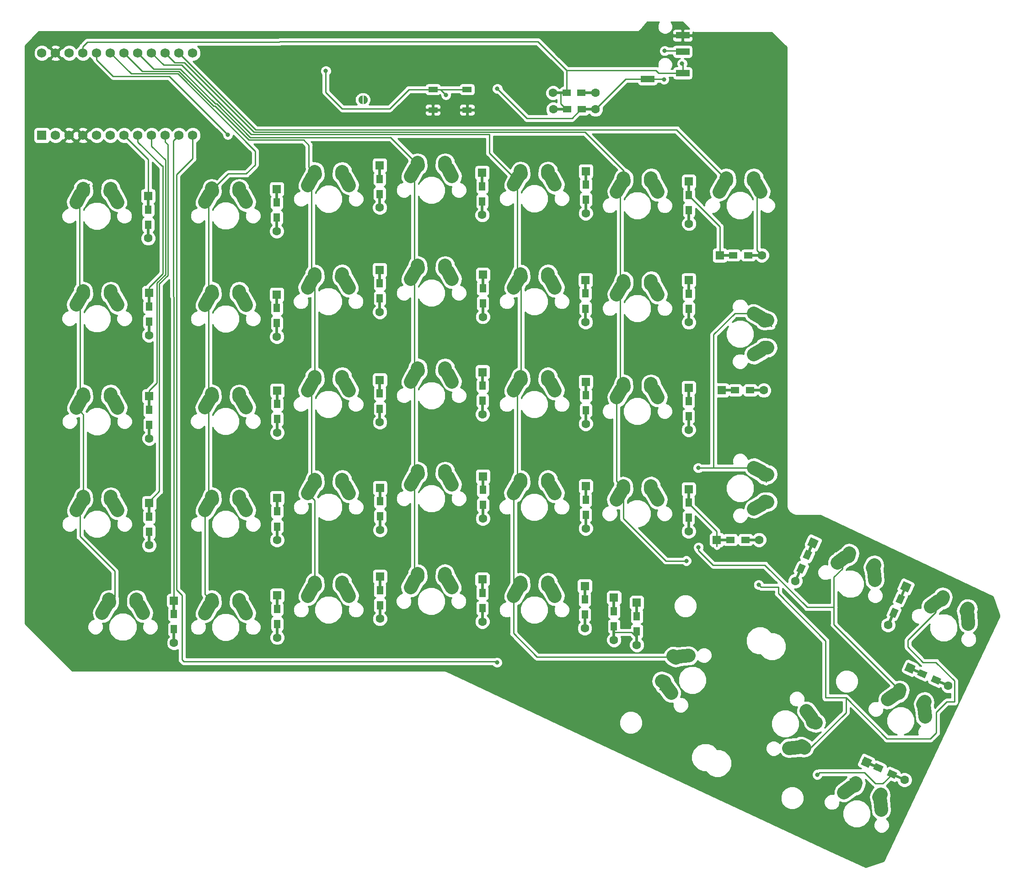
<source format=gtl>
G04 #@! TF.GenerationSoftware,KiCad,Pcbnew,(5.0.2)-1*
G04 #@! TF.CreationDate,2019-01-20T19:55:00+05:30*
G04 #@! TF.ProjectId,ErgodoxBle,4572676f-646f-4784-926c-652e6b696361,rev?*
G04 #@! TF.SameCoordinates,Original*
G04 #@! TF.FileFunction,Copper,L1,Top*
G04 #@! TF.FilePolarity,Positive*
%FSLAX46Y46*%
G04 Gerber Fmt 4.6, Leading zero omitted, Abs format (unit mm)*
G04 Created by KiCad (PCBNEW (5.0.2)-1) date 1/20/2019 7:55:00 PM*
%MOMM*%
%LPD*%
G01*
G04 APERTURE LIST*
G04 #@! TA.AperFunction,EtchedComponent*
%ADD10C,0.010000*%
G04 #@! TD*
G04 #@! TA.AperFunction,ComponentPad*
%ADD11R,1.752600X1.752600*%
G04 #@! TD*
G04 #@! TA.AperFunction,ComponentPad*
%ADD12C,1.752600*%
G04 #@! TD*
G04 #@! TA.AperFunction,SMDPad,CuDef*
%ADD13R,1.700000X1.000000*%
G04 #@! TD*
G04 #@! TA.AperFunction,SMDPad,CuDef*
%ADD14R,1.200000X1.600000*%
G04 #@! TD*
G04 #@! TA.AperFunction,ComponentPad*
%ADD15C,1.600000*%
G04 #@! TD*
G04 #@! TA.AperFunction,ComponentPad*
%ADD16R,1.600000X1.600000*%
G04 #@! TD*
G04 #@! TA.AperFunction,Conductor*
%ADD17R,0.500000X2.900000*%
G04 #@! TD*
G04 #@! TA.AperFunction,ComponentPad*
%ADD18C,2.500000*%
G04 #@! TD*
G04 #@! TA.AperFunction,Conductor*
%ADD19C,2.500000*%
G04 #@! TD*
G04 #@! TA.AperFunction,SMDPad,CuDef*
%ADD20C,1.200000*%
G04 #@! TD*
G04 #@! TA.AperFunction,Conductor*
%ADD21C,0.100000*%
G04 #@! TD*
G04 #@! TA.AperFunction,Conductor*
%ADD22C,0.500000*%
G04 #@! TD*
G04 #@! TA.AperFunction,SMDPad,CuDef*
%ADD23R,1.600000X1.200000*%
G04 #@! TD*
G04 #@! TA.AperFunction,Conductor*
%ADD24R,2.900000X0.500000*%
G04 #@! TD*
G04 #@! TA.AperFunction,SMDPad,CuDef*
%ADD25R,2.500000X1.200000*%
G04 #@! TD*
G04 #@! TA.AperFunction,ComponentPad*
%ADD26C,0.400000*%
G04 #@! TD*
G04 #@! TA.AperFunction,SMDPad,CuDef*
%ADD27R,1.500000X1.200000*%
G04 #@! TD*
G04 #@! TA.AperFunction,ViaPad*
%ADD28C,0.800000*%
G04 #@! TD*
G04 #@! TA.AperFunction,Conductor*
%ADD29C,0.250000*%
G04 #@! TD*
G04 #@! TA.AperFunction,Conductor*
%ADD30C,0.254000*%
G04 #@! TD*
G04 APERTURE END LIST*
D10*
G04 #@! TO.C,SJ1*
G36*
X82069000Y-30225300D02*
X81812500Y-30270500D01*
X81586900Y-30400800D01*
X81419500Y-30600300D01*
X81330400Y-30845100D01*
X81330400Y-31105500D01*
X81419500Y-31350300D01*
X81586900Y-31549800D01*
X81812500Y-31680100D01*
X82069000Y-31725300D01*
X82069000Y-30225300D01*
X82069000Y-30225300D01*
G37*
X82069000Y-30225300D02*
X81812500Y-30270500D01*
X81586900Y-30400800D01*
X81419500Y-30600300D01*
X81330400Y-30845100D01*
X81330400Y-31105500D01*
X81419500Y-31350300D01*
X81586900Y-31549800D01*
X81812500Y-31680100D01*
X82069000Y-31725300D01*
X82069000Y-30225300D01*
G36*
X82269000Y-31725300D02*
X82525500Y-31680100D01*
X82751100Y-31549800D01*
X82918500Y-31350300D01*
X83007600Y-31105500D01*
X83007600Y-30845100D01*
X82918500Y-30600300D01*
X82751100Y-30400800D01*
X82525500Y-30270500D01*
X82269000Y-30225300D01*
X82269000Y-31725300D01*
X82269000Y-31725300D01*
G37*
X82269000Y-31725300D02*
X82525500Y-31680100D01*
X82751100Y-31549800D01*
X82918500Y-31350300D01*
X83007600Y-31105500D01*
X83007600Y-30845100D01*
X82918500Y-30600300D01*
X82751100Y-30400800D01*
X82525500Y-30270500D01*
X82269000Y-30225300D01*
X82269000Y-31725300D01*
G04 #@! TO.C,SJ2*
G36*
X82069000Y-31738000D02*
X81812500Y-31692800D01*
X81586900Y-31562500D01*
X81419500Y-31363000D01*
X81330400Y-31118200D01*
X81330400Y-30857800D01*
X81419500Y-30613000D01*
X81586900Y-30413500D01*
X81812500Y-30283200D01*
X82069000Y-30238000D01*
X82069000Y-31738000D01*
X82069000Y-31738000D01*
G37*
X82069000Y-31738000D02*
X81812500Y-31692800D01*
X81586900Y-31562500D01*
X81419500Y-31363000D01*
X81330400Y-31118200D01*
X81330400Y-30857800D01*
X81419500Y-30613000D01*
X81586900Y-30413500D01*
X81812500Y-30283200D01*
X82069000Y-30238000D01*
X82069000Y-31738000D01*
G36*
X82269000Y-30238000D02*
X82525500Y-30283200D01*
X82751100Y-30413500D01*
X82918500Y-30613000D01*
X83007600Y-30857800D01*
X83007600Y-31118200D01*
X82918500Y-31363000D01*
X82751100Y-31562500D01*
X82525500Y-31692800D01*
X82269000Y-31738000D01*
X82269000Y-30238000D01*
X82269000Y-30238000D01*
G37*
X82269000Y-30238000D02*
X82525500Y-30283200D01*
X82751100Y-30413500D01*
X82918500Y-30613000D01*
X83007600Y-30857800D01*
X83007600Y-31118200D01*
X82918500Y-31363000D01*
X82751100Y-31562500D01*
X82525500Y-31692800D01*
X82269000Y-31738000D01*
X82269000Y-30238000D01*
G04 #@! TD*
D11*
G04 #@! TO.P,MCU1,1*
G04 #@! TO.N,Net-(MCU1-Pad1)*
X22733000Y-37592000D03*
D12*
G04 #@! TO.P,MCU1,2*
G04 #@! TO.N,Net-(MCU1-Pad2)*
X25273000Y-37592000D03*
G04 #@! TO.P,MCU1,3*
G04 #@! TO.N,GND*
X27813000Y-37592000D03*
G04 #@! TO.P,MCU1,4*
X30353000Y-37592000D03*
G04 #@! TO.P,MCU1,5*
G04 #@! TO.N,scl*
X32893000Y-37592000D03*
G04 #@! TO.P,MCU1,6*
G04 #@! TO.N,SDAM*
X35433000Y-37592000D03*
G04 #@! TO.P,MCU1,7*
G04 #@! TO.N,ROW0*
X37973000Y-37592000D03*
G04 #@! TO.P,MCU1,8*
G04 #@! TO.N,ROW1*
X40513000Y-37592000D03*
G04 #@! TO.P,MCU1,9*
G04 #@! TO.N,ROW2*
X43053000Y-37592000D03*
G04 #@! TO.P,MCU1,10*
G04 #@! TO.N,ROW3*
X45593000Y-37592000D03*
G04 #@! TO.P,MCU1,11*
G04 #@! TO.N,ROW4*
X48133000Y-37592000D03*
G04 #@! TO.P,MCU1,13*
G04 #@! TO.N,Net-(MCU1-Pad13)*
X50673000Y-22352000D03*
G04 #@! TO.P,MCU1,14*
G04 #@! TO.N,COL6*
X48133000Y-22352000D03*
G04 #@! TO.P,MCU1,15*
G04 #@! TO.N,COL5*
X45593000Y-22352000D03*
G04 #@! TO.P,MCU1,16*
G04 #@! TO.N,COL4*
X43053000Y-22352000D03*
G04 #@! TO.P,MCU1,17*
G04 #@! TO.N,COL3*
X40513000Y-22352000D03*
G04 #@! TO.P,MCU1,18*
G04 #@! TO.N,COL2*
X37973000Y-22352000D03*
G04 #@! TO.P,MCU1,19*
G04 #@! TO.N,COL1*
X35433000Y-22352000D03*
G04 #@! TO.P,MCU1,20*
G04 #@! TO.N,COL0*
X32893000Y-22352000D03*
G04 #@! TO.P,MCU1,21*
G04 #@! TO.N,Vcc*
X30353000Y-22352000D03*
G04 #@! TO.P,MCU1,22*
G04 #@! TO.N,RST*
X27813000Y-22352000D03*
G04 #@! TO.P,MCU1,23*
G04 #@! TO.N,GND*
X25273000Y-22352000D03*
G04 #@! TO.P,MCU1,12*
G04 #@! TO.N,ROW5*
X50673000Y-37592000D03*
G04 #@! TO.P,MCU1,24*
G04 #@! TO.N,Net-(MCU1-Pad24)*
X22733000Y-22352000D03*
G04 #@! TD*
D13*
G04 #@! TO.P,SW1,1*
G04 #@! TO.N,RST*
X95148000Y-29088000D03*
X101448000Y-29088000D03*
G04 #@! TO.P,SW1,2*
G04 #@! TO.N,GND*
X95148000Y-32888000D03*
X101448000Y-32888000D03*
G04 #@! TD*
D14*
G04 #@! TO.P,D1,1*
G04 #@! TO.N,ROW0*
X66217800Y-50060400D03*
G04 #@! TO.P,D1,2*
G04 #@! TO.N,Net-(D1-Pad2)*
X66217800Y-52860400D03*
D15*
X66217800Y-55360400D03*
D16*
G04 #@! TO.P,D1,1*
G04 #@! TO.N,ROW0*
X66217800Y-47560400D03*
D17*
G04 #@! TD*
G04 #@! TO.N,Net-(D1-Pad2)*
G04 #@! TO.C,D1*
X66217800Y-53960400D03*
G04 #@! TO.N,ROW0*
G04 #@! TO.C,D1*
X66217800Y-48960400D03*
G04 #@! TD*
G04 #@! TO.N,ROW0*
G04 #@! TO.C,D0*
X42418000Y-50268500D03*
G04 #@! TO.N,Net-(D0-Pad2)*
X42418000Y-55268500D03*
D16*
G04 #@! TD*
G04 #@! TO.P,D0,1*
G04 #@! TO.N,ROW0*
X42418000Y-48868500D03*
D15*
G04 #@! TO.P,D0,2*
G04 #@! TO.N,Net-(D0-Pad2)*
X42418000Y-56668500D03*
D14*
X42418000Y-54168500D03*
G04 #@! TO.P,D0,1*
G04 #@! TO.N,ROW0*
X42418000Y-51368500D03*
G04 #@! TD*
D17*
G04 #@! TO.N,ROW0*
G04 #@! TO.C,D2*
X85280500Y-44566200D03*
G04 #@! TO.N,Net-(D2-Pad2)*
X85280500Y-49566200D03*
D16*
G04 #@! TD*
G04 #@! TO.P,D2,1*
G04 #@! TO.N,ROW0*
X85280500Y-43166200D03*
D15*
G04 #@! TO.P,D2,2*
G04 #@! TO.N,Net-(D2-Pad2)*
X85280500Y-50966200D03*
D14*
X85280500Y-48466200D03*
G04 #@! TO.P,D2,1*
G04 #@! TO.N,ROW0*
X85280500Y-45666200D03*
G04 #@! TD*
G04 #@! TO.P,D3,1*
G04 #@! TO.N,ROW0*
X104254300Y-47037800D03*
G04 #@! TO.P,D3,2*
G04 #@! TO.N,Net-(D3-Pad2)*
X104254300Y-49837800D03*
D15*
X104254300Y-52337800D03*
D16*
G04 #@! TO.P,D3,1*
G04 #@! TO.N,ROW0*
X104254300Y-44537800D03*
D17*
G04 #@! TD*
G04 #@! TO.N,Net-(D3-Pad2)*
G04 #@! TO.C,D3*
X104254300Y-50937800D03*
G04 #@! TO.N,ROW0*
G04 #@! TO.C,D3*
X104254300Y-45937800D03*
G04 #@! TD*
G04 #@! TO.N,ROW0*
G04 #@! TO.C,D4*
X123431300Y-45645700D03*
G04 #@! TO.N,Net-(D4-Pad2)*
X123431300Y-50645700D03*
D16*
G04 #@! TD*
G04 #@! TO.P,D4,1*
G04 #@! TO.N,ROW0*
X123431300Y-44245700D03*
D15*
G04 #@! TO.P,D4,2*
G04 #@! TO.N,Net-(D4-Pad2)*
X123431300Y-52045700D03*
D14*
X123431300Y-49545700D03*
G04 #@! TO.P,D4,1*
G04 #@! TO.N,ROW0*
X123431300Y-46745700D03*
G04 #@! TD*
D18*
G04 #@! TO.P,K41,2*
G04 #@! TO.N,Net-(D41-Pad2)*
X59273760Y-123944820D03*
D19*
G04 #@! TD*
G04 #@! TO.N,Net-(D41-Pad2)*
G04 #@! TO.C,K41*
X59293484Y-123655492D02*
X59254036Y-124234148D01*
D18*
G04 #@! TO.P,K41,1*
G04 #@! TO.N,COL1*
X53348760Y-125464820D03*
D19*
G04 #@! TD*
G04 #@! TO.N,COL1*
G04 #@! TO.C,K41*
X53754213Y-124734866D02*
X52943307Y-126194774D01*
D18*
G04 #@! TO.P,K41,2*
G04 #@! TO.N,Net-(D41-Pad2)*
X60158760Y-125464820D03*
D19*
G04 #@! TD*
G04 #@! TO.N,Net-(D41-Pad2)*
G04 #@! TO.C,K41*
X59753307Y-124734866D02*
X60564213Y-126194774D01*
D18*
G04 #@! TO.P,K41,1*
G04 #@! TO.N,COL1*
X54233760Y-123944820D03*
D19*
G04 #@! TD*
G04 #@! TO.N,COL1*
G04 #@! TO.C,K41*
X54214036Y-123655492D02*
X54253484Y-124234148D01*
D18*
G04 #@! TO.P,K43,2*
G04 #@! TO.N,Net-(D43-Pad2)*
X97330580Y-119146760D03*
D19*
G04 #@! TD*
G04 #@! TO.N,Net-(D43-Pad2)*
G04 #@! TO.C,K43*
X97350304Y-118857432D02*
X97310856Y-119436088D01*
D18*
G04 #@! TO.P,K43,1*
G04 #@! TO.N,COL3*
X91405580Y-120666760D03*
D19*
G04 #@! TD*
G04 #@! TO.N,COL3*
G04 #@! TO.C,K43*
X91811033Y-119936806D02*
X91000127Y-121396714D01*
D18*
G04 #@! TO.P,K43,2*
G04 #@! TO.N,Net-(D43-Pad2)*
X98215580Y-120666760D03*
D19*
G04 #@! TD*
G04 #@! TO.N,Net-(D43-Pad2)*
G04 #@! TO.C,K43*
X97810127Y-119936806D02*
X98621033Y-121396714D01*
D18*
G04 #@! TO.P,K43,1*
G04 #@! TO.N,COL3*
X92290580Y-119146760D03*
D19*
G04 #@! TD*
G04 #@! TO.N,COL3*
G04 #@! TO.C,K43*
X92270856Y-118857432D02*
X92310304Y-119436088D01*
D18*
G04 #@! TO.P,K30,2*
G04 #@! TO.N,Net-(D30-Pad2)*
X35466340Y-104851640D03*
D19*
G04 #@! TD*
G04 #@! TO.N,Net-(D30-Pad2)*
G04 #@! TO.C,K30*
X35486064Y-104562312D02*
X35446616Y-105140968D01*
D18*
G04 #@! TO.P,K30,1*
G04 #@! TO.N,COL0*
X29541340Y-106371640D03*
D19*
G04 #@! TD*
G04 #@! TO.N,COL0*
G04 #@! TO.C,K30*
X29946793Y-105641686D02*
X29135887Y-107101594D01*
D18*
G04 #@! TO.P,K30,2*
G04 #@! TO.N,Net-(D30-Pad2)*
X36351340Y-106371640D03*
D19*
G04 #@! TD*
G04 #@! TO.N,Net-(D30-Pad2)*
G04 #@! TO.C,K30*
X35945887Y-105641686D02*
X36756793Y-107101594D01*
D18*
G04 #@! TO.P,K30,1*
G04 #@! TO.N,COL0*
X30426340Y-104851640D03*
D19*
G04 #@! TD*
G04 #@! TO.N,COL0*
G04 #@! TO.C,K30*
X30406616Y-104562312D02*
X30446064Y-105140968D01*
D18*
G04 #@! TO.P,K40,1*
G04 #@! TO.N,COL0*
X35201540Y-123906720D03*
D19*
G04 #@! TD*
G04 #@! TO.N,COL0*
G04 #@! TO.C,K40*
X35181816Y-123617392D02*
X35221264Y-124196048D01*
D18*
G04 #@! TO.P,K40,2*
G04 #@! TO.N,Net-(D40-Pad2)*
X41126540Y-125426720D03*
D19*
G04 #@! TD*
G04 #@! TO.N,Net-(D40-Pad2)*
G04 #@! TO.C,K40*
X40721087Y-124696766D02*
X41531993Y-126156674D01*
D18*
G04 #@! TO.P,K40,1*
G04 #@! TO.N,COL0*
X34316540Y-125426720D03*
D19*
G04 #@! TD*
G04 #@! TO.N,COL0*
G04 #@! TO.C,K40*
X34721993Y-124696766D02*
X33911087Y-126156674D01*
D18*
G04 #@! TO.P,K40,2*
G04 #@! TO.N,Net-(D40-Pad2)*
X40241540Y-123906720D03*
D19*
G04 #@! TD*
G04 #@! TO.N,Net-(D40-Pad2)*
G04 #@! TO.C,K40*
X40261264Y-123617392D02*
X40221816Y-124196048D01*
D18*
G04 #@! TO.P,K25,2*
G04 #@! TO.N,Net-(D25-Pad2)*
X135486460Y-83939820D03*
D19*
G04 #@! TD*
G04 #@! TO.N,Net-(D25-Pad2)*
G04 #@! TO.C,K25*
X135506184Y-83650492D02*
X135466736Y-84229148D01*
D18*
G04 #@! TO.P,K25,1*
G04 #@! TO.N,COL5*
X129561460Y-85459820D03*
D19*
G04 #@! TD*
G04 #@! TO.N,COL5*
G04 #@! TO.C,K25*
X129966913Y-84729866D02*
X129156007Y-86189774D01*
D18*
G04 #@! TO.P,K25,2*
G04 #@! TO.N,Net-(D25-Pad2)*
X136371460Y-85459820D03*
D19*
G04 #@! TD*
G04 #@! TO.N,Net-(D25-Pad2)*
G04 #@! TO.C,K25*
X135966007Y-84729866D02*
X136776913Y-86189774D01*
D18*
G04 #@! TO.P,K25,1*
G04 #@! TO.N,COL5*
X130446460Y-83939820D03*
D19*
G04 #@! TD*
G04 #@! TO.N,COL5*
G04 #@! TO.C,K25*
X130426736Y-83650492D02*
X130466184Y-84229148D01*
D18*
G04 #@! TO.P,K42,1*
G04 #@! TO.N,COL2*
X73283760Y-120734260D03*
D19*
G04 #@! TD*
G04 #@! TO.N,COL2*
G04 #@! TO.C,K42*
X73264036Y-120444932D02*
X73303484Y-121023588D01*
D18*
G04 #@! TO.P,K42,2*
G04 #@! TO.N,Net-(D42-Pad2)*
X79208760Y-122254260D03*
D19*
G04 #@! TD*
G04 #@! TO.N,Net-(D42-Pad2)*
G04 #@! TO.C,K42*
X78803307Y-121524306D02*
X79614213Y-122984214D01*
D18*
G04 #@! TO.P,K42,1*
G04 #@! TO.N,COL2*
X72398760Y-122254260D03*
D19*
G04 #@! TD*
G04 #@! TO.N,COL2*
G04 #@! TO.C,K42*
X72804213Y-121524306D02*
X71993307Y-122984214D01*
D18*
G04 #@! TO.P,K42,2*
G04 #@! TO.N,Net-(D42-Pad2)*
X78323760Y-120734260D03*
D19*
G04 #@! TD*
G04 #@! TO.N,Net-(D42-Pad2)*
G04 #@! TO.C,K42*
X78343484Y-120444932D02*
X78304036Y-121023588D01*
D18*
G04 #@! TO.P,K26,1*
G04 #@! TO.N,COL6*
X172135326Y-115335228D03*
D19*
G04 #@! TD*
G04 #@! TO.N,COL6*
G04 #@! TO.C,K26*
X172239725Y-115064671D02*
X172030927Y-115605785D01*
D18*
G04 #@! TO.P,K26,2*
G04 #@! TO.N,Net-(D26-Pad2)*
X176862820Y-119216829D03*
D19*
G04 #@! TD*
G04 #@! TO.N,Net-(D26-Pad2)*
G04 #@! TO.C,K26*
X176803846Y-118383914D02*
X176921794Y-120049744D01*
D18*
G04 #@! TO.P,K26,1*
G04 #@! TO.N,COL6*
X170690864Y-116338798D03*
D19*
G04 #@! TD*
G04 #@! TO.N,COL6*
G04 #@! TO.C,K26*
X171366821Y-115848587D02*
X170014907Y-116829009D01*
D18*
G04 #@! TO.P,K26,2*
G04 #@! TO.N,Net-(D26-Pad2)*
X176703117Y-117465224D03*
D19*
G04 #@! TD*
G04 #@! TO.N,Net-(D26-Pad2)*
G04 #@! TO.C,K26*
X176843269Y-117211339D02*
X176562965Y-117719109D01*
D18*
G04 #@! TO.P,K44,1*
G04 #@! TO.N,COL4*
X111376460Y-120735280D03*
D19*
G04 #@! TD*
G04 #@! TO.N,COL4*
G04 #@! TO.C,K44*
X111356736Y-120445952D02*
X111396184Y-121024608D01*
D18*
G04 #@! TO.P,K44,2*
G04 #@! TO.N,Net-(D44-Pad2)*
X117301460Y-122255280D03*
D19*
G04 #@! TD*
G04 #@! TO.N,Net-(D44-Pad2)*
G04 #@! TO.C,K44*
X116896007Y-121525326D02*
X117706913Y-122985234D01*
D18*
G04 #@! TO.P,K44,1*
G04 #@! TO.N,COL4*
X110491460Y-122255280D03*
D19*
G04 #@! TD*
G04 #@! TO.N,COL4*
G04 #@! TO.C,K44*
X110896913Y-121525326D02*
X110086007Y-122985234D01*
D18*
G04 #@! TO.P,K44,2*
G04 #@! TO.N,Net-(D44-Pad2)*
X116416460Y-120735280D03*
D19*
G04 #@! TD*
G04 #@! TO.N,Net-(D44-Pad2)*
G04 #@! TO.C,K44*
X116436184Y-120445952D02*
X116396736Y-121024608D01*
D18*
G04 #@! TO.P,K35,1*
G04 #@! TO.N,COL5*
X130410900Y-102903460D03*
D19*
G04 #@! TD*
G04 #@! TO.N,COL5*
G04 #@! TO.C,K35*
X130391176Y-102614132D02*
X130430624Y-103192788D01*
D18*
G04 #@! TO.P,K35,2*
G04 #@! TO.N,Net-(D35-Pad2)*
X136335900Y-104423460D03*
D19*
G04 #@! TD*
G04 #@! TO.N,Net-(D35-Pad2)*
G04 #@! TO.C,K35*
X135930447Y-103693506D02*
X136741353Y-105153414D01*
D18*
G04 #@! TO.P,K35,1*
G04 #@! TO.N,COL5*
X129525900Y-104423460D03*
D19*
G04 #@! TD*
G04 #@! TO.N,COL5*
G04 #@! TO.C,K35*
X129931353Y-103693506D02*
X129120447Y-105153414D01*
D18*
G04 #@! TO.P,K35,2*
G04 #@! TO.N,Net-(D35-Pad2)*
X135450900Y-102903460D03*
D19*
G04 #@! TD*
G04 #@! TO.N,Net-(D35-Pad2)*
G04 #@! TO.C,K35*
X135470624Y-102614132D02*
X135431176Y-103192788D01*
D18*
G04 #@! TO.P,K22,2*
G04 #@! TO.N,Net-(D22-Pad2)*
X78300900Y-82621560D03*
D19*
G04 #@! TD*
G04 #@! TO.N,Net-(D22-Pad2)*
G04 #@! TO.C,K22*
X78320624Y-82332232D02*
X78281176Y-82910888D01*
D18*
G04 #@! TO.P,K22,1*
G04 #@! TO.N,COL2*
X72375900Y-84141560D03*
D19*
G04 #@! TD*
G04 #@! TO.N,COL2*
G04 #@! TO.C,K22*
X72781353Y-83411606D02*
X71970447Y-84871514D01*
D18*
G04 #@! TO.P,K22,2*
G04 #@! TO.N,Net-(D22-Pad2)*
X79185900Y-84141560D03*
D19*
G04 #@! TD*
G04 #@! TO.N,Net-(D22-Pad2)*
G04 #@! TO.C,K22*
X78780447Y-83411606D02*
X79591353Y-84871514D01*
D18*
G04 #@! TO.P,K22,1*
G04 #@! TO.N,COL2*
X73260900Y-82621560D03*
D19*
G04 #@! TD*
G04 #@! TO.N,COL2*
G04 #@! TO.C,K22*
X73241176Y-82332232D02*
X73280624Y-82910888D01*
D18*
G04 #@! TO.P,K32,2*
G04 #@! TO.N,Net-(D32-Pad2)*
X78326300Y-101686800D03*
D19*
G04 #@! TD*
G04 #@! TO.N,Net-(D32-Pad2)*
G04 #@! TO.C,K32*
X78346024Y-101397472D02*
X78306576Y-101976128D01*
D18*
G04 #@! TO.P,K32,1*
G04 #@! TO.N,COL2*
X72401300Y-103206800D03*
D19*
G04 #@! TD*
G04 #@! TO.N,COL2*
G04 #@! TO.C,K32*
X72806753Y-102476846D02*
X71995847Y-103936754D01*
D18*
G04 #@! TO.P,K32,2*
G04 #@! TO.N,Net-(D32-Pad2)*
X79211300Y-103206800D03*
D19*
G04 #@! TD*
G04 #@! TO.N,Net-(D32-Pad2)*
G04 #@! TO.C,K32*
X78805847Y-102476846D02*
X79616753Y-103936754D01*
D18*
G04 #@! TO.P,K32,1*
G04 #@! TO.N,COL2*
X73286300Y-101686800D03*
D19*
G04 #@! TD*
G04 #@! TO.N,COL2*
G04 #@! TO.C,K32*
X73266576Y-101397472D02*
X73306024Y-101976128D01*
D18*
G04 #@! TO.P,K23,1*
G04 #@! TO.N,COL3*
X92328680Y-81013740D03*
D19*
G04 #@! TD*
G04 #@! TO.N,COL3*
G04 #@! TO.C,K23*
X92308956Y-80724412D02*
X92348404Y-81303068D01*
D18*
G04 #@! TO.P,K23,2*
G04 #@! TO.N,Net-(D23-Pad2)*
X98253680Y-82533740D03*
D19*
G04 #@! TD*
G04 #@! TO.N,Net-(D23-Pad2)*
G04 #@! TO.C,K23*
X97848227Y-81803786D02*
X98659133Y-83263694D01*
D18*
G04 #@! TO.P,K23,1*
G04 #@! TO.N,COL3*
X91443680Y-82533740D03*
D19*
G04 #@! TD*
G04 #@! TO.N,COL3*
G04 #@! TO.C,K23*
X91849133Y-81803786D02*
X91038227Y-83263694D01*
D18*
G04 #@! TO.P,K23,2*
G04 #@! TO.N,Net-(D23-Pad2)*
X97368680Y-81013740D03*
D19*
G04 #@! TD*
G04 #@! TO.N,Net-(D23-Pad2)*
G04 #@! TO.C,K23*
X97388404Y-80724412D02*
X97348956Y-81303068D01*
D18*
G04 #@! TO.P,K24,2*
G04 #@! TO.N,Net-(D24-Pad2)*
X116408520Y-82646960D03*
D19*
G04 #@! TD*
G04 #@! TO.N,Net-(D24-Pad2)*
G04 #@! TO.C,K24*
X116428244Y-82357632D02*
X116388796Y-82936288D01*
D18*
G04 #@! TO.P,K24,1*
G04 #@! TO.N,COL4*
X110483520Y-84166960D03*
D19*
G04 #@! TD*
G04 #@! TO.N,COL4*
G04 #@! TO.C,K24*
X110888973Y-83437006D02*
X110078067Y-84896914D01*
D18*
G04 #@! TO.P,K24,2*
G04 #@! TO.N,Net-(D24-Pad2)*
X117293520Y-84166960D03*
D19*
G04 #@! TD*
G04 #@! TO.N,Net-(D24-Pad2)*
G04 #@! TO.C,K24*
X116888067Y-83437006D02*
X117698973Y-84896914D01*
D18*
G04 #@! TO.P,K24,1*
G04 #@! TO.N,COL4*
X111368520Y-82646960D03*
D19*
G04 #@! TD*
G04 #@! TO.N,COL4*
G04 #@! TO.C,K24*
X111348796Y-82357632D02*
X111388244Y-82936288D01*
D18*
G04 #@! TO.P,K21,1*
G04 #@! TO.N,COL1*
X54215980Y-85804180D03*
D19*
G04 #@! TD*
G04 #@! TO.N,COL1*
G04 #@! TO.C,K21*
X54196256Y-85514852D02*
X54235704Y-86093508D01*
D18*
G04 #@! TO.P,K21,2*
G04 #@! TO.N,Net-(D21-Pad2)*
X60140980Y-87324180D03*
D19*
G04 #@! TD*
G04 #@! TO.N,Net-(D21-Pad2)*
G04 #@! TO.C,K21*
X59735527Y-86594226D02*
X60546433Y-88054134D01*
D18*
G04 #@! TO.P,K21,1*
G04 #@! TO.N,COL1*
X53330980Y-87324180D03*
D19*
G04 #@! TD*
G04 #@! TO.N,COL1*
G04 #@! TO.C,K21*
X53736433Y-86594226D02*
X52925527Y-88054134D01*
D18*
G04 #@! TO.P,K21,2*
G04 #@! TO.N,Net-(D21-Pad2)*
X59255980Y-85804180D03*
D19*
G04 #@! TD*
G04 #@! TO.N,Net-(D21-Pad2)*
G04 #@! TO.C,K21*
X59275704Y-85514852D02*
X59236256Y-86093508D01*
D18*
G04 #@! TO.P,K31,1*
G04 #@! TO.N,COL1*
X54233760Y-104871960D03*
D19*
G04 #@! TD*
G04 #@! TO.N,COL1*
G04 #@! TO.C,K31*
X54214036Y-104582632D02*
X54253484Y-105161288D01*
D18*
G04 #@! TO.P,K31,2*
G04 #@! TO.N,Net-(D31-Pad2)*
X60158760Y-106391960D03*
D19*
G04 #@! TD*
G04 #@! TO.N,Net-(D31-Pad2)*
G04 #@! TO.C,K31*
X59753307Y-105662006D02*
X60564213Y-107121914D01*
D18*
G04 #@! TO.P,K31,1*
G04 #@! TO.N,COL1*
X53348760Y-106391960D03*
D19*
G04 #@! TD*
G04 #@! TO.N,COL1*
G04 #@! TO.C,K31*
X53754213Y-105662006D02*
X52943307Y-107121914D01*
D18*
G04 #@! TO.P,K31,2*
G04 #@! TO.N,Net-(D31-Pad2)*
X59273760Y-104871960D03*
D19*
G04 #@! TD*
G04 #@! TO.N,Net-(D31-Pad2)*
G04 #@! TO.C,K31*
X59293484Y-104582632D02*
X59254036Y-105161288D01*
D18*
G04 #@! TO.P,K33,1*
G04 #@! TO.N,COL3*
X92328680Y-100114540D03*
D19*
G04 #@! TD*
G04 #@! TO.N,COL3*
G04 #@! TO.C,K33*
X92308956Y-99825212D02*
X92348404Y-100403868D01*
D18*
G04 #@! TO.P,K33,2*
G04 #@! TO.N,Net-(D33-Pad2)*
X98253680Y-101634540D03*
D19*
G04 #@! TD*
G04 #@! TO.N,Net-(D33-Pad2)*
G04 #@! TO.C,K33*
X97848227Y-100904586D02*
X98659133Y-102364494D01*
D18*
G04 #@! TO.P,K33,1*
G04 #@! TO.N,COL3*
X91443680Y-101634540D03*
D19*
G04 #@! TD*
G04 #@! TO.N,COL3*
G04 #@! TO.C,K33*
X91849133Y-100904586D02*
X91038227Y-102364494D01*
D18*
G04 #@! TO.P,K33,2*
G04 #@! TO.N,Net-(D33-Pad2)*
X97368680Y-100114540D03*
D19*
G04 #@! TD*
G04 #@! TO.N,Net-(D33-Pad2)*
G04 #@! TO.C,K33*
X97388404Y-99825212D02*
X97348956Y-100403868D01*
D18*
G04 #@! TO.P,K34,2*
G04 #@! TO.N,Net-(D34-Pad2)*
X116403440Y-101694420D03*
D19*
G04 #@! TD*
G04 #@! TO.N,Net-(D34-Pad2)*
G04 #@! TO.C,K34*
X116423164Y-101405092D02*
X116383716Y-101983748D01*
D18*
G04 #@! TO.P,K34,1*
G04 #@! TO.N,COL4*
X110478440Y-103214420D03*
D19*
G04 #@! TD*
G04 #@! TO.N,COL4*
G04 #@! TO.C,K34*
X110883893Y-102484466D02*
X110072987Y-103944374D01*
D18*
G04 #@! TO.P,K34,2*
G04 #@! TO.N,Net-(D34-Pad2)*
X117288440Y-103214420D03*
D19*
G04 #@! TD*
G04 #@! TO.N,Net-(D34-Pad2)*
G04 #@! TO.C,K34*
X116882987Y-102484466D02*
X117693893Y-103944374D01*
D18*
G04 #@! TO.P,K34,1*
G04 #@! TO.N,COL4*
X111363440Y-101694420D03*
D19*
G04 #@! TD*
G04 #@! TO.N,COL4*
G04 #@! TO.C,K34*
X111343716Y-101405092D02*
X111383164Y-101983748D01*
D18*
G04 #@! TO.P,K36,2*
G04 #@! TO.N,Net-(D36-Pad2)*
X156803920Y-105506840D03*
D19*
G04 #@! TD*
G04 #@! TO.N,Net-(D36-Pad2)*
G04 #@! TO.C,K36*
X157093248Y-105526564D02*
X156514592Y-105487116D01*
D18*
G04 #@! TO.P,K36,1*
G04 #@! TO.N,COL6*
X155283920Y-99581840D03*
D19*
G04 #@! TD*
G04 #@! TO.N,COL6*
G04 #@! TO.C,K36*
X156013874Y-99987293D02*
X154553966Y-99176387D01*
D18*
G04 #@! TO.P,K36,2*
G04 #@! TO.N,Net-(D36-Pad2)*
X155283920Y-106391840D03*
D19*
G04 #@! TD*
G04 #@! TO.N,Net-(D36-Pad2)*
G04 #@! TO.C,K36*
X156013874Y-105986387D02*
X154553966Y-106797293D01*
D18*
G04 #@! TO.P,K36,1*
G04 #@! TO.N,COL6*
X156803920Y-100466840D03*
D19*
G04 #@! TD*
G04 #@! TO.N,COL6*
G04 #@! TO.C,K36*
X157093248Y-100447116D02*
X156514592Y-100486564D01*
D18*
G04 #@! TO.P,K55,2*
G04 #@! TO.N,Net-(D55-Pad1)*
X165756412Y-146374646D03*
D19*
G04 #@! TD*
G04 #@! TO.N,Net-(D55-Pad1)*
G04 #@! TO.C,K55*
X166026969Y-146479045D02*
X165485855Y-146270247D01*
D18*
G04 #@! TO.P,K55,1*
G04 #@! TO.N,COL5*
X161874811Y-151102140D03*
D19*
G04 #@! TD*
G04 #@! TO.N,COL5*
G04 #@! TO.C,K55*
X162707726Y-151043166D02*
X161041896Y-151161114D01*
D18*
G04 #@! TO.P,K55,2*
G04 #@! TO.N,Net-(D55-Pad1)*
X164752842Y-144930184D03*
D19*
G04 #@! TD*
G04 #@! TO.N,Net-(D55-Pad1)*
G04 #@! TO.C,K55*
X165243053Y-145606141D02*
X164262631Y-144254227D01*
D18*
G04 #@! TO.P,K55,1*
G04 #@! TO.N,COL5*
X163626416Y-150942437D03*
D19*
G04 #@! TD*
G04 #@! TO.N,COL5*
G04 #@! TO.C,K55*
X163880301Y-151082589D02*
X163372531Y-150802285D01*
D18*
G04 #@! TO.P,K45,2*
G04 #@! TO.N,Net-(D45-Pad2)*
X194003057Y-125555124D03*
D19*
G04 #@! TD*
G04 #@! TO.N,Net-(D45-Pad2)*
G04 #@! TO.C,K45*
X194143209Y-125301239D02*
X193862905Y-125809009D01*
D18*
G04 #@! TO.P,K45,1*
G04 #@! TO.N,COL5*
X187990804Y-124428698D03*
D19*
G04 #@! TD*
G04 #@! TO.N,COL5*
G04 #@! TO.C,K45*
X188666761Y-123938487D02*
X187314847Y-124918909D01*
D18*
G04 #@! TO.P,K45,2*
G04 #@! TO.N,Net-(D45-Pad2)*
X194162760Y-127306729D03*
D19*
G04 #@! TD*
G04 #@! TO.N,Net-(D45-Pad2)*
G04 #@! TO.C,K45*
X194103786Y-126473814D02*
X194221734Y-128139644D01*
D18*
G04 #@! TO.P,K45,1*
G04 #@! TO.N,COL5*
X189435266Y-123425128D03*
D19*
G04 #@! TD*
G04 #@! TO.N,COL5*
G04 #@! TO.C,K45*
X189539665Y-123154571D02*
X189330867Y-123695685D01*
D18*
G04 #@! TO.P,K46,1*
G04 #@! TO.N,COL6*
X181449506Y-140671728D03*
D19*
G04 #@! TD*
G04 #@! TO.N,COL6*
G04 #@! TO.C,K46*
X181553905Y-140401171D02*
X181345107Y-140942285D01*
D18*
G04 #@! TO.P,K46,2*
G04 #@! TO.N,Net-(D46-Pad2)*
X186177000Y-144553329D03*
D19*
G04 #@! TD*
G04 #@! TO.N,Net-(D46-Pad2)*
G04 #@! TO.C,K46*
X186118026Y-143720414D02*
X186235974Y-145386244D01*
D18*
G04 #@! TO.P,K46,1*
G04 #@! TO.N,COL6*
X180005044Y-141675298D03*
D19*
G04 #@! TD*
G04 #@! TO.N,COL6*
G04 #@! TO.C,K46*
X180681001Y-141185087D02*
X179329087Y-142165509D01*
D18*
G04 #@! TO.P,K46,2*
G04 #@! TO.N,Net-(D46-Pad2)*
X186017297Y-142801724D03*
D19*
G04 #@! TD*
G04 #@! TO.N,Net-(D46-Pad2)*
G04 #@! TO.C,K46*
X186157449Y-142547839D02*
X185877145Y-143055609D01*
D18*
G04 #@! TO.P,K54,1*
G04 #@! TO.N,COL4*
X139878184Y-134261463D03*
D19*
G04 #@! TD*
G04 #@! TO.N,COL4*
G04 #@! TO.C,K54*
X139624299Y-134121311D02*
X140132069Y-134401615D01*
D18*
G04 #@! TO.P,K54,2*
G04 #@! TO.N,Net-(D54-Pad1)*
X138751758Y-140273716D03*
D19*
G04 #@! TD*
G04 #@! TO.N,Net-(D54-Pad1)*
G04 #@! TO.C,K54*
X138261547Y-139597759D02*
X139241969Y-140949673D01*
D18*
G04 #@! TO.P,K54,1*
G04 #@! TO.N,COL4*
X141629789Y-134101760D03*
D19*
G04 #@! TD*
G04 #@! TO.N,COL4*
G04 #@! TO.C,K54*
X140796874Y-134160734D02*
X142462704Y-134042786D01*
D18*
G04 #@! TO.P,K54,2*
G04 #@! TO.N,Net-(D54-Pad1)*
X137748188Y-138829254D03*
D19*
G04 #@! TD*
G04 #@! TO.N,Net-(D54-Pad1)*
G04 #@! TO.C,K54*
X137477631Y-138724855D02*
X138018745Y-138933653D01*
D18*
G04 #@! TO.P,K56,2*
G04 #@! TO.N,Net-(D56-Pad1)*
X177891837Y-160033084D03*
D19*
G04 #@! TD*
G04 #@! TO.N,Net-(D56-Pad1)*
G04 #@! TO.C,K56*
X178031989Y-159779199D02*
X177751685Y-160286969D01*
D18*
G04 #@! TO.P,K56,1*
G04 #@! TO.N,COL6*
X171879584Y-158906658D03*
D19*
G04 #@! TD*
G04 #@! TO.N,COL6*
G04 #@! TO.C,K56*
X172555541Y-158416447D02*
X171203627Y-159396869D01*
D18*
G04 #@! TO.P,K56,2*
G04 #@! TO.N,Net-(D56-Pad1)*
X178051540Y-161784689D03*
D19*
G04 #@! TD*
G04 #@! TO.N,Net-(D56-Pad1)*
G04 #@! TO.C,K56*
X177992566Y-160951774D02*
X178110514Y-162617604D01*
D18*
G04 #@! TO.P,K56,1*
G04 #@! TO.N,COL6*
X173324046Y-157903088D03*
D19*
G04 #@! TD*
G04 #@! TO.N,COL6*
G04 #@! TO.C,K56*
X173428445Y-157632531D02*
X173219647Y-158173645D01*
D18*
G04 #@! TO.P,K6,2*
G04 #@! TO.N,Net-(D6-Pad2)*
X154503440Y-45786480D03*
D19*
G04 #@! TD*
G04 #@! TO.N,Net-(D6-Pad2)*
G04 #@! TO.C,K6*
X154523164Y-45497152D02*
X154483716Y-46075808D01*
D18*
G04 #@! TO.P,K6,1*
G04 #@! TO.N,COL6*
X148578440Y-47306480D03*
D19*
G04 #@! TD*
G04 #@! TO.N,COL6*
G04 #@! TO.C,K6*
X148983893Y-46576526D02*
X148172987Y-48036434D01*
D18*
G04 #@! TO.P,K6,2*
G04 #@! TO.N,Net-(D6-Pad2)*
X155388440Y-47306480D03*
D19*
G04 #@! TD*
G04 #@! TO.N,Net-(D6-Pad2)*
G04 #@! TO.C,K6*
X154982987Y-46576526D02*
X155793893Y-48036434D01*
D18*
G04 #@! TO.P,K6,1*
G04 #@! TO.N,COL6*
X149463440Y-45786480D03*
D19*
G04 #@! TD*
G04 #@! TO.N,COL6*
G04 #@! TO.C,K6*
X149443716Y-45497152D02*
X149483164Y-46075808D01*
D18*
G04 #@! TO.P,K13,1*
G04 #@! TO.N,COL3*
X92323600Y-62012000D03*
D19*
G04 #@! TD*
G04 #@! TO.N,COL3*
G04 #@! TO.C,K13*
X92303876Y-61722672D02*
X92343324Y-62301328D01*
D18*
G04 #@! TO.P,K13,2*
G04 #@! TO.N,Net-(D13-Pad2)*
X98248600Y-63532000D03*
D19*
G04 #@! TD*
G04 #@! TO.N,Net-(D13-Pad2)*
G04 #@! TO.C,K13*
X97843147Y-62802046D02*
X98654053Y-64261954D01*
D18*
G04 #@! TO.P,K13,1*
G04 #@! TO.N,COL3*
X91438600Y-63532000D03*
D19*
G04 #@! TD*
G04 #@! TO.N,COL3*
G04 #@! TO.C,K13*
X91844053Y-62802046D02*
X91033147Y-64261954D01*
D18*
G04 #@! TO.P,K13,2*
G04 #@! TO.N,Net-(D13-Pad2)*
X97363600Y-62012000D03*
D19*
G04 #@! TD*
G04 #@! TO.N,Net-(D13-Pad2)*
G04 #@! TO.C,K13*
X97383324Y-61722672D02*
X97343876Y-62301328D01*
D18*
G04 #@! TO.P,K14,1*
G04 #@! TO.N,COL4*
X111373600Y-63586800D03*
D19*
G04 #@! TD*
G04 #@! TO.N,COL4*
G04 #@! TO.C,K14*
X111353876Y-63297472D02*
X111393324Y-63876128D01*
D18*
G04 #@! TO.P,K14,2*
G04 #@! TO.N,Net-(D14-Pad2)*
X117298600Y-65106800D03*
D19*
G04 #@! TD*
G04 #@! TO.N,Net-(D14-Pad2)*
G04 #@! TO.C,K14*
X116893147Y-64376846D02*
X117704053Y-65836754D01*
D18*
G04 #@! TO.P,K14,1*
G04 #@! TO.N,COL4*
X110488600Y-65106800D03*
D19*
G04 #@! TD*
G04 #@! TO.N,COL4*
G04 #@! TO.C,K14*
X110894053Y-64376846D02*
X110083147Y-65836754D01*
D18*
G04 #@! TO.P,K14,2*
G04 #@! TO.N,Net-(D14-Pad2)*
X116413600Y-63586800D03*
D19*
G04 #@! TD*
G04 #@! TO.N,Net-(D14-Pad2)*
G04 #@! TO.C,K14*
X116433324Y-63297472D02*
X116393876Y-63876128D01*
D18*
G04 #@! TO.P,K15,2*
G04 #@! TO.N,Net-(D15-Pad2)*
X135489000Y-64856800D03*
D19*
G04 #@! TD*
G04 #@! TO.N,Net-(D15-Pad2)*
G04 #@! TO.C,K15*
X135508724Y-64567472D02*
X135469276Y-65146128D01*
D18*
G04 #@! TO.P,K15,1*
G04 #@! TO.N,COL5*
X129564000Y-66376800D03*
D19*
G04 #@! TD*
G04 #@! TO.N,COL5*
G04 #@! TO.C,K15*
X129969453Y-65646846D02*
X129158547Y-67106754D01*
D18*
G04 #@! TO.P,K15,2*
G04 #@! TO.N,Net-(D15-Pad2)*
X136374000Y-66376800D03*
D19*
G04 #@! TD*
G04 #@! TO.N,Net-(D15-Pad2)*
G04 #@! TO.C,K15*
X135968547Y-65646846D02*
X136779453Y-67106754D01*
D18*
G04 #@! TO.P,K15,1*
G04 #@! TO.N,COL5*
X130449000Y-64856800D03*
D19*
G04 #@! TD*
G04 #@! TO.N,COL5*
G04 #@! TO.C,K15*
X130429276Y-64567472D02*
X130468724Y-65146128D01*
D18*
G04 #@! TO.P,K16,1*
G04 #@! TO.N,COL6*
X156773440Y-71894380D03*
D19*
G04 #@! TD*
G04 #@! TO.N,COL6*
G04 #@! TO.C,K16*
X157062768Y-71874656D02*
X156484112Y-71914104D01*
D18*
G04 #@! TO.P,K16,2*
G04 #@! TO.N,Net-(D16-Pad2)*
X155253440Y-77819380D03*
D19*
G04 #@! TD*
G04 #@! TO.N,Net-(D16-Pad2)*
G04 #@! TO.C,K16*
X155983394Y-77413927D02*
X154523486Y-78224833D01*
D18*
G04 #@! TO.P,K16,1*
G04 #@! TO.N,COL6*
X155253440Y-71009380D03*
D19*
G04 #@! TD*
G04 #@! TO.N,COL6*
G04 #@! TO.C,K16*
X155983394Y-71414833D02*
X154523486Y-70603927D01*
D18*
G04 #@! TO.P,K16,2*
G04 #@! TO.N,Net-(D16-Pad2)*
X156773440Y-76934380D03*
D19*
G04 #@! TD*
G04 #@! TO.N,Net-(D16-Pad2)*
G04 #@! TO.C,K16*
X157062768Y-76954104D02*
X156484112Y-76914656D01*
D18*
G04 #@! TO.P,K12,2*
G04 #@! TO.N,Net-(D12-Pad2)*
X78288200Y-63586800D03*
D19*
G04 #@! TD*
G04 #@! TO.N,Net-(D12-Pad2)*
G04 #@! TO.C,K12*
X78307924Y-63297472D02*
X78268476Y-63876128D01*
D18*
G04 #@! TO.P,K12,1*
G04 #@! TO.N,COL2*
X72363200Y-65106800D03*
D19*
G04 #@! TD*
G04 #@! TO.N,COL2*
G04 #@! TO.C,K12*
X72768653Y-64376846D02*
X71957747Y-65836754D01*
D18*
G04 #@! TO.P,K12,2*
G04 #@! TO.N,Net-(D12-Pad2)*
X79173200Y-65106800D03*
D19*
G04 #@! TD*
G04 #@! TO.N,Net-(D12-Pad2)*
G04 #@! TO.C,K12*
X78767747Y-64376846D02*
X79578653Y-65836754D01*
D18*
G04 #@! TO.P,K12,1*
G04 #@! TO.N,COL2*
X73248200Y-63586800D03*
D19*
G04 #@! TD*
G04 #@! TO.N,COL2*
G04 #@! TO.C,K12*
X73228476Y-63297472D02*
X73267924Y-63876128D01*
D18*
G04 #@! TO.P,K20,2*
G04 #@! TO.N,Net-(D20-Pad2)*
X35471420Y-85832120D03*
D19*
G04 #@! TD*
G04 #@! TO.N,Net-(D20-Pad2)*
G04 #@! TO.C,K20*
X35491144Y-85542792D02*
X35451696Y-86121448D01*
D18*
G04 #@! TO.P,K20,1*
G04 #@! TO.N,COL0*
X29546420Y-87352120D03*
D19*
G04 #@! TD*
G04 #@! TO.N,COL0*
G04 #@! TO.C,K20*
X29951873Y-86622166D02*
X29140967Y-88082074D01*
D18*
G04 #@! TO.P,K20,2*
G04 #@! TO.N,Net-(D20-Pad2)*
X36356420Y-87352120D03*
D19*
G04 #@! TD*
G04 #@! TO.N,Net-(D20-Pad2)*
G04 #@! TO.C,K20*
X35950967Y-86622166D02*
X36761873Y-88082074D01*
D18*
G04 #@! TO.P,K20,1*
G04 #@! TO.N,COL0*
X30431420Y-85832120D03*
D19*
G04 #@! TD*
G04 #@! TO.N,COL0*
G04 #@! TO.C,K20*
X30411696Y-85542792D02*
X30451144Y-86121448D01*
D18*
G04 #@! TO.P,K10,1*
G04 #@! TO.N,COL0*
X30418720Y-66764340D03*
D19*
G04 #@! TD*
G04 #@! TO.N,COL0*
G04 #@! TO.C,K10*
X30398996Y-66475012D02*
X30438444Y-67053668D01*
D18*
G04 #@! TO.P,K10,2*
G04 #@! TO.N,Net-(D10-Pad2)*
X36343720Y-68284340D03*
D19*
G04 #@! TD*
G04 #@! TO.N,Net-(D10-Pad2)*
G04 #@! TO.C,K10*
X35938267Y-67554386D02*
X36749173Y-69014294D01*
D18*
G04 #@! TO.P,K10,1*
G04 #@! TO.N,COL0*
X29533720Y-68284340D03*
D19*
G04 #@! TD*
G04 #@! TO.N,COL0*
G04 #@! TO.C,K10*
X29939173Y-67554386D02*
X29128267Y-69014294D01*
D18*
G04 #@! TO.P,K10,2*
G04 #@! TO.N,Net-(D10-Pad2)*
X35458720Y-66764340D03*
D19*
G04 #@! TD*
G04 #@! TO.N,Net-(D10-Pad2)*
G04 #@! TO.C,K10*
X35478444Y-66475012D02*
X35438996Y-67053668D01*
D18*
G04 #@! TO.P,K11,2*
G04 #@! TO.N,Net-(D11-Pad2)*
X59263600Y-66789740D03*
D19*
G04 #@! TD*
G04 #@! TO.N,Net-(D11-Pad2)*
G04 #@! TO.C,K11*
X59283324Y-66500412D02*
X59243876Y-67079068D01*
D18*
G04 #@! TO.P,K11,1*
G04 #@! TO.N,COL1*
X53338600Y-68309740D03*
D19*
G04 #@! TD*
G04 #@! TO.N,COL1*
G04 #@! TO.C,K11*
X53744053Y-67579786D02*
X52933147Y-69039694D01*
D18*
G04 #@! TO.P,K11,2*
G04 #@! TO.N,Net-(D11-Pad2)*
X60148600Y-68309740D03*
D19*
G04 #@! TD*
G04 #@! TO.N,Net-(D11-Pad2)*
G04 #@! TO.C,K11*
X59743147Y-67579786D02*
X60554053Y-69039694D01*
D18*
G04 #@! TO.P,K11,1*
G04 #@! TO.N,COL1*
X54223600Y-66789740D03*
D19*
G04 #@! TD*
G04 #@! TO.N,COL1*
G04 #@! TO.C,K11*
X54203876Y-66500412D02*
X54243324Y-67079068D01*
D14*
G04 #@! TO.P,D34,1*
G04 #@! TO.N,ROW3*
X123418600Y-105140300D03*
G04 #@! TO.P,D34,2*
G04 #@! TO.N,Net-(D34-Pad2)*
X123418600Y-107940300D03*
D15*
X123418600Y-110440300D03*
D16*
G04 #@! TO.P,D34,1*
G04 #@! TO.N,ROW3*
X123418600Y-102640300D03*
D17*
G04 #@! TD*
G04 #@! TO.N,Net-(D34-Pad2)*
G04 #@! TO.C,D34*
X123418600Y-109040300D03*
G04 #@! TO.N,ROW3*
G04 #@! TO.C,D34*
X123418600Y-104040300D03*
G04 #@! TD*
D14*
G04 #@! TO.P,D32,1*
G04 #@! TO.N,ROW3*
X85344000Y-105432400D03*
G04 #@! TO.P,D32,2*
G04 #@! TO.N,Net-(D32-Pad2)*
X85344000Y-108232400D03*
D15*
X85344000Y-110732400D03*
D16*
G04 #@! TO.P,D32,1*
G04 #@! TO.N,ROW3*
X85344000Y-102932400D03*
D17*
G04 #@! TD*
G04 #@! TO.N,Net-(D32-Pad2)*
G04 #@! TO.C,D32*
X85344000Y-109332400D03*
G04 #@! TO.N,ROW3*
G04 #@! TO.C,D32*
X85344000Y-104332400D03*
G04 #@! TD*
G04 #@! TO.N,ROW4*
G04 #@! TO.C,D44*
X123240800Y-122531500D03*
G04 #@! TO.N,Net-(D44-Pad2)*
X123240800Y-127531500D03*
D16*
G04 #@! TD*
G04 #@! TO.P,D44,1*
G04 #@! TO.N,ROW4*
X123240800Y-121131500D03*
D15*
G04 #@! TO.P,D44,2*
G04 #@! TO.N,Net-(D44-Pad2)*
X123240800Y-128931500D03*
D14*
X123240800Y-126431500D03*
G04 #@! TO.P,D44,1*
G04 #@! TO.N,ROW4*
X123240800Y-123631500D03*
G04 #@! TD*
D20*
G04 #@! TO.P,D45,1*
G04 #@! TO.N,ROW4*
X181622700Y-123532900D03*
D21*
G04 #@! TD*
G04 #@! TO.N,ROW4*
G04 #@! TO.C,D45*
G36*
X181828390Y-124511517D02*
X180740821Y-124004375D01*
X181417010Y-122554283D01*
X182504579Y-123061425D01*
X181828390Y-124511517D01*
X181828390Y-124511517D01*
G37*
D20*
G04 #@! TO.P,D45,2*
G04 #@! TO.N,Net-(D45-Pad2)*
X180439368Y-126070562D03*
D21*
G04 #@! TD*
G04 #@! TO.N,Net-(D45-Pad2)*
G04 #@! TO.C,D45*
G36*
X180645058Y-127049179D02*
X179557489Y-126542037D01*
X180233678Y-125091945D01*
X181321247Y-125599087D01*
X180645058Y-127049179D01*
X180645058Y-127049179D01*
G37*
D15*
G04 #@! TO.P,D45,2*
G04 #@! TO.N,Net-(D45-Pad2)*
X179382823Y-128336331D03*
G04 #@! TO.P,D45,1*
G04 #@! TO.N,ROW4*
X182679245Y-121267131D03*
D21*
G04 #@! TD*
G04 #@! TO.N,ROW4*
G04 #@! TO.C,D45*
G36*
X183066197Y-122330272D02*
X181616104Y-121654083D01*
X182292293Y-120203990D01*
X183742386Y-120880179D01*
X183066197Y-122330272D01*
X183066197Y-122330272D01*
G37*
D22*
G04 #@! TO.N,Net-(D45-Pad2)*
G04 #@! TO.C,D45*
X179974487Y-127067500D03*
D21*
G36*
X179588267Y-128487301D02*
X179135114Y-128275992D01*
X180360707Y-125647699D01*
X180813860Y-125859008D01*
X179588267Y-128487301D01*
X179588267Y-128487301D01*
G37*
D22*
G04 #@! TO.N,ROW4*
X182087581Y-122535962D03*
D21*
G36*
X181701361Y-123955763D02*
X181248208Y-123744454D01*
X182473801Y-121116161D01*
X182926954Y-121327470D01*
X181701361Y-123955763D01*
X181701361Y-123955763D01*
G37*
G04 #@! TD*
D14*
G04 #@! TO.P,D41,1*
G04 #@! TO.N,ROW4*
X66294000Y-125371400D03*
G04 #@! TO.P,D41,2*
G04 #@! TO.N,Net-(D41-Pad2)*
X66294000Y-128171400D03*
D15*
X66294000Y-130671400D03*
D16*
G04 #@! TO.P,D41,1*
G04 #@! TO.N,ROW4*
X66294000Y-122871400D03*
D17*
G04 #@! TD*
G04 #@! TO.N,Net-(D41-Pad2)*
G04 #@! TO.C,D41*
X66294000Y-129271400D03*
G04 #@! TO.N,ROW4*
G04 #@! TO.C,D41*
X66294000Y-124271400D03*
G04 #@! TD*
D14*
G04 #@! TO.P,D23,1*
G04 #@! TO.N,ROW2*
X104317800Y-83982100D03*
G04 #@! TO.P,D23,2*
G04 #@! TO.N,Net-(D23-Pad2)*
X104317800Y-86782100D03*
D15*
X104317800Y-89282100D03*
D16*
G04 #@! TO.P,D23,1*
G04 #@! TO.N,ROW2*
X104317800Y-81482100D03*
D17*
G04 #@! TD*
G04 #@! TO.N,Net-(D23-Pad2)*
G04 #@! TO.C,D23*
X104317800Y-87882100D03*
G04 #@! TO.N,ROW2*
G04 #@! TO.C,D23*
X104317800Y-82882100D03*
G04 #@! TD*
G04 #@! TO.N,ROW3*
G04 #@! TO.C,D31*
X66281300Y-106199300D03*
G04 #@! TO.N,Net-(D31-Pad2)*
X66281300Y-111199300D03*
D16*
G04 #@! TD*
G04 #@! TO.P,D31,1*
G04 #@! TO.N,ROW3*
X66281300Y-104799300D03*
D15*
G04 #@! TO.P,D31,2*
G04 #@! TO.N,Net-(D31-Pad2)*
X66281300Y-112599300D03*
D14*
X66281300Y-110099300D03*
G04 #@! TO.P,D31,1*
G04 #@! TO.N,ROW3*
X66281300Y-107299300D03*
G04 #@! TD*
D17*
G04 #@! TO.N,ROW3*
G04 #@! TO.C,D33*
X104381300Y-102211500D03*
G04 #@! TO.N,Net-(D33-Pad2)*
X104381300Y-107211500D03*
D16*
G04 #@! TD*
G04 #@! TO.P,D33,1*
G04 #@! TO.N,ROW3*
X104381300Y-100811500D03*
D15*
G04 #@! TO.P,D33,2*
G04 #@! TO.N,Net-(D33-Pad2)*
X104381300Y-108611500D03*
D14*
X104381300Y-106111500D03*
G04 #@! TO.P,D33,1*
G04 #@! TO.N,ROW3*
X104381300Y-103311500D03*
G04 #@! TD*
D17*
G04 #@! TO.N,ROW4*
G04 #@! TO.C,D40*
X47205900Y-125236600D03*
G04 #@! TO.N,Net-(D40-Pad2)*
X47205900Y-130236600D03*
D16*
G04 #@! TD*
G04 #@! TO.P,D40,1*
G04 #@! TO.N,ROW4*
X47205900Y-123836600D03*
D15*
G04 #@! TO.P,D40,2*
G04 #@! TO.N,Net-(D40-Pad2)*
X47205900Y-131636600D03*
D14*
X47205900Y-129136600D03*
G04 #@! TO.P,D40,1*
G04 #@! TO.N,ROW4*
X47205900Y-126336600D03*
G04 #@! TD*
G04 #@! TO.P,D24,1*
G04 #@! TO.N,ROW2*
X123431300Y-85772800D03*
G04 #@! TO.P,D24,2*
G04 #@! TO.N,Net-(D24-Pad2)*
X123431300Y-88572800D03*
D15*
X123431300Y-91072800D03*
D16*
G04 #@! TO.P,D24,1*
G04 #@! TO.N,ROW2*
X123431300Y-83272800D03*
D17*
G04 #@! TD*
G04 #@! TO.N,Net-(D24-Pad2)*
G04 #@! TO.C,D24*
X123431300Y-89672800D03*
G04 #@! TO.N,ROW2*
G04 #@! TO.C,D24*
X123431300Y-84672800D03*
G04 #@! TD*
G04 #@! TO.N,ROW4*
G04 #@! TO.C,D42*
X85318600Y-120788600D03*
G04 #@! TO.N,Net-(D42-Pad2)*
X85318600Y-125788600D03*
D16*
G04 #@! TD*
G04 #@! TO.P,D42,1*
G04 #@! TO.N,ROW4*
X85318600Y-119388600D03*
D15*
G04 #@! TO.P,D42,2*
G04 #@! TO.N,Net-(D42-Pad2)*
X85318600Y-127188600D03*
D14*
X85318600Y-124688600D03*
G04 #@! TO.P,D42,1*
G04 #@! TO.N,ROW4*
X85318600Y-121888600D03*
G04 #@! TD*
D23*
G04 #@! TO.P,D36,1*
G04 #@! TO.N,ROW3*
X150199900Y-112560100D03*
G04 #@! TO.P,D36,2*
G04 #@! TO.N,Net-(D36-Pad2)*
X152999900Y-112560100D03*
D15*
X155499900Y-112560100D03*
D16*
G04 #@! TO.P,D36,1*
G04 #@! TO.N,ROW3*
X147699900Y-112560100D03*
D24*
G04 #@! TD*
G04 #@! TO.N,Net-(D36-Pad2)*
G04 #@! TO.C,D36*
X154099900Y-112560100D03*
G04 #@! TO.N,ROW3*
G04 #@! TO.C,D36*
X149099900Y-112560100D03*
G04 #@! TD*
D22*
G04 #@! TO.N,ROW2*
G04 #@! TO.C,D26*
X164929881Y-114382562D03*
D21*
G36*
X164543661Y-115802363D02*
X164090508Y-115591054D01*
X165316101Y-112962761D01*
X165769254Y-113174070D01*
X164543661Y-115802363D01*
X164543661Y-115802363D01*
G37*
D22*
G04 #@! TO.N,Net-(D26-Pad2)*
X162816787Y-118914100D03*
D21*
G36*
X162430567Y-120333901D02*
X161977414Y-120122592D01*
X163203007Y-117494299D01*
X163656160Y-117705608D01*
X162430567Y-120333901D01*
X162430567Y-120333901D01*
G37*
D15*
G04 #@! TD*
G04 #@! TO.P,D26,1*
G04 #@! TO.N,ROW2*
X165521545Y-113113731D03*
D21*
G04 #@! TO.N,ROW2*
G04 #@! TO.C,D26*
G36*
X165908497Y-114176872D02*
X164458404Y-113500683D01*
X165134593Y-112050590D01*
X166584686Y-112726779D01*
X165908497Y-114176872D01*
X165908497Y-114176872D01*
G37*
D15*
G04 #@! TD*
G04 #@! TO.P,D26,2*
G04 #@! TO.N,Net-(D26-Pad2)*
X162225123Y-120182931D03*
D20*
G04 #@! TO.P,D26,2*
G04 #@! TO.N,Net-(D26-Pad2)*
X163281668Y-117917162D03*
D21*
G04 #@! TD*
G04 #@! TO.N,Net-(D26-Pad2)*
G04 #@! TO.C,D26*
G36*
X163487358Y-118895779D02*
X162399789Y-118388637D01*
X163075978Y-116938545D01*
X164163547Y-117445687D01*
X163487358Y-118895779D01*
X163487358Y-118895779D01*
G37*
D20*
G04 #@! TO.P,D26,1*
G04 #@! TO.N,ROW2*
X164465000Y-115379500D03*
D21*
G04 #@! TD*
G04 #@! TO.N,ROW2*
G04 #@! TO.C,D26*
G36*
X164670690Y-116358117D02*
X163583121Y-115850975D01*
X164259310Y-114400883D01*
X165346879Y-114908025D01*
X164670690Y-116358117D01*
X164670690Y-116358117D01*
G37*
D14*
G04 #@! TO.P,D25,1*
G04 #@! TO.N,ROW2*
X142468600Y-86877700D03*
G04 #@! TO.P,D25,2*
G04 #@! TO.N,Net-(D25-Pad2)*
X142468600Y-89677700D03*
D15*
X142468600Y-92177700D03*
D16*
G04 #@! TO.P,D25,1*
G04 #@! TO.N,ROW2*
X142468600Y-84377700D03*
D17*
G04 #@! TD*
G04 #@! TO.N,Net-(D25-Pad2)*
G04 #@! TO.C,D25*
X142468600Y-90777700D03*
G04 #@! TO.N,ROW2*
G04 #@! TO.C,D25*
X142468600Y-85777700D03*
G04 #@! TD*
D14*
G04 #@! TO.P,D30,1*
G04 #@! TO.N,ROW3*
X42595800Y-108251800D03*
G04 #@! TO.P,D30,2*
G04 #@! TO.N,Net-(D30-Pad2)*
X42595800Y-111051800D03*
D15*
X42595800Y-113551800D03*
D16*
G04 #@! TO.P,D30,1*
G04 #@! TO.N,ROW3*
X42595800Y-105751800D03*
D17*
G04 #@! TD*
G04 #@! TO.N,Net-(D30-Pad2)*
G04 #@! TO.C,D30*
X42595800Y-112151800D03*
G04 #@! TO.N,ROW3*
G04 #@! TO.C,D30*
X42595800Y-107151800D03*
G04 #@! TD*
G04 #@! TO.N,ROW3*
G04 #@! TO.C,D35*
X142468600Y-104586400D03*
G04 #@! TO.N,Net-(D35-Pad2)*
X142468600Y-109586400D03*
D16*
G04 #@! TD*
G04 #@! TO.P,D35,1*
G04 #@! TO.N,ROW3*
X142468600Y-103186400D03*
D15*
G04 #@! TO.P,D35,2*
G04 #@! TO.N,Net-(D35-Pad2)*
X142468600Y-110986400D03*
D14*
X142468600Y-108486400D03*
G04 #@! TO.P,D35,1*
G04 #@! TO.N,ROW3*
X142468600Y-105686400D03*
G04 #@! TD*
G04 #@! TO.P,D43,1*
G04 #@! TO.N,ROW4*
X104279700Y-122412300D03*
G04 #@! TO.P,D43,2*
G04 #@! TO.N,Net-(D43-Pad2)*
X104279700Y-125212300D03*
D15*
X104279700Y-127712300D03*
D16*
G04 #@! TO.P,D43,1*
G04 #@! TO.N,ROW4*
X104279700Y-119912300D03*
D17*
G04 #@! TD*
G04 #@! TO.N,Net-(D43-Pad2)*
G04 #@! TO.C,D43*
X104279700Y-126312300D03*
G04 #@! TO.N,ROW4*
G04 #@! TO.C,D43*
X104279700Y-121312300D03*
G04 #@! TD*
G04 #@! TO.N,ROW2*
G04 #@! TO.C,D22*
X85305900Y-84355300D03*
G04 #@! TO.N,Net-(D22-Pad2)*
X85305900Y-89355300D03*
D16*
G04 #@! TD*
G04 #@! TO.P,D22,1*
G04 #@! TO.N,ROW2*
X85305900Y-82955300D03*
D15*
G04 #@! TO.P,D22,2*
G04 #@! TO.N,Net-(D22-Pad2)*
X85305900Y-90755300D03*
D14*
X85305900Y-88255300D03*
G04 #@! TO.P,D22,1*
G04 #@! TO.N,ROW2*
X85305900Y-85455300D03*
G04 #@! TD*
D18*
G04 #@! TO.P,K2,1*
G04 #@! TO.N,COL2*
X73273600Y-44600300D03*
D19*
G04 #@! TD*
G04 #@! TO.N,COL2*
G04 #@! TO.C,K2*
X73253876Y-44310972D02*
X73293324Y-44889628D01*
D18*
G04 #@! TO.P,K2,2*
G04 #@! TO.N,Net-(D2-Pad2)*
X79198600Y-46120300D03*
D19*
G04 #@! TD*
G04 #@! TO.N,Net-(D2-Pad2)*
G04 #@! TO.C,K2*
X78793147Y-45390346D02*
X79604053Y-46850254D01*
D18*
G04 #@! TO.P,K2,1*
G04 #@! TO.N,COL2*
X72388600Y-46120300D03*
D19*
G04 #@! TD*
G04 #@! TO.N,COL2*
G04 #@! TO.C,K2*
X72794053Y-45390346D02*
X71983147Y-46850254D01*
D18*
G04 #@! TO.P,K2,2*
G04 #@! TO.N,Net-(D2-Pad2)*
X78313600Y-44600300D03*
D19*
G04 #@! TD*
G04 #@! TO.N,Net-(D2-Pad2)*
G04 #@! TO.C,K2*
X78333324Y-44310972D02*
X78293876Y-44889628D01*
D14*
G04 #@! TO.P,D55,1*
G04 #@! TO.N,Net-(D55-Pad1)*
X128651000Y-125803200D03*
G04 #@! TO.P,D55,2*
G04 #@! TO.N,ROW5*
X128651000Y-128603200D03*
D15*
X128651000Y-131103200D03*
D16*
G04 #@! TO.P,D55,1*
G04 #@! TO.N,Net-(D55-Pad1)*
X128651000Y-123303200D03*
D17*
G04 #@! TD*
G04 #@! TO.N,ROW5*
G04 #@! TO.C,D55*
X128651000Y-129703200D03*
G04 #@! TO.N,Net-(D55-Pad1)*
G04 #@! TO.C,D55*
X128651000Y-124703200D03*
G04 #@! TD*
D18*
G04 #@! TO.P,K3,1*
G04 #@! TO.N,COL3*
X92323600Y-42962000D03*
D19*
G04 #@! TD*
G04 #@! TO.N,COL3*
G04 #@! TO.C,K3*
X92303876Y-42672672D02*
X92343324Y-43251328D01*
D18*
G04 #@! TO.P,K3,2*
G04 #@! TO.N,Net-(D3-Pad2)*
X98248600Y-44482000D03*
D19*
G04 #@! TD*
G04 #@! TO.N,Net-(D3-Pad2)*
G04 #@! TO.C,K3*
X97843147Y-43752046D02*
X98654053Y-45211954D01*
D18*
G04 #@! TO.P,K3,1*
G04 #@! TO.N,COL3*
X91438600Y-44482000D03*
D19*
G04 #@! TD*
G04 #@! TO.N,COL3*
G04 #@! TO.C,K3*
X91844053Y-43752046D02*
X91033147Y-45211954D01*
D18*
G04 #@! TO.P,K3,2*
G04 #@! TO.N,Net-(D3-Pad2)*
X97363600Y-42962000D03*
D19*
G04 #@! TD*
G04 #@! TO.N,Net-(D3-Pad2)*
G04 #@! TO.C,K3*
X97383324Y-42672672D02*
X97343876Y-43251328D01*
D25*
G04 #@! TO.P,AudioJS1,S*
G04 #@! TO.N,GND*
X141362500Y-19075400D03*
G04 #@! TO.P,AudioJS1,R1*
G04 #@! TO.N,sda*
X141362500Y-22075400D03*
G04 #@! TO.P,AudioJS1,T*
G04 #@! TO.N,Vcc*
X141362500Y-26075400D03*
G04 #@! TO.P,AudioJS1,R2*
G04 #@! TO.N,scl*
X134862500Y-27175400D03*
G04 #@! TD*
D18*
G04 #@! TO.P,K4,2*
G04 #@! TO.N,Net-(D4-Pad2)*
X116413600Y-44511400D03*
D19*
G04 #@! TD*
G04 #@! TO.N,Net-(D4-Pad2)*
G04 #@! TO.C,K4*
X116433324Y-44222072D02*
X116393876Y-44800728D01*
D18*
G04 #@! TO.P,K4,1*
G04 #@! TO.N,COL4*
X110488600Y-46031400D03*
D19*
G04 #@! TD*
G04 #@! TO.N,COL4*
G04 #@! TO.C,K4*
X110894053Y-45301446D02*
X110083147Y-46761354D01*
D18*
G04 #@! TO.P,K4,2*
G04 #@! TO.N,Net-(D4-Pad2)*
X117298600Y-46031400D03*
D19*
G04 #@! TD*
G04 #@! TO.N,Net-(D4-Pad2)*
G04 #@! TO.C,K4*
X116893147Y-45301446D02*
X117704053Y-46761354D01*
D18*
G04 #@! TO.P,K4,1*
G04 #@! TO.N,COL4*
X111373600Y-44511400D03*
D19*
G04 #@! TD*
G04 #@! TO.N,COL4*
G04 #@! TO.C,K4*
X111353876Y-44222072D02*
X111393324Y-44800728D01*
D18*
G04 #@! TO.P,K1,2*
G04 #@! TO.N,Net-(D1-Pad2)*
X59263600Y-47724500D03*
D19*
G04 #@! TD*
G04 #@! TO.N,Net-(D1-Pad2)*
G04 #@! TO.C,K1*
X59283324Y-47435172D02*
X59243876Y-48013828D01*
D18*
G04 #@! TO.P,K1,1*
G04 #@! TO.N,COL1*
X53338600Y-49244500D03*
D19*
G04 #@! TD*
G04 #@! TO.N,COL1*
G04 #@! TO.C,K1*
X53744053Y-48514546D02*
X52933147Y-49974454D01*
D18*
G04 #@! TO.P,K1,2*
G04 #@! TO.N,Net-(D1-Pad2)*
X60148600Y-49244500D03*
D19*
G04 #@! TD*
G04 #@! TO.N,Net-(D1-Pad2)*
G04 #@! TO.C,K1*
X59743147Y-48514546D02*
X60554053Y-49974454D01*
D18*
G04 #@! TO.P,K1,1*
G04 #@! TO.N,COL1*
X54223600Y-47724500D03*
D19*
G04 #@! TD*
G04 #@! TO.N,COL1*
G04 #@! TO.C,K1*
X54203876Y-47435172D02*
X54243324Y-48013828D01*
D26*
G04 #@! TO.P,SJ1,1*
G04 #@! TO.N,SDAM*
X81719000Y-30975300D03*
G04 #@! TO.P,SJ1,2*
G04 #@! TO.N,sda*
X82619000Y-30975300D03*
G04 #@! TD*
D18*
G04 #@! TO.P,K5,1*
G04 #@! TO.N,COL5*
X130449000Y-45806800D03*
D19*
G04 #@! TD*
G04 #@! TO.N,COL5*
G04 #@! TO.C,K5*
X130429276Y-45517472D02*
X130468724Y-46096128D01*
D18*
G04 #@! TO.P,K5,2*
G04 #@! TO.N,Net-(D5-Pad2)*
X136374000Y-47326800D03*
D19*
G04 #@! TD*
G04 #@! TO.N,Net-(D5-Pad2)*
G04 #@! TO.C,K5*
X135968547Y-46596846D02*
X136779453Y-48056754D01*
D18*
G04 #@! TO.P,K5,1*
G04 #@! TO.N,COL5*
X129564000Y-47326800D03*
D19*
G04 #@! TD*
G04 #@! TO.N,COL5*
G04 #@! TO.C,K5*
X129969453Y-46596846D02*
X129158547Y-48056754D01*
D18*
G04 #@! TO.P,K5,2*
G04 #@! TO.N,Net-(D5-Pad2)*
X135489000Y-45806800D03*
D19*
G04 #@! TD*
G04 #@! TO.N,Net-(D5-Pad2)*
G04 #@! TO.C,K5*
X135508724Y-45517472D02*
X135469276Y-46096128D01*
D17*
G04 #@! TO.N,Net-(D54-Pad1)*
G04 #@! TO.C,D54*
X132880100Y-125630300D03*
G04 #@! TO.N,ROW5*
X132880100Y-130630300D03*
D16*
G04 #@! TD*
G04 #@! TO.P,D54,1*
G04 #@! TO.N,Net-(D54-Pad1)*
X132880100Y-124230300D03*
D15*
G04 #@! TO.P,D54,2*
G04 #@! TO.N,ROW5*
X132880100Y-132030300D03*
D14*
X132880100Y-129530300D03*
G04 #@! TO.P,D54,1*
G04 #@! TO.N,Net-(D54-Pad1)*
X132880100Y-126730300D03*
G04 #@! TD*
D24*
G04 #@! TO.N,Vcc*
G04 #@! TO.C,R1*
X118785000Y-29718000D03*
G04 #@! TO.N,sda*
X123785000Y-29718000D03*
D15*
G04 #@! TD*
G04 #@! TO.P,R1,1*
G04 #@! TO.N,Vcc*
X117385000Y-29718000D03*
G04 #@! TO.P,R1,2*
G04 #@! TO.N,sda*
X125185000Y-29718000D03*
D27*
X122635000Y-29718000D03*
G04 #@! TO.P,R1,1*
G04 #@! TO.N,Vcc*
X119935000Y-29718000D03*
G04 #@! TD*
G04 #@! TO.P,R2,1*
G04 #@! TO.N,Vcc*
X119975000Y-32766000D03*
G04 #@! TO.P,R2,2*
G04 #@! TO.N,scl*
X122675000Y-32766000D03*
D15*
X125225000Y-32766000D03*
G04 #@! TO.P,R2,1*
G04 #@! TO.N,Vcc*
X117425000Y-32766000D03*
D24*
G04 #@! TD*
G04 #@! TO.N,scl*
G04 #@! TO.C,R2*
X123825000Y-32766000D03*
G04 #@! TO.N,Vcc*
G04 #@! TO.C,R2*
X118825000Y-32766000D03*
G04 #@! TD*
D20*
G04 #@! TO.P,D56,1*
G04 #@! TO.N,Net-(D56-Pad1)*
X177623369Y-154805534D03*
D21*
G04 #@! TD*
G04 #@! TO.N,Net-(D56-Pad1)*
G04 #@! TO.C,D56*
G36*
X178601986Y-154599844D02*
X178094844Y-155687413D01*
X176644752Y-155011224D01*
X177151894Y-153923655D01*
X178601986Y-154599844D01*
X178601986Y-154599844D01*
G37*
D20*
G04 #@! TO.P,D56,2*
G04 #@! TO.N,ROW5*
X180161031Y-155988866D03*
D21*
G04 #@! TD*
G04 #@! TO.N,ROW5*
G04 #@! TO.C,D56*
G36*
X181139648Y-155783176D02*
X180632506Y-156870745D01*
X179182414Y-156194556D01*
X179689556Y-155106987D01*
X181139648Y-155783176D01*
X181139648Y-155783176D01*
G37*
D15*
G04 #@! TO.P,D56,2*
G04 #@! TO.N,ROW5*
X182426800Y-157045411D03*
G04 #@! TO.P,D56,1*
G04 #@! TO.N,Net-(D56-Pad1)*
X175357600Y-153748989D03*
D21*
G04 #@! TD*
G04 #@! TO.N,Net-(D56-Pad1)*
G04 #@! TO.C,D56*
G36*
X176420741Y-153362037D02*
X175744552Y-154812130D01*
X174294459Y-154135941D01*
X174970648Y-152685848D01*
X176420741Y-153362037D01*
X176420741Y-153362037D01*
G37*
D22*
G04 #@! TO.N,ROW5*
G04 #@! TO.C,D56*
X181157969Y-156453747D03*
D21*
G36*
X182577770Y-156839967D02*
X182366461Y-157293120D01*
X179738168Y-156067527D01*
X179949477Y-155614374D01*
X182577770Y-156839967D01*
X182577770Y-156839967D01*
G37*
D22*
G04 #@! TO.N,Net-(D56-Pad1)*
X176626431Y-154340653D03*
D21*
G36*
X178046232Y-154726873D02*
X177834923Y-155180026D01*
X175206630Y-153954433D01*
X175417939Y-153501280D01*
X178046232Y-154726873D01*
X178046232Y-154726873D01*
G37*
G04 #@! TD*
D22*
G04 #@! TO.N,ROW4*
G04 #@! TO.C,D46*
X184741731Y-136928953D03*
D21*
G36*
X186161532Y-137315173D02*
X185950223Y-137768326D01*
X183321930Y-136542733D01*
X183533239Y-136089580D01*
X186161532Y-137315173D01*
X186161532Y-137315173D01*
G37*
D22*
G04 #@! TO.N,Net-(D46-Pad2)*
X189273269Y-139042047D03*
D21*
G36*
X190693070Y-139428267D02*
X190481761Y-139881420D01*
X187853468Y-138655827D01*
X188064777Y-138202674D01*
X190693070Y-139428267D01*
X190693070Y-139428267D01*
G37*
D15*
G04 #@! TD*
G04 #@! TO.P,D46,1*
G04 #@! TO.N,ROW4*
X183472900Y-136337289D03*
D21*
G04 #@! TO.N,ROW4*
G04 #@! TO.C,D46*
G36*
X184536041Y-135950337D02*
X183859852Y-137400430D01*
X182409759Y-136724241D01*
X183085948Y-135274148D01*
X184536041Y-135950337D01*
X184536041Y-135950337D01*
G37*
D15*
G04 #@! TD*
G04 #@! TO.P,D46,2*
G04 #@! TO.N,Net-(D46-Pad2)*
X190542100Y-139633711D03*
D20*
G04 #@! TO.P,D46,2*
G04 #@! TO.N,Net-(D46-Pad2)*
X188276331Y-138577166D03*
D21*
G04 #@! TD*
G04 #@! TO.N,Net-(D46-Pad2)*
G04 #@! TO.C,D46*
G36*
X189254948Y-138371476D02*
X188747806Y-139459045D01*
X187297714Y-138782856D01*
X187804856Y-137695287D01*
X189254948Y-138371476D01*
X189254948Y-138371476D01*
G37*
D20*
G04 #@! TO.P,D46,1*
G04 #@! TO.N,ROW4*
X185738669Y-137393834D03*
D21*
G04 #@! TD*
G04 #@! TO.N,ROW4*
G04 #@! TO.C,D46*
G36*
X186717286Y-137188144D02*
X186210144Y-138275713D01*
X184760052Y-137599524D01*
X185267194Y-136511955D01*
X186717286Y-137188144D01*
X186717286Y-137188144D01*
G37*
D18*
G04 #@! TO.P,K0,1*
G04 #@! TO.N,COL0*
X30398400Y-47739740D03*
D19*
G04 #@! TD*
G04 #@! TO.N,COL0*
G04 #@! TO.C,K0*
X30378676Y-47450412D02*
X30418124Y-48029068D01*
D18*
G04 #@! TO.P,K0,2*
G04 #@! TO.N,Net-(D0-Pad2)*
X36323400Y-49259740D03*
D19*
G04 #@! TD*
G04 #@! TO.N,Net-(D0-Pad2)*
G04 #@! TO.C,K0*
X35917947Y-48529786D02*
X36728853Y-49989694D01*
D18*
G04 #@! TO.P,K0,1*
G04 #@! TO.N,COL0*
X29513400Y-49259740D03*
D19*
G04 #@! TD*
G04 #@! TO.N,COL0*
G04 #@! TO.C,K0*
X29918853Y-48529786D02*
X29107947Y-49989694D01*
D18*
G04 #@! TO.P,K0,2*
G04 #@! TO.N,Net-(D0-Pad2)*
X35438400Y-47739740D03*
D19*
G04 #@! TD*
G04 #@! TO.N,Net-(D0-Pad2)*
G04 #@! TO.C,K0*
X35458124Y-47450412D02*
X35418676Y-48029068D01*
D14*
G04 #@! TO.P,D5,1*
G04 #@! TO.N,ROW0*
X142519400Y-48663400D03*
G04 #@! TO.P,D5,2*
G04 #@! TO.N,Net-(D5-Pad2)*
X142519400Y-51463400D03*
D15*
X142519400Y-53963400D03*
D16*
G04 #@! TO.P,D5,1*
G04 #@! TO.N,ROW0*
X142519400Y-46163400D03*
D17*
G04 #@! TD*
G04 #@! TO.N,Net-(D5-Pad2)*
G04 #@! TO.C,D5*
X142519400Y-52563400D03*
G04 #@! TO.N,ROW0*
G04 #@! TO.C,D5*
X142519400Y-47563400D03*
G04 #@! TD*
D24*
G04 #@! TO.N,ROW0*
G04 #@! TO.C,D6*
X149633300Y-59817000D03*
G04 #@! TO.N,Net-(D6-Pad2)*
X154633300Y-59817000D03*
D16*
G04 #@! TD*
G04 #@! TO.P,D6,1*
G04 #@! TO.N,ROW0*
X148233300Y-59817000D03*
D15*
G04 #@! TO.P,D6,2*
G04 #@! TO.N,Net-(D6-Pad2)*
X156033300Y-59817000D03*
D23*
X153533300Y-59817000D03*
G04 #@! TO.P,D6,1*
G04 #@! TO.N,ROW0*
X150733300Y-59817000D03*
G04 #@! TD*
D14*
G04 #@! TO.P,D21,1*
G04 #@! TO.N,ROW2*
X66306700Y-87385700D03*
G04 #@! TO.P,D21,2*
G04 #@! TO.N,Net-(D21-Pad2)*
X66306700Y-90185700D03*
D15*
X66306700Y-92685700D03*
D16*
G04 #@! TO.P,D21,1*
G04 #@! TO.N,ROW2*
X66306700Y-84885700D03*
D17*
G04 #@! TD*
G04 #@! TO.N,Net-(D21-Pad2)*
G04 #@! TO.C,D21*
X66306700Y-91285700D03*
G04 #@! TO.N,ROW2*
G04 #@! TO.C,D21*
X66306700Y-86285700D03*
G04 #@! TD*
D14*
G04 #@! TO.P,D10,1*
G04 #@! TO.N,ROW1*
X42570400Y-69326300D03*
G04 #@! TO.P,D10,2*
G04 #@! TO.N,Net-(D10-Pad2)*
X42570400Y-72126300D03*
D15*
X42570400Y-74626300D03*
D16*
G04 #@! TO.P,D10,1*
G04 #@! TO.N,ROW1*
X42570400Y-66826300D03*
D17*
G04 #@! TD*
G04 #@! TO.N,Net-(D10-Pad2)*
G04 #@! TO.C,D10*
X42570400Y-73226300D03*
G04 #@! TO.N,ROW1*
G04 #@! TO.C,D10*
X42570400Y-68226300D03*
G04 #@! TD*
G04 #@! TO.N,ROW1*
G04 #@! TO.C,D13*
X104368600Y-64835400D03*
G04 #@! TO.N,Net-(D13-Pad2)*
X104368600Y-69835400D03*
D16*
G04 #@! TD*
G04 #@! TO.P,D13,1*
G04 #@! TO.N,ROW1*
X104368600Y-63435400D03*
D15*
G04 #@! TO.P,D13,2*
G04 #@! TO.N,Net-(D13-Pad2)*
X104368600Y-71235400D03*
D14*
X104368600Y-68735400D03*
G04 #@! TO.P,D13,1*
G04 #@! TO.N,ROW1*
X104368600Y-65935400D03*
G04 #@! TD*
G04 #@! TO.P,D12,1*
G04 #@! TO.N,ROW1*
X85293200Y-65033700D03*
G04 #@! TO.P,D12,2*
G04 #@! TO.N,Net-(D12-Pad2)*
X85293200Y-67833700D03*
D15*
X85293200Y-70333700D03*
D16*
G04 #@! TO.P,D12,1*
G04 #@! TO.N,ROW1*
X85293200Y-62533700D03*
D17*
G04 #@! TD*
G04 #@! TO.N,Net-(D12-Pad2)*
G04 #@! TO.C,D12*
X85293200Y-68933700D03*
G04 #@! TO.N,ROW1*
G04 #@! TO.C,D12*
X85293200Y-63933700D03*
G04 #@! TD*
D14*
G04 #@! TO.P,D14,1*
G04 #@! TO.N,ROW1*
X123380500Y-66913300D03*
G04 #@! TO.P,D14,2*
G04 #@! TO.N,Net-(D14-Pad2)*
X123380500Y-69713300D03*
D15*
X123380500Y-72213300D03*
D16*
G04 #@! TO.P,D14,1*
G04 #@! TO.N,ROW1*
X123380500Y-64413300D03*
D17*
G04 #@! TD*
G04 #@! TO.N,Net-(D14-Pad2)*
G04 #@! TO.C,D14*
X123380500Y-70813300D03*
G04 #@! TO.N,ROW1*
G04 #@! TO.C,D14*
X123380500Y-65813300D03*
G04 #@! TD*
D23*
G04 #@! TO.P,D16,1*
G04 #@! TO.N,ROW1*
X151076200Y-84836000D03*
G04 #@! TO.P,D16,2*
G04 #@! TO.N,Net-(D16-Pad2)*
X153876200Y-84836000D03*
D15*
X156376200Y-84836000D03*
D16*
G04 #@! TO.P,D16,1*
G04 #@! TO.N,ROW1*
X148576200Y-84836000D03*
D24*
G04 #@! TD*
G04 #@! TO.N,Net-(D16-Pad2)*
G04 #@! TO.C,D16*
X154976200Y-84836000D03*
G04 #@! TO.N,ROW1*
G04 #@! TO.C,D16*
X149976200Y-84836000D03*
G04 #@! TD*
D17*
G04 #@! TO.N,ROW2*
G04 #@! TO.C,D20*
X42621200Y-87365200D03*
G04 #@! TO.N,Net-(D20-Pad2)*
X42621200Y-92365200D03*
D16*
G04 #@! TD*
G04 #@! TO.P,D20,1*
G04 #@! TO.N,ROW2*
X42621200Y-85965200D03*
D15*
G04 #@! TO.P,D20,2*
G04 #@! TO.N,Net-(D20-Pad2)*
X42621200Y-93765200D03*
D14*
X42621200Y-91265200D03*
G04 #@! TO.P,D20,1*
G04 #@! TO.N,ROW2*
X42621200Y-88465200D03*
G04 #@! TD*
D17*
G04 #@! TO.N,ROW1*
G04 #@! TO.C,D11*
X66243200Y-68518400D03*
G04 #@! TO.N,Net-(D11-Pad2)*
X66243200Y-73518400D03*
D16*
G04 #@! TD*
G04 #@! TO.P,D11,1*
G04 #@! TO.N,ROW1*
X66243200Y-67118400D03*
D15*
G04 #@! TO.P,D11,2*
G04 #@! TO.N,Net-(D11-Pad2)*
X66243200Y-74918400D03*
D14*
X66243200Y-72418400D03*
G04 #@! TO.P,D11,1*
G04 #@! TO.N,ROW1*
X66243200Y-69618400D03*
G04 #@! TD*
D17*
G04 #@! TO.N,ROW1*
G04 #@! TO.C,D15*
X142494000Y-65838700D03*
G04 #@! TO.N,Net-(D15-Pad2)*
X142494000Y-70838700D03*
D16*
G04 #@! TD*
G04 #@! TO.P,D15,1*
G04 #@! TO.N,ROW1*
X142494000Y-64438700D03*
D15*
G04 #@! TO.P,D15,2*
G04 #@! TO.N,Net-(D15-Pad2)*
X142494000Y-72238700D03*
D14*
X142494000Y-69738700D03*
G04 #@! TO.P,D15,1*
G04 #@! TO.N,ROW1*
X142494000Y-66938700D03*
G04 #@! TD*
D26*
G04 #@! TO.P,SJ2,1*
G04 #@! TO.N,SDAM*
X81719000Y-30988000D03*
G04 #@! TO.P,SJ2,2*
G04 #@! TO.N,sda*
X82619000Y-30988000D03*
G04 #@! TD*
D28*
G04 #@! TO.N,COL0*
X57150000Y-37465000D03*
G04 #@! TO.N,COL5*
X142036800Y-116446300D03*
X155435300Y-120891300D03*
G04 #@! TO.N,COL6*
X144238980Y-99232720D03*
X144297400Y-113949480D03*
G04 #@! TO.N,ROW5*
X166281100Y-156083000D03*
X106997500Y-135293100D03*
G04 #@! TO.N,scl*
X137909300Y-27241500D03*
X107061000Y-28956000D03*
G04 #@! TO.N,sda*
X138036300Y-21932900D03*
G04 #@! TO.N,Vcc*
X141262100Y-24295100D03*
G04 #@! TO.N,GND*
X138137900Y-19253200D03*
G04 #@! TO.N,RST*
X97536000Y-30099000D03*
X75311000Y-25654000D03*
G04 #@! TD*
D29*
G04 #@! TO.N,ROW0*
X148233300Y-58767000D02*
X148233300Y-59817000D01*
X148233300Y-54477300D02*
X148233300Y-58767000D01*
X142519400Y-48763400D02*
X148233300Y-54477300D01*
X142519400Y-47563400D02*
X142519400Y-48763400D01*
X42418000Y-42037000D02*
X37973000Y-37592000D01*
X42418000Y-48868500D02*
X42418000Y-42037000D01*
G04 #@! TO.N,Net-(D6-Pad2)*
X155138440Y-58922140D02*
X156033300Y-59817000D01*
X155138440Y-47306480D02*
X155138440Y-58922140D01*
G04 #@! TO.N,ROW1*
X40513000Y-38831275D02*
X40513000Y-37592000D01*
X44925225Y-43243500D02*
X40513000Y-38831275D01*
X45148500Y-43243500D02*
X44925225Y-43243500D01*
X45148500Y-63198200D02*
X45148500Y-43243500D01*
X42570400Y-65776300D02*
X45148500Y-63198200D01*
X42570400Y-66826300D02*
X42570400Y-65776300D01*
G04 #@! TO.N,ROW2*
X43053000Y-39624000D02*
X45598509Y-42169509D01*
X43053000Y-37592000D02*
X43053000Y-39624000D01*
X45598509Y-42169509D02*
X45598509Y-63384601D01*
X45598509Y-63384601D02*
X44043600Y-64939510D01*
X42621200Y-84915200D02*
X42621200Y-85965200D01*
X44043600Y-64939510D02*
X44043600Y-83492800D01*
X44043600Y-83492800D02*
X42621200Y-84915200D01*
G04 #@! TO.N,ROW3*
X147699900Y-111510100D02*
X147699900Y-112560100D01*
X147699900Y-111017700D02*
X147699900Y-111510100D01*
X142468600Y-105786400D02*
X147699900Y-111017700D01*
X142468600Y-104586400D02*
X142468600Y-105786400D01*
X147699900Y-113771456D02*
X147699900Y-112560100D01*
X42595800Y-105451800D02*
X44493610Y-103553990D01*
X42595800Y-107151800D02*
X42595800Y-105451800D01*
X44493610Y-103553990D02*
X44493610Y-65125910D01*
X44493610Y-65125910D02*
X46048518Y-63571002D01*
X45593000Y-38831275D02*
X45593000Y-37592000D01*
X46048518Y-39286793D02*
X45593000Y-38831275D01*
X46048518Y-63571002D02*
X46048518Y-39286793D01*
G04 #@! TO.N,ROW4*
X47205900Y-123836600D02*
X47205900Y-67531370D01*
X48133000Y-37592000D02*
X47117000Y-38608000D01*
X47117000Y-67442470D02*
X47205900Y-67531370D01*
X47117000Y-38608000D02*
X47117000Y-67442470D01*
G04 #@! TO.N,COL0*
X36221539Y-123196721D02*
X36221539Y-118377839D01*
X35221540Y-124196720D02*
X36221539Y-123196721D01*
X29791340Y-108261127D02*
X29791340Y-106371640D01*
X29791340Y-111947640D02*
X29791340Y-108261127D01*
X36221539Y-118377839D02*
X29791340Y-111947640D01*
X30141419Y-89082119D02*
X29141420Y-88082120D01*
X30426340Y-89367040D02*
X30141419Y-89082119D01*
X30426340Y-104851640D02*
X30426340Y-89367040D01*
X29783720Y-85954420D02*
X30451420Y-86622120D01*
X29783720Y-68284340D02*
X29783720Y-85954420D01*
X29763400Y-66379020D02*
X30438720Y-67054340D01*
X29763400Y-49259740D02*
X29763400Y-66379020D01*
X31473128Y-46665012D02*
X30398400Y-47739740D01*
X35924755Y-26623030D02*
X39067620Y-26623030D01*
X32893000Y-22352000D02*
X32893000Y-23591275D01*
X32893000Y-23591275D02*
X35924755Y-26623030D01*
X39067620Y-26623030D02*
X46308030Y-26623030D01*
X46308030Y-26623030D02*
X57150000Y-37465000D01*
G04 #@! TO.N,COL1*
X53588600Y-65884740D02*
X54203600Y-66499740D01*
X53588600Y-49244500D02*
X53588600Y-65884740D01*
X53588600Y-87316560D02*
X53580980Y-87324180D01*
X53588600Y-68309740D02*
X53588600Y-87316560D01*
X53580980Y-106374180D02*
X53598760Y-106391960D01*
X53580980Y-87324180D02*
X53580980Y-106374180D01*
X53134749Y-122845809D02*
X54233760Y-123944820D01*
X52943760Y-122654820D02*
X53134749Y-122845809D01*
X52943760Y-107121960D02*
X52943760Y-122654820D01*
X35433000Y-22352000D02*
X39254020Y-26173020D01*
X47888610Y-26173020D02*
X62230000Y-40514410D01*
X39254020Y-26173020D02*
X47888610Y-26173020D01*
X62230000Y-40514410D02*
X62230000Y-43053000D01*
X62230000Y-43053000D02*
X60579000Y-44704000D01*
X57244100Y-44704000D02*
X54223600Y-47724500D01*
X60579000Y-44704000D02*
X57244100Y-44704000D01*
G04 #@! TO.N,COL2*
X72996299Y-104936799D02*
X71996300Y-103936800D01*
X73283760Y-105224260D02*
X72996299Y-104936799D01*
X73283760Y-120734260D02*
X73283760Y-105224260D01*
X72625900Y-101026400D02*
X73286300Y-101686800D01*
X72625900Y-84141560D02*
X72625900Y-101026400D01*
X73268200Y-82898860D02*
X73280900Y-82911560D01*
X73268200Y-64376800D02*
X73268200Y-82898860D01*
X72638600Y-65081400D02*
X72613200Y-65106800D01*
X72638600Y-46120300D02*
X72638600Y-65081400D01*
X72174990Y-39408990D02*
X71179610Y-38413610D01*
X73273600Y-44600300D02*
X72174990Y-43501690D01*
X72174990Y-43501690D02*
X72174990Y-39408990D01*
X71170211Y-38423009D02*
X61029009Y-38423009D01*
X71179610Y-38413610D02*
X71170211Y-38423009D01*
X54806010Y-32200010D02*
X54552010Y-32200010D01*
X61029009Y-38423009D02*
X54806010Y-32200010D01*
X54552010Y-32200010D02*
X48075010Y-25723010D01*
X41344010Y-25723010D02*
X37973000Y-22352000D01*
X48075010Y-25723010D02*
X41344010Y-25723010D01*
G04 #@! TO.N,COL3*
X91688600Y-61647000D02*
X92343600Y-62302000D01*
X91688600Y-44482000D02*
X91688600Y-61647000D01*
X73280890Y-37963600D02*
X87325200Y-37963600D01*
X92323600Y-42962000D02*
X87325200Y-37963600D01*
X87325200Y-37963600D02*
X87262230Y-37900630D01*
X91688600Y-80103660D02*
X92308680Y-80723740D01*
X91688600Y-63532000D02*
X91688600Y-80103660D01*
X91693680Y-99749540D02*
X92348680Y-100404540D01*
X91693680Y-82533740D02*
X91693680Y-99749540D01*
X91693680Y-118279860D02*
X92270580Y-118856760D01*
X91693680Y-101634540D02*
X91693680Y-118279860D01*
X67173600Y-37963600D02*
X67164200Y-37973000D01*
X73280890Y-37963600D02*
X67173600Y-37963600D01*
X65259200Y-37973000D02*
X65268600Y-37963600D01*
X40513000Y-22352000D02*
X43434000Y-25273000D01*
X48387000Y-25273000D02*
X54864000Y-31750000D01*
X65268600Y-37963600D02*
X67173600Y-37963600D01*
X54864000Y-31750000D02*
X55116590Y-31750000D01*
X55116590Y-31750000D02*
X61339590Y-37973000D01*
X43434000Y-25273000D02*
X48387000Y-25273000D01*
X61339590Y-37973000D02*
X65259200Y-37973000D01*
G04 #@! TO.N,COL4*
X110738600Y-46031400D02*
X110738600Y-65106800D01*
X111393600Y-82311880D02*
X111348520Y-82356960D01*
X111393600Y-64376800D02*
X111393600Y-82311880D01*
X110733520Y-100794500D02*
X111343440Y-101404420D01*
X110733520Y-84166960D02*
X110733520Y-100794500D01*
X110073440Y-121587260D02*
X110741460Y-122255280D01*
X110073440Y-103944420D02*
X110073440Y-121587260D01*
X110041461Y-122880279D02*
X110041461Y-129904261D01*
X111396460Y-121525280D02*
X110041461Y-122880279D01*
X110738600Y-46031400D02*
X105611520Y-40904320D01*
X105611520Y-40904320D02*
X105611520Y-37450620D01*
X139878184Y-133828384D02*
X139878184Y-134261463D01*
X138286943Y-134261463D02*
X138268766Y-134279640D01*
X139878184Y-134261463D02*
X138286943Y-134261463D01*
X114416840Y-134279640D02*
X110041461Y-129904261D01*
X138268766Y-134279640D02*
X114416840Y-134279640D01*
X45281010Y-24580010D02*
X48583010Y-24580010D01*
X43053000Y-22352000D02*
X45281010Y-24580010D01*
X61453620Y-37450620D02*
X75692000Y-37450620D01*
X48583010Y-24580010D02*
X61453620Y-37450620D01*
X105611520Y-37450620D02*
X75692000Y-37450620D01*
X75692000Y-37450620D02*
X73404320Y-37450620D01*
G04 #@! TO.N,COL5*
X129814000Y-64221800D02*
X130449000Y-64856800D01*
X129814000Y-47326800D02*
X129814000Y-64221800D01*
X129814000Y-83307360D02*
X130446460Y-83939820D01*
X129814000Y-66376800D02*
X129814000Y-83307360D01*
X129311889Y-101804449D02*
X130410900Y-102903460D01*
X129156460Y-101649020D02*
X129311889Y-101804449D01*
X129156460Y-86189820D02*
X129156460Y-101649020D01*
X138251766Y-116446300D02*
X142036800Y-116446300D01*
X130430900Y-103693460D02*
X130430900Y-108625434D01*
X130430900Y-108625434D02*
X138251766Y-116446300D01*
X155835299Y-121291299D02*
X159061099Y-121291299D01*
X155435300Y-120891300D02*
X155835299Y-121291299D01*
X159061099Y-121291299D02*
X159061099Y-122523199D01*
X159061099Y-122523199D02*
X167843200Y-131305300D01*
X167843200Y-131305300D02*
X167843200Y-141839826D01*
X188221620Y-135242300D02*
X191667101Y-138687781D01*
X185872120Y-135242300D02*
X188221620Y-135242300D01*
X183052720Y-132422900D02*
X185872120Y-135242300D01*
X183052720Y-131157973D02*
X183052720Y-132422900D01*
X188217381Y-124534353D02*
X188217381Y-125993312D01*
X188217381Y-125993312D02*
X183052720Y-131157973D01*
X191667101Y-138687781D02*
X191667101Y-142579119D01*
X191667101Y-142579119D02*
X190272641Y-142579119D01*
X190272641Y-142579119D02*
X188318140Y-144533620D01*
X188318140Y-144533620D02*
X188318140Y-148308060D01*
X187225458Y-149400742D02*
X179149222Y-149400742D01*
X188318140Y-148308060D02*
X187225458Y-149400742D01*
X171588306Y-141839826D02*
X167843200Y-141839826D01*
X179149222Y-149400742D02*
X171588306Y-141839826D01*
X171588306Y-144571788D02*
X171588306Y-141839826D01*
X165217657Y-150942437D02*
X171588306Y-144571788D01*
X163626416Y-150942437D02*
X165217657Y-150942437D01*
X47371000Y-24130000D02*
X45593000Y-22352000D01*
X49149000Y-24130000D02*
X47371000Y-24130000D01*
X62019610Y-37000610D02*
X49149000Y-24130000D01*
X123277895Y-37000610D02*
X62019610Y-37000610D01*
X130449000Y-45806800D02*
X130449000Y-44171715D01*
X130449000Y-44171715D02*
X123277895Y-37000610D01*
G04 #@! TO.N,COL6*
X156773440Y-70541412D02*
X156773440Y-71894380D01*
X156773440Y-71894380D02*
X157848168Y-72969108D01*
X156803920Y-99113872D02*
X156803920Y-100466840D01*
X156803920Y-100466840D02*
X156803920Y-101819808D01*
X169894103Y-115421115D02*
X170917441Y-116444453D01*
X180553940Y-139400447D02*
X181553939Y-140400446D01*
X169379900Y-128226407D02*
X180553940Y-139400447D01*
X170917441Y-117903412D02*
X169379900Y-119440953D01*
X170917441Y-116444453D02*
X170917441Y-117903412D01*
X180748974Y-141780953D02*
X181133764Y-141396163D01*
X180231621Y-141780953D02*
X180748974Y-141780953D01*
X181133764Y-141396163D02*
X179390159Y-143139768D01*
X172308121Y-156887163D02*
X173324046Y-157903088D01*
X144294860Y-99176840D02*
X144238980Y-99232720D01*
X144297400Y-114515165D02*
X146993075Y-117210840D01*
X144297400Y-113949480D02*
X144297400Y-114515165D01*
X146993075Y-117210840D02*
X156557980Y-117210840D01*
X164414200Y-125067060D02*
X169379900Y-125067060D01*
X156557980Y-117210840D02*
X164414200Y-125067060D01*
X169379900Y-119440953D02*
X169379900Y-125067060D01*
X169379900Y-125067060D02*
X169379900Y-128226407D01*
X147101560Y-99176840D02*
X147101560Y-74518520D01*
X147101560Y-99176840D02*
X144294860Y-99176840D01*
X154553920Y-99176840D02*
X147101560Y-99176840D01*
X151015700Y-70604380D02*
X154523440Y-70604380D01*
X147101560Y-74518520D02*
X151015700Y-70604380D01*
X62331600Y-36550600D02*
X48133000Y-22352000D01*
X149463440Y-45786480D02*
X140227560Y-36550600D01*
X140227560Y-36550600D02*
X62331600Y-36550600D01*
G04 #@! TO.N,Net-(D54-Pad1)*
X137114919Y-140273716D02*
X138751758Y-140273716D01*
X132880100Y-125630300D02*
X132880100Y-126830300D01*
G04 #@! TO.N,ROW5*
X131953000Y-129703200D02*
X132880100Y-130630300D01*
X128651000Y-129703200D02*
X131953000Y-129703200D01*
X166681099Y-155683001D02*
X175025101Y-155683001D01*
X166281100Y-156083000D02*
X166681099Y-155683001D01*
X175025101Y-155683001D02*
X177063400Y-157721300D01*
X178428597Y-157721300D02*
X180161031Y-155988866D01*
X177063400Y-157721300D02*
X178428597Y-157721300D01*
X50673000Y-41910000D02*
X50673000Y-37592000D01*
X47688500Y-44894500D02*
X50673000Y-41910000D01*
X106794300Y-135089900D02*
X49009300Y-135089900D01*
X106997500Y-135293100D02*
X106794300Y-135089900D01*
X49009300Y-135089900D02*
X48679100Y-134759700D01*
X48679100Y-134759700D02*
X48679100Y-122834400D01*
X48679100Y-122834400D02*
X47688500Y-121843800D01*
X47688500Y-121843800D02*
X47688500Y-44894500D01*
G04 #@! TO.N,scl*
X134862500Y-27175400D02*
X137843200Y-27175400D01*
X137843200Y-27175400D02*
X137909300Y-27241500D01*
X130815600Y-27175400D02*
X125225000Y-32766000D01*
X134862500Y-27175400D02*
X130815600Y-27175400D01*
X122525000Y-32766000D02*
X122675000Y-32766000D01*
X120874000Y-34417000D02*
X122525000Y-32766000D01*
X112522000Y-34417000D02*
X120874000Y-34417000D01*
X107061000Y-28956000D02*
X112522000Y-34417000D01*
G04 #@! TO.N,sda*
X141220000Y-21932900D02*
X141362500Y-22075400D01*
X138036300Y-21932900D02*
X141220000Y-21932900D01*
G04 #@! TO.N,Vcc*
X141362500Y-26075400D02*
X141362500Y-24395500D01*
X141362500Y-24395500D02*
X141262100Y-24295100D01*
X136946400Y-26075400D02*
X141362500Y-26075400D01*
X136408701Y-25537701D02*
X136946400Y-26075400D01*
X119880186Y-25537701D02*
X136408701Y-25537701D01*
X117634285Y-23291800D02*
X119880186Y-25537701D01*
X114560986Y-20218501D02*
X117634285Y-23291800D01*
X66776499Y-20218501D02*
X114560986Y-20218501D01*
X66675000Y-20320000D02*
X66776499Y-20218501D01*
X31145725Y-20320000D02*
X66675000Y-20320000D01*
X30353000Y-22352000D02*
X30353000Y-21112725D01*
X30353000Y-21112725D02*
X31145725Y-20320000D01*
X119935000Y-25592515D02*
X119935000Y-29718000D01*
X119880186Y-25537701D02*
X119935000Y-25592515D01*
X119825000Y-32766000D02*
X119975000Y-32766000D01*
X118785000Y-31726000D02*
X119825000Y-32766000D01*
X118785000Y-29718000D02*
X118785000Y-31726000D01*
G04 #@! TO.N,GND*
X141184700Y-19253200D02*
X141362500Y-19075400D01*
X138137900Y-19253200D02*
X141184700Y-19253200D01*
X142125700Y-19075400D02*
X141362500Y-19075400D01*
X95148000Y-32888000D02*
X96248000Y-32888000D01*
G04 #@! TO.N,RST*
X96248000Y-29088000D02*
X101448000Y-29088000D01*
X95148000Y-29088000D02*
X96248000Y-29088000D01*
X95148000Y-29088000D02*
X96525000Y-29088000D01*
X96525000Y-29088000D02*
X97536000Y-30099000D01*
X75311000Y-25654000D02*
X75311000Y-29591000D01*
X75311000Y-29591000D02*
X78359000Y-32639000D01*
X78359000Y-32639000D02*
X87122000Y-32639000D01*
X90673000Y-29088000D02*
X95148000Y-29088000D01*
X87122000Y-32639000D02*
X90673000Y-29088000D01*
G04 #@! TD*
D30*
G04 #@! TO.N,GND*
G36*
X136925653Y-16678160D02*
X136714800Y-17187206D01*
X136714800Y-17738194D01*
X136925653Y-18247240D01*
X137327960Y-18649547D01*
X137837006Y-18860400D01*
X138387994Y-18860400D01*
X138897040Y-18649547D01*
X139197496Y-18349091D01*
X139477500Y-18349091D01*
X139477500Y-18789650D01*
X139636250Y-18948400D01*
X141235500Y-18948400D01*
X141235500Y-17999150D01*
X141076750Y-17840400D01*
X139986190Y-17840400D01*
X139752801Y-17937073D01*
X139574173Y-18115702D01*
X139477500Y-18349091D01*
X139197496Y-18349091D01*
X139286647Y-18259940D01*
X139497500Y-17750894D01*
X139497500Y-17199906D01*
X139286647Y-16690860D01*
X139180787Y-16585000D01*
X141310909Y-16585000D01*
X141787399Y-17061491D01*
X141787405Y-17061495D01*
X142566309Y-17840400D01*
X141648250Y-17840400D01*
X141489500Y-17999150D01*
X141489500Y-18948400D01*
X143088750Y-18948400D01*
X143247500Y-18789650D01*
X143247500Y-18451695D01*
X143440074Y-18490000D01*
X143440078Y-18490000D01*
X143509999Y-18503908D01*
X143579920Y-18490000D01*
X157820910Y-18490000D01*
X160580000Y-21249091D01*
X160580001Y-106114926D01*
X160586079Y-106145484D01*
X160601996Y-106327413D01*
X160626003Y-106417010D01*
X160642112Y-106508368D01*
X160792965Y-106922830D01*
X160792966Y-106922835D01*
X160916257Y-107136380D01*
X161199769Y-107474256D01*
X161388660Y-107632754D01*
X161388662Y-107632755D01*
X161770632Y-107853287D01*
X161770633Y-107853287D01*
X161770635Y-107853289D01*
X162002344Y-107937624D01*
X162429119Y-108012875D01*
X162490074Y-108025000D01*
X166846291Y-108025000D01*
X198812582Y-123067961D01*
X199950000Y-126480218D01*
X199950000Y-126841288D01*
X179701197Y-169869998D01*
X178566479Y-172139435D01*
X175299982Y-173228268D01*
X168572643Y-170170388D01*
X152818213Y-162786379D01*
X170954700Y-162786379D01*
X170954700Y-163832221D01*
X171354926Y-164798452D01*
X172094448Y-165537974D01*
X173060679Y-165938200D01*
X174106521Y-165938200D01*
X175072752Y-165537974D01*
X175812274Y-164798452D01*
X176212500Y-163832221D01*
X176212500Y-162786379D01*
X175812274Y-161820148D01*
X175072752Y-161080626D01*
X174106521Y-160680400D01*
X173060679Y-160680400D01*
X172094448Y-161080626D01*
X171354926Y-161820148D01*
X170954700Y-162786379D01*
X152818213Y-162786379D01*
X146822532Y-159976239D01*
X159476543Y-159976239D01*
X159476543Y-160835143D01*
X159805231Y-161628666D01*
X160412568Y-162236003D01*
X161206091Y-162564691D01*
X162064995Y-162564691D01*
X162858518Y-162236003D01*
X163465855Y-161628666D01*
X163794543Y-160835143D01*
X163794543Y-159976239D01*
X163465855Y-159182716D01*
X162858518Y-158575379D01*
X162064995Y-158246691D01*
X161206091Y-158246691D01*
X160412568Y-158575379D01*
X159805231Y-159182716D01*
X159476543Y-159976239D01*
X146822532Y-159976239D01*
X130561938Y-152354995D01*
X142961854Y-152354995D01*
X142961854Y-153400837D01*
X143362080Y-154367068D01*
X144101602Y-155106590D01*
X145067833Y-155506816D01*
X145647412Y-155506816D01*
X146334260Y-156193664D01*
X147300491Y-156593890D01*
X148346333Y-156593890D01*
X149312564Y-156193664D01*
X149629102Y-155877126D01*
X165246100Y-155877126D01*
X165246100Y-156288874D01*
X165403669Y-156669280D01*
X165694820Y-156960431D01*
X166075226Y-157118000D01*
X166486974Y-157118000D01*
X166867380Y-156960431D01*
X167158531Y-156669280D01*
X167252259Y-156443001D01*
X171690857Y-156443001D01*
X171592218Y-156590626D01*
X171546678Y-156819573D01*
X169946690Y-157979901D01*
X169565791Y-158391235D01*
X169305624Y-159094557D01*
X169328835Y-159698748D01*
X169275120Y-159676499D01*
X168683992Y-159676499D01*
X168137861Y-159902713D01*
X167719870Y-160320704D01*
X167493656Y-160866835D01*
X167493656Y-161457963D01*
X167719870Y-162004094D01*
X168137861Y-162422085D01*
X168683992Y-162648299D01*
X169275120Y-162648299D01*
X169821251Y-162422085D01*
X170239242Y-162004094D01*
X170465456Y-161457963D01*
X170465456Y-161133643D01*
X170901315Y-161294872D01*
X171650662Y-161266085D01*
X172159978Y-161031826D01*
X173534770Y-160034812D01*
X173998301Y-159930775D01*
X174611455Y-159499043D01*
X174911429Y-159025445D01*
X175253898Y-158137916D01*
X175349800Y-157585573D01*
X175204212Y-156936913D01*
X176473071Y-158205773D01*
X176515471Y-158269229D01*
X176722785Y-158407752D01*
X176471463Y-158705678D01*
X176011711Y-159538517D01*
X175841734Y-160072734D01*
X175905136Y-160819948D01*
X176123389Y-161241901D01*
X176243334Y-162935927D01*
X176391263Y-163476665D01*
X176850883Y-164069202D01*
X177247205Y-164295259D01*
X176927958Y-164614506D01*
X176701744Y-165160637D01*
X176701744Y-165751765D01*
X176927958Y-166297896D01*
X177345949Y-166715887D01*
X177892080Y-166942101D01*
X178483208Y-166942101D01*
X179029339Y-166715887D01*
X179447330Y-166297896D01*
X179673544Y-165751765D01*
X179673544Y-165160637D01*
X179447330Y-164614506D01*
X179082266Y-164249442D01*
X179562112Y-163877235D01*
X179933656Y-163225848D01*
X180003919Y-162669662D01*
X179859746Y-160633450D01*
X179803601Y-160428218D01*
X179941940Y-159993435D01*
X179878538Y-159246220D01*
X179534015Y-158580146D01*
X179051548Y-158173151D01*
X179955347Y-157269352D01*
X180358886Y-157457525D01*
X180604265Y-157517569D01*
X180853943Y-157479140D01*
X181013195Y-157382503D01*
X181210266Y-157858273D01*
X181613938Y-158261945D01*
X182141361Y-158480411D01*
X182712239Y-158480411D01*
X183239662Y-158261945D01*
X183643334Y-157858273D01*
X183861800Y-157330850D01*
X183861800Y-156759972D01*
X183643334Y-156232549D01*
X183239662Y-155828877D01*
X182712239Y-155610411D01*
X182141361Y-155610411D01*
X181787384Y-155757033D01*
X181777384Y-155752370D01*
X181748043Y-155561738D01*
X181616991Y-155345772D01*
X181413268Y-155196396D01*
X179963176Y-154520207D01*
X179717797Y-154460163D01*
X179468119Y-154498592D01*
X179252152Y-154629644D01*
X179246563Y-154637266D01*
X179248810Y-154628085D01*
X179210381Y-154378406D01*
X179079329Y-154162440D01*
X178875606Y-154013064D01*
X177425514Y-153336875D01*
X177180135Y-153276831D01*
X177053113Y-153296381D01*
X177029136Y-153140599D01*
X176898084Y-152924633D01*
X176694361Y-152775257D01*
X175244268Y-152099068D01*
X174998889Y-152039024D01*
X174749210Y-152077453D01*
X174533244Y-152208505D01*
X174383868Y-152412228D01*
X173707679Y-153862321D01*
X173647635Y-154107700D01*
X173686064Y-154357379D01*
X173817116Y-154573345D01*
X174020839Y-154722721D01*
X174450341Y-154923001D01*
X166755945Y-154923001D01*
X166681098Y-154908113D01*
X166606251Y-154923001D01*
X166606247Y-154923001D01*
X166384562Y-154967097D01*
X166263482Y-155048000D01*
X166075226Y-155048000D01*
X165694820Y-155205569D01*
X165403669Y-155496720D01*
X165246100Y-155877126D01*
X149629102Y-155877126D01*
X150052086Y-155454142D01*
X150452312Y-154487911D01*
X150452312Y-153442069D01*
X150052086Y-152475838D01*
X149312564Y-151736316D01*
X148346333Y-151336090D01*
X147766754Y-151336090D01*
X147079906Y-150649242D01*
X146113675Y-150249016D01*
X145067833Y-150249016D01*
X144101602Y-150649242D01*
X143362080Y-151388764D01*
X142961854Y-152354995D01*
X130561938Y-152354995D01*
X117019559Y-146007762D01*
X129619623Y-146007762D01*
X129619623Y-146866666D01*
X129948311Y-147660189D01*
X130555648Y-148267526D01*
X131349171Y-148596214D01*
X132208075Y-148596214D01*
X133001598Y-148267526D01*
X133608935Y-147660189D01*
X133937623Y-146866666D01*
X133937623Y-146111279D01*
X157721300Y-146111279D01*
X157721300Y-147157121D01*
X158121526Y-148123352D01*
X158861048Y-148862874D01*
X159827279Y-149263100D01*
X160873121Y-149263100D01*
X161839352Y-148862874D01*
X162578874Y-148123352D01*
X162979100Y-147157121D01*
X162979100Y-146111279D01*
X162578874Y-145145048D01*
X161839352Y-144405526D01*
X160873121Y-144005300D01*
X159827279Y-144005300D01*
X158861048Y-144405526D01*
X158121526Y-145145048D01*
X157721300Y-146111279D01*
X133937623Y-146111279D01*
X133937623Y-146007762D01*
X133608935Y-145214239D01*
X133001598Y-144606902D01*
X132208075Y-144278214D01*
X131349171Y-144278214D01*
X130555648Y-144606902D01*
X129948311Y-145214239D01*
X129619623Y-146007762D01*
X117019559Y-146007762D01*
X101581026Y-138771813D01*
X135556276Y-138771813D01*
X135720501Y-139503509D01*
X136152233Y-140116663D01*
X136346761Y-140239876D01*
X136340030Y-140273716D01*
X136399015Y-140570253D01*
X136566990Y-140821645D01*
X136818382Y-140989620D01*
X136963337Y-141018453D01*
X137825001Y-142206610D01*
X138236335Y-142587510D01*
X138939657Y-142847677D01*
X139543848Y-142824466D01*
X139521599Y-142878180D01*
X139521599Y-143469308D01*
X139747813Y-144015439D01*
X140165804Y-144433430D01*
X140711935Y-144659644D01*
X141303063Y-144659644D01*
X141849194Y-144433430D01*
X142267185Y-144015439D01*
X142493399Y-143469308D01*
X142493399Y-142878180D01*
X142267185Y-142332049D01*
X141849194Y-141914058D01*
X141303063Y-141687844D01*
X140978744Y-141687844D01*
X141139973Y-141251985D01*
X141111185Y-140502638D01*
X140876926Y-139993322D01*
X139879912Y-138618530D01*
X139775875Y-138154999D01*
X139699676Y-138046779D01*
X140525500Y-138046779D01*
X140525500Y-139092621D01*
X140925726Y-140058852D01*
X141665248Y-140798374D01*
X142631479Y-141198600D01*
X143677321Y-141198600D01*
X144643552Y-140798374D01*
X145383074Y-140058852D01*
X145783300Y-139092621D01*
X145783300Y-138046779D01*
X145383074Y-137080548D01*
X144643552Y-136341026D01*
X143677321Y-135940800D01*
X142631479Y-135940800D01*
X141665248Y-136341026D01*
X140925726Y-137080548D01*
X140525500Y-138046779D01*
X139699676Y-138046779D01*
X139344143Y-137541845D01*
X138870545Y-137241871D01*
X137983015Y-136899402D01*
X137430673Y-136803500D01*
X136698977Y-136967725D01*
X136085823Y-137399457D01*
X135684560Y-138032969D01*
X135556276Y-138771813D01*
X101581026Y-138771813D01*
X97631872Y-136920868D01*
X97559028Y-136872195D01*
X97436379Y-136847799D01*
X97314992Y-136817843D01*
X97228384Y-136831000D01*
X28361092Y-136831000D01*
X19633000Y-128102910D01*
X19633000Y-52234176D01*
X26352500Y-52234176D01*
X26352500Y-52825304D01*
X26578714Y-53371435D01*
X26996705Y-53789426D01*
X27542836Y-54015640D01*
X28133964Y-54015640D01*
X28680095Y-53789426D01*
X29003400Y-53466121D01*
X29003401Y-65170926D01*
X28950703Y-65211582D01*
X28577454Y-65861993D01*
X28519083Y-66314506D01*
X28381462Y-66476783D01*
X27390258Y-68261289D01*
X27218884Y-68795060D01*
X27280329Y-69542437D01*
X27552852Y-70072708D01*
X27017025Y-70294654D01*
X26599034Y-70712645D01*
X26372820Y-71258776D01*
X26372820Y-71849904D01*
X26599034Y-72396035D01*
X27017025Y-72814026D01*
X27563156Y-73040240D01*
X28154284Y-73040240D01*
X28700415Y-72814026D01*
X29023720Y-72490721D01*
X29023721Y-84232827D01*
X28963403Y-84279362D01*
X28590154Y-84929773D01*
X28531783Y-85382286D01*
X28394162Y-85544563D01*
X27402958Y-87329069D01*
X27231584Y-87862840D01*
X27293029Y-88610217D01*
X27565552Y-89140488D01*
X27029725Y-89362434D01*
X26611734Y-89780425D01*
X26385520Y-90326556D01*
X26385520Y-90917684D01*
X26611734Y-91463815D01*
X27029725Y-91881806D01*
X27575856Y-92108020D01*
X28166984Y-92108020D01*
X28713115Y-91881806D01*
X29131106Y-91463815D01*
X29357320Y-90917684D01*
X29357320Y-90326556D01*
X29208744Y-89967861D01*
X29666341Y-89930240D01*
X29666340Y-102809876D01*
X29552062Y-102840817D01*
X28958323Y-103298882D01*
X28585074Y-103949293D01*
X28526703Y-104401806D01*
X28389082Y-104564083D01*
X27397878Y-106348589D01*
X27226504Y-106882360D01*
X27287949Y-107629737D01*
X27560472Y-108160008D01*
X27024645Y-108381954D01*
X26606654Y-108799945D01*
X26380440Y-109346076D01*
X26380440Y-109937204D01*
X26606654Y-110483335D01*
X27024645Y-110901326D01*
X27570776Y-111127540D01*
X28161904Y-111127540D01*
X28708035Y-110901326D01*
X29031340Y-110578021D01*
X29031340Y-111872793D01*
X29016452Y-111947640D01*
X29031340Y-112022487D01*
X29031340Y-112022491D01*
X29075436Y-112244176D01*
X29243411Y-112495569D01*
X29306870Y-112537971D01*
X35461540Y-118692642D01*
X35461539Y-121752858D01*
X35051099Y-121699914D01*
X34327262Y-121895897D01*
X33733523Y-122353962D01*
X33360274Y-123004373D01*
X33301903Y-123456886D01*
X33164282Y-123619163D01*
X32173078Y-125403669D01*
X32001704Y-125937440D01*
X32063149Y-126684817D01*
X32335672Y-127215088D01*
X31799845Y-127437034D01*
X31381854Y-127855025D01*
X31155640Y-128401156D01*
X31155640Y-128992284D01*
X31381854Y-129538415D01*
X31799845Y-129956406D01*
X32345976Y-130182620D01*
X32937104Y-130182620D01*
X33483235Y-129956406D01*
X33901226Y-129538415D01*
X34127440Y-128992284D01*
X34127440Y-128401156D01*
X34033266Y-128173799D01*
X35092640Y-128173799D01*
X35092640Y-129219641D01*
X35492866Y-130185872D01*
X36232388Y-130925394D01*
X37198619Y-131325620D01*
X38244461Y-131325620D01*
X39210692Y-130925394D01*
X39950214Y-130185872D01*
X40350440Y-129219641D01*
X40350440Y-128173799D01*
X39950214Y-127207568D01*
X39210692Y-126468046D01*
X38244461Y-126067820D01*
X37198619Y-126067820D01*
X36232388Y-126468046D01*
X35492866Y-127207568D01*
X35092640Y-128173799D01*
X34033266Y-128173799D01*
X33978864Y-128042461D01*
X34439230Y-128004612D01*
X35106203Y-127661834D01*
X35468798Y-127234277D01*
X36293431Y-125749656D01*
X36669557Y-125459478D01*
X37042806Y-124809067D01*
X37114526Y-124253066D01*
X38328554Y-124253066D01*
X38400274Y-124809067D01*
X38773523Y-125459478D01*
X39149650Y-125749657D01*
X39974282Y-127234277D01*
X40336877Y-127661834D01*
X41003849Y-128004612D01*
X41464216Y-128042461D01*
X41315640Y-128401156D01*
X41315640Y-128992284D01*
X41541854Y-129538415D01*
X41959845Y-129956406D01*
X42505976Y-130182620D01*
X43097104Y-130182620D01*
X43643235Y-129956406D01*
X44061226Y-129538415D01*
X44287440Y-128992284D01*
X44287440Y-128401156D01*
X44061226Y-127855025D01*
X43643235Y-127437034D01*
X43107408Y-127215088D01*
X43379931Y-126684817D01*
X43441376Y-125937439D01*
X43270002Y-125403668D01*
X42278798Y-123619163D01*
X42141177Y-123456886D01*
X42082806Y-123004373D01*
X41709557Y-122353962D01*
X41115818Y-121895897D01*
X40391981Y-121699914D01*
X39648245Y-121795850D01*
X38997834Y-122169099D01*
X38539769Y-122762838D01*
X38393257Y-123303961D01*
X38328554Y-124253066D01*
X37114526Y-124253066D01*
X37049823Y-123303961D01*
X36981539Y-123051763D01*
X36981539Y-118452687D01*
X36996427Y-118377839D01*
X36981539Y-118302991D01*
X36981539Y-118302987D01*
X36937443Y-118081302D01*
X36769468Y-117829910D01*
X36706012Y-117787510D01*
X30551340Y-111632839D01*
X30551340Y-110729246D01*
X30717666Y-111130792D01*
X31457188Y-111870314D01*
X32423419Y-112270540D01*
X33469261Y-112270540D01*
X34435492Y-111870314D01*
X35175014Y-111130792D01*
X35575240Y-110164561D01*
X35575240Y-109118719D01*
X35175014Y-108152488D01*
X34435492Y-107412966D01*
X33469261Y-107012740D01*
X32423419Y-107012740D01*
X31457188Y-107412966D01*
X30717666Y-108152488D01*
X30551340Y-108554034D01*
X30551340Y-108346942D01*
X30693598Y-108179197D01*
X31518231Y-106694576D01*
X31894357Y-106404398D01*
X32267606Y-105753987D01*
X32339326Y-105197986D01*
X33553354Y-105197986D01*
X33625074Y-105753987D01*
X33998323Y-106404398D01*
X34374450Y-106694577D01*
X35199082Y-108179197D01*
X35561677Y-108606754D01*
X36228649Y-108949532D01*
X36689016Y-108987381D01*
X36540440Y-109346076D01*
X36540440Y-109937204D01*
X36766654Y-110483335D01*
X37184645Y-110901326D01*
X37730776Y-111127540D01*
X38321904Y-111127540D01*
X38868035Y-110901326D01*
X39286026Y-110483335D01*
X39512240Y-109937204D01*
X39512240Y-109346076D01*
X39286026Y-108799945D01*
X38868035Y-108381954D01*
X38332208Y-108160008D01*
X38604731Y-107629737D01*
X38666176Y-106882359D01*
X38494802Y-106348588D01*
X37503598Y-104564083D01*
X37365977Y-104401806D01*
X37307606Y-103949293D01*
X36934357Y-103298882D01*
X36340618Y-102840817D01*
X35616781Y-102644834D01*
X34873045Y-102740770D01*
X34222634Y-103114019D01*
X33764569Y-103707758D01*
X33618057Y-104248881D01*
X33553354Y-105197986D01*
X32339326Y-105197986D01*
X32274623Y-104248881D01*
X32128111Y-103707758D01*
X31670046Y-103114019D01*
X31186340Y-102836436D01*
X31186340Y-92574866D01*
X31462268Y-92850794D01*
X32428499Y-93251020D01*
X33474341Y-93251020D01*
X34440572Y-92850794D01*
X35180094Y-92111272D01*
X35580320Y-91145041D01*
X35580320Y-90099199D01*
X35180094Y-89132968D01*
X34440572Y-88393446D01*
X33474341Y-87993220D01*
X32428499Y-87993220D01*
X31462268Y-88393446D01*
X30999237Y-88856477D01*
X30974269Y-88819111D01*
X30911239Y-88776995D01*
X31523311Y-87675056D01*
X31899437Y-87384878D01*
X32272686Y-86734467D01*
X32344406Y-86178466D01*
X33558434Y-86178466D01*
X33630154Y-86734467D01*
X34003403Y-87384878D01*
X34379530Y-87675057D01*
X35204162Y-89159677D01*
X35566757Y-89587234D01*
X36233729Y-89930012D01*
X36694096Y-89967861D01*
X36545520Y-90326556D01*
X36545520Y-90917684D01*
X36771734Y-91463815D01*
X37189725Y-91881806D01*
X37735856Y-92108020D01*
X38326984Y-92108020D01*
X38873115Y-91881806D01*
X39291106Y-91463815D01*
X39517320Y-90917684D01*
X39517320Y-90326556D01*
X39291106Y-89780425D01*
X38873115Y-89362434D01*
X38337288Y-89140488D01*
X38609811Y-88610217D01*
X38671256Y-87862839D01*
X38499882Y-87329068D01*
X37508678Y-85544563D01*
X37371057Y-85382286D01*
X37312686Y-84929773D01*
X36939437Y-84279362D01*
X36345698Y-83821297D01*
X35621861Y-83625314D01*
X34878125Y-83721250D01*
X34227714Y-84094499D01*
X33769649Y-84688238D01*
X33623137Y-85229361D01*
X33558434Y-86178466D01*
X32344406Y-86178466D01*
X32279703Y-85229361D01*
X32133191Y-84688238D01*
X31675126Y-84094499D01*
X31024715Y-83721250D01*
X30543720Y-83659205D01*
X30543720Y-72641946D01*
X30710046Y-73043492D01*
X31449568Y-73783014D01*
X32415799Y-74183240D01*
X33461641Y-74183240D01*
X34427872Y-73783014D01*
X35167394Y-73043492D01*
X35567620Y-72077261D01*
X35567620Y-71031419D01*
X35167394Y-70065188D01*
X34427872Y-69325666D01*
X33461641Y-68925440D01*
X32415799Y-68925440D01*
X31449568Y-69325666D01*
X30710046Y-70065188D01*
X30543720Y-70466734D01*
X30543720Y-70259642D01*
X30685978Y-70091897D01*
X31510611Y-68607276D01*
X31886737Y-68317098D01*
X32259986Y-67666687D01*
X32331706Y-67110686D01*
X33545734Y-67110686D01*
X33617454Y-67666687D01*
X33990703Y-68317098D01*
X34366830Y-68607277D01*
X35191462Y-70091897D01*
X35554057Y-70519454D01*
X36221029Y-70862232D01*
X36681396Y-70900081D01*
X36532820Y-71258776D01*
X36532820Y-71849904D01*
X36759034Y-72396035D01*
X37177025Y-72814026D01*
X37723156Y-73040240D01*
X38314284Y-73040240D01*
X38860415Y-72814026D01*
X39278406Y-72396035D01*
X39504620Y-71849904D01*
X39504620Y-71258776D01*
X39278406Y-70712645D01*
X38860415Y-70294654D01*
X38324588Y-70072708D01*
X38597111Y-69542437D01*
X38658556Y-68795059D01*
X38487182Y-68261288D01*
X37495978Y-66476783D01*
X37358357Y-66314506D01*
X37299986Y-65861993D01*
X36926737Y-65211582D01*
X36332998Y-64753517D01*
X35609161Y-64557534D01*
X34865425Y-64653470D01*
X34215014Y-65026719D01*
X33756949Y-65620458D01*
X33610437Y-66161581D01*
X33545734Y-67110686D01*
X32331706Y-67110686D01*
X32267003Y-66161581D01*
X32120491Y-65620458D01*
X31662426Y-65026719D01*
X31012015Y-64653470D01*
X30523400Y-64590443D01*
X30523400Y-53617346D01*
X30689726Y-54018892D01*
X31429248Y-54758414D01*
X32395479Y-55158640D01*
X33441321Y-55158640D01*
X34407552Y-54758414D01*
X35147074Y-54018892D01*
X35547300Y-53052661D01*
X35547300Y-52006819D01*
X35147074Y-51040588D01*
X34407552Y-50301066D01*
X33441321Y-49900840D01*
X32395479Y-49900840D01*
X31429248Y-50301066D01*
X30689726Y-51040588D01*
X30523400Y-51442134D01*
X30523400Y-51235042D01*
X30665658Y-51067297D01*
X31490291Y-49582676D01*
X31866417Y-49292498D01*
X32239666Y-48642087D01*
X32311386Y-48086086D01*
X33525414Y-48086086D01*
X33597134Y-48642087D01*
X33970383Y-49292498D01*
X34346510Y-49582677D01*
X35171142Y-51067297D01*
X35533737Y-51494854D01*
X36200709Y-51837632D01*
X36661076Y-51875481D01*
X36512500Y-52234176D01*
X36512500Y-52825304D01*
X36738714Y-53371435D01*
X37156705Y-53789426D01*
X37702836Y-54015640D01*
X38293964Y-54015640D01*
X38840095Y-53789426D01*
X39258086Y-53371435D01*
X39484300Y-52825304D01*
X39484300Y-52234176D01*
X39258086Y-51688045D01*
X38840095Y-51270054D01*
X38304268Y-51048108D01*
X38576791Y-50517837D01*
X38638236Y-49770459D01*
X38466862Y-49236688D01*
X37475658Y-47452183D01*
X37338037Y-47289906D01*
X37279666Y-46837393D01*
X36906417Y-46186982D01*
X36312678Y-45728917D01*
X35588841Y-45532934D01*
X34845105Y-45628870D01*
X34194694Y-46002119D01*
X33736629Y-46595858D01*
X33590117Y-47136981D01*
X33525414Y-48086086D01*
X32311386Y-48086086D01*
X32246683Y-47136981D01*
X32193331Y-46939932D01*
X32248016Y-46665012D01*
X32189031Y-46368475D01*
X32021057Y-46117083D01*
X31769665Y-45949109D01*
X31473128Y-45890124D01*
X31453686Y-45893991D01*
X30991695Y-45628870D01*
X30247959Y-45532934D01*
X29524122Y-45728917D01*
X28930383Y-46186982D01*
X28557134Y-46837393D01*
X28498763Y-47289906D01*
X28361142Y-47452183D01*
X27369938Y-49236689D01*
X27198564Y-49770460D01*
X27260009Y-50517837D01*
X27532532Y-51048108D01*
X26996705Y-51270054D01*
X26578714Y-51688045D01*
X26352500Y-52234176D01*
X19633000Y-52234176D01*
X19633000Y-36715700D01*
X21209260Y-36715700D01*
X21209260Y-38468300D01*
X21258543Y-38716065D01*
X21398891Y-38926109D01*
X21608935Y-39066457D01*
X21856700Y-39115740D01*
X23609300Y-39115740D01*
X23857065Y-39066457D01*
X24067109Y-38926109D01*
X24207457Y-38716065D01*
X24216135Y-38672436D01*
X24416917Y-38873218D01*
X24972384Y-39103300D01*
X25573616Y-39103300D01*
X26129083Y-38873218D01*
X26347300Y-38655001D01*
X26929604Y-38655001D01*
X27013104Y-38909027D01*
X27577997Y-39114882D01*
X28178668Y-39088891D01*
X28612896Y-38909027D01*
X28696396Y-38655001D01*
X29469604Y-38655001D01*
X29553104Y-38909027D01*
X30117997Y-39114882D01*
X30718668Y-39088891D01*
X31152896Y-38909027D01*
X31236396Y-38655001D01*
X30353000Y-37771605D01*
X29469604Y-38655001D01*
X28696396Y-38655001D01*
X27813000Y-37771605D01*
X26929604Y-38655001D01*
X26347300Y-38655001D01*
X26554218Y-38448083D01*
X26567722Y-38415480D01*
X26749999Y-38475396D01*
X27633395Y-37592000D01*
X27992605Y-37592000D01*
X28876001Y-38475396D01*
X29083000Y-38407354D01*
X29289999Y-38475396D01*
X30173395Y-37592000D01*
X30532605Y-37592000D01*
X31416001Y-38475396D01*
X31598278Y-38415480D01*
X31611782Y-38448083D01*
X32036917Y-38873218D01*
X32592384Y-39103300D01*
X33193616Y-39103300D01*
X33749083Y-38873218D01*
X34163000Y-38459301D01*
X34576917Y-38873218D01*
X35132384Y-39103300D01*
X35733616Y-39103300D01*
X36289083Y-38873218D01*
X36703000Y-38459301D01*
X37116917Y-38873218D01*
X37672384Y-39103300D01*
X38273616Y-39103300D01*
X38369700Y-39063501D01*
X41658001Y-42351803D01*
X41658000Y-47421060D01*
X41618000Y-47421060D01*
X41370235Y-47470343D01*
X41160191Y-47610691D01*
X41019843Y-47820735D01*
X40970560Y-48068500D01*
X40970560Y-49668500D01*
X41019843Y-49916265D01*
X41160191Y-50126309D01*
X41291244Y-50213877D01*
X41219843Y-50320735D01*
X41170560Y-50568500D01*
X41170560Y-52168500D01*
X41219843Y-52416265D01*
X41360191Y-52626309D01*
X41570235Y-52766657D01*
X41579500Y-52768500D01*
X41570235Y-52770343D01*
X41360191Y-52910691D01*
X41219843Y-53120735D01*
X41170560Y-53368500D01*
X41170560Y-54968500D01*
X41219843Y-55216265D01*
X41360191Y-55426309D01*
X41520560Y-55533465D01*
X41520560Y-55536544D01*
X41201466Y-55855638D01*
X40983000Y-56383061D01*
X40983000Y-56953939D01*
X41201466Y-57481362D01*
X41605138Y-57885034D01*
X42132561Y-58103500D01*
X42703439Y-58103500D01*
X43230862Y-57885034D01*
X43634534Y-57481362D01*
X43853000Y-56953939D01*
X43853000Y-56383061D01*
X43634534Y-55855638D01*
X43315440Y-55536544D01*
X43315440Y-55533465D01*
X43475809Y-55426309D01*
X43616157Y-55216265D01*
X43665440Y-54968500D01*
X43665440Y-53368500D01*
X43616157Y-53120735D01*
X43475809Y-52910691D01*
X43265765Y-52770343D01*
X43256500Y-52768500D01*
X43265765Y-52766657D01*
X43475809Y-52626309D01*
X43616157Y-52416265D01*
X43665440Y-52168500D01*
X43665440Y-50568500D01*
X43616157Y-50320735D01*
X43544756Y-50213877D01*
X43675809Y-50126309D01*
X43816157Y-49916265D01*
X43865440Y-49668500D01*
X43865440Y-48068500D01*
X43816157Y-47820735D01*
X43675809Y-47610691D01*
X43465765Y-47470343D01*
X43218000Y-47421060D01*
X43178000Y-47421060D01*
X43178000Y-42571077D01*
X44334898Y-43727976D01*
X44377296Y-43791429D01*
X44388501Y-43798916D01*
X44388500Y-62883398D01*
X42085928Y-65185971D01*
X42022472Y-65228371D01*
X41980072Y-65291827D01*
X41980071Y-65291828D01*
X41948180Y-65339557D01*
X41921918Y-65378860D01*
X41770400Y-65378860D01*
X41522635Y-65428143D01*
X41312591Y-65568491D01*
X41172243Y-65778535D01*
X41122960Y-66026300D01*
X41122960Y-67626300D01*
X41172243Y-67874065D01*
X41312591Y-68084109D01*
X41443644Y-68171677D01*
X41372243Y-68278535D01*
X41322960Y-68526300D01*
X41322960Y-70126300D01*
X41372243Y-70374065D01*
X41512591Y-70584109D01*
X41722635Y-70724457D01*
X41731900Y-70726300D01*
X41722635Y-70728143D01*
X41512591Y-70868491D01*
X41372243Y-71078535D01*
X41322960Y-71326300D01*
X41322960Y-72926300D01*
X41372243Y-73174065D01*
X41512591Y-73384109D01*
X41672960Y-73491265D01*
X41672960Y-73494344D01*
X41353866Y-73813438D01*
X41135400Y-74340861D01*
X41135400Y-74911739D01*
X41353866Y-75439162D01*
X41757538Y-75842834D01*
X42284961Y-76061300D01*
X42855839Y-76061300D01*
X43283601Y-75884115D01*
X43283601Y-83177996D01*
X42136730Y-84324869D01*
X42073271Y-84367271D01*
X41972718Y-84517760D01*
X41821200Y-84517760D01*
X41573435Y-84567043D01*
X41363391Y-84707391D01*
X41223043Y-84917435D01*
X41173760Y-85165200D01*
X41173760Y-86765200D01*
X41223043Y-87012965D01*
X41363391Y-87223009D01*
X41494444Y-87310577D01*
X41423043Y-87417435D01*
X41373760Y-87665200D01*
X41373760Y-89265200D01*
X41423043Y-89512965D01*
X41563391Y-89723009D01*
X41773435Y-89863357D01*
X41782700Y-89865200D01*
X41773435Y-89867043D01*
X41563391Y-90007391D01*
X41423043Y-90217435D01*
X41373760Y-90465200D01*
X41373760Y-92065200D01*
X41423043Y-92312965D01*
X41563391Y-92523009D01*
X41723760Y-92630165D01*
X41723760Y-92633244D01*
X41404666Y-92952338D01*
X41186200Y-93479761D01*
X41186200Y-94050639D01*
X41404666Y-94578062D01*
X41808338Y-94981734D01*
X42335761Y-95200200D01*
X42906639Y-95200200D01*
X43434062Y-94981734D01*
X43733610Y-94682186D01*
X43733610Y-103239188D01*
X42668439Y-104304360D01*
X41795800Y-104304360D01*
X41548035Y-104353643D01*
X41337991Y-104493991D01*
X41197643Y-104704035D01*
X41148360Y-104951800D01*
X41148360Y-106551800D01*
X41197643Y-106799565D01*
X41337991Y-107009609D01*
X41469044Y-107097177D01*
X41397643Y-107204035D01*
X41348360Y-107451800D01*
X41348360Y-109051800D01*
X41397643Y-109299565D01*
X41537991Y-109509609D01*
X41748035Y-109649957D01*
X41757300Y-109651800D01*
X41748035Y-109653643D01*
X41537991Y-109793991D01*
X41397643Y-110004035D01*
X41348360Y-110251800D01*
X41348360Y-111851800D01*
X41397643Y-112099565D01*
X41537991Y-112309609D01*
X41698360Y-112416765D01*
X41698360Y-112419844D01*
X41379266Y-112738938D01*
X41160800Y-113266361D01*
X41160800Y-113837239D01*
X41379266Y-114364662D01*
X41782938Y-114768334D01*
X42310361Y-114986800D01*
X42881239Y-114986800D01*
X43408662Y-114768334D01*
X43812334Y-114364662D01*
X44030800Y-113837239D01*
X44030800Y-113266361D01*
X43812334Y-112738938D01*
X43493240Y-112419844D01*
X43493240Y-112416765D01*
X43653609Y-112309609D01*
X43793957Y-112099565D01*
X43843240Y-111851800D01*
X43843240Y-110251800D01*
X43793957Y-110004035D01*
X43653609Y-109793991D01*
X43443565Y-109653643D01*
X43434300Y-109651800D01*
X43443565Y-109649957D01*
X43653609Y-109509609D01*
X43793957Y-109299565D01*
X43843240Y-109051800D01*
X43843240Y-107451800D01*
X43793957Y-107204035D01*
X43722556Y-107097177D01*
X43853609Y-107009609D01*
X43993957Y-106799565D01*
X44043240Y-106551800D01*
X44043240Y-105079161D01*
X44978083Y-104144319D01*
X45041539Y-104101919D01*
X45209514Y-103850527D01*
X45253610Y-103628842D01*
X45253610Y-103628838D01*
X45268498Y-103553990D01*
X45253610Y-103479142D01*
X45253610Y-65440711D01*
X46357001Y-64337321D01*
X46357001Y-67367618D01*
X46342112Y-67442470D01*
X46401097Y-67739007D01*
X46445901Y-67806061D01*
X46445900Y-122389160D01*
X46405900Y-122389160D01*
X46158135Y-122438443D01*
X45948091Y-122578791D01*
X45807743Y-122788835D01*
X45758460Y-123036600D01*
X45758460Y-124636600D01*
X45807743Y-124884365D01*
X45948091Y-125094409D01*
X46079144Y-125181977D01*
X46007743Y-125288835D01*
X45958460Y-125536600D01*
X45958460Y-127136600D01*
X46007743Y-127384365D01*
X46148091Y-127594409D01*
X46358135Y-127734757D01*
X46367400Y-127736600D01*
X46358135Y-127738443D01*
X46148091Y-127878791D01*
X46007743Y-128088835D01*
X45958460Y-128336600D01*
X45958460Y-129936600D01*
X46007743Y-130184365D01*
X46148091Y-130394409D01*
X46308460Y-130501565D01*
X46308460Y-130504644D01*
X45989366Y-130823738D01*
X45770900Y-131351161D01*
X45770900Y-131922039D01*
X45989366Y-132449462D01*
X46393038Y-132853134D01*
X46920461Y-133071600D01*
X47491339Y-133071600D01*
X47919100Y-132894415D01*
X47919100Y-134684853D01*
X47904212Y-134759700D01*
X47919100Y-134834547D01*
X47919100Y-134834551D01*
X47963196Y-135056236D01*
X48131171Y-135307629D01*
X48194629Y-135350031D01*
X48418971Y-135574372D01*
X48461371Y-135637829D01*
X48712763Y-135805804D01*
X48934448Y-135849900D01*
X48934452Y-135849900D01*
X49009299Y-135864788D01*
X49084146Y-135849900D01*
X106107858Y-135849900D01*
X106120069Y-135879380D01*
X106411220Y-136170531D01*
X106791626Y-136328100D01*
X107203374Y-136328100D01*
X107583780Y-136170531D01*
X107874931Y-135879380D01*
X108032500Y-135498974D01*
X108032500Y-135087226D01*
X107874931Y-134706820D01*
X107583780Y-134415669D01*
X107203374Y-134258100D01*
X106791626Y-134258100D01*
X106618285Y-134329900D01*
X49439100Y-134329900D01*
X49439100Y-122909247D01*
X49453988Y-122834400D01*
X49439100Y-122759553D01*
X49439100Y-122759548D01*
X49395004Y-122537863D01*
X49227029Y-122286471D01*
X49163573Y-122244071D01*
X48448500Y-121528999D01*
X48448500Y-45209301D01*
X51157476Y-42500327D01*
X51220929Y-42457929D01*
X51263327Y-42394476D01*
X51263329Y-42394474D01*
X51388903Y-42206538D01*
X51388904Y-42206537D01*
X51433000Y-41984852D01*
X51433000Y-41984848D01*
X51447888Y-41910001D01*
X51433000Y-41835154D01*
X51433000Y-38913017D01*
X51529083Y-38873218D01*
X51954218Y-38448083D01*
X52184300Y-37892616D01*
X52184300Y-37291384D01*
X51954218Y-36735917D01*
X51529083Y-36310782D01*
X50973616Y-36080700D01*
X50372384Y-36080700D01*
X49816917Y-36310782D01*
X49403000Y-36724699D01*
X48989083Y-36310782D01*
X48433616Y-36080700D01*
X47832384Y-36080700D01*
X47276917Y-36310782D01*
X46863000Y-36724699D01*
X46449083Y-36310782D01*
X45893616Y-36080700D01*
X45292384Y-36080700D01*
X44736917Y-36310782D01*
X44323000Y-36724699D01*
X43909083Y-36310782D01*
X43353616Y-36080700D01*
X42752384Y-36080700D01*
X42196917Y-36310782D01*
X41783000Y-36724699D01*
X41369083Y-36310782D01*
X40813616Y-36080700D01*
X40212384Y-36080700D01*
X39656917Y-36310782D01*
X39243000Y-36724699D01*
X38829083Y-36310782D01*
X38273616Y-36080700D01*
X37672384Y-36080700D01*
X37116917Y-36310782D01*
X36703000Y-36724699D01*
X36289083Y-36310782D01*
X35733616Y-36080700D01*
X35132384Y-36080700D01*
X34576917Y-36310782D01*
X34163000Y-36724699D01*
X33749083Y-36310782D01*
X33193616Y-36080700D01*
X32592384Y-36080700D01*
X32036917Y-36310782D01*
X31611782Y-36735917D01*
X31598278Y-36768520D01*
X31416001Y-36708604D01*
X30532605Y-37592000D01*
X30173395Y-37592000D01*
X29289999Y-36708604D01*
X29083000Y-36776646D01*
X28876001Y-36708604D01*
X27992605Y-37592000D01*
X27633395Y-37592000D01*
X26749999Y-36708604D01*
X26567722Y-36768520D01*
X26554218Y-36735917D01*
X26347300Y-36528999D01*
X26929604Y-36528999D01*
X27813000Y-37412395D01*
X28696396Y-36528999D01*
X29469604Y-36528999D01*
X30353000Y-37412395D01*
X31236396Y-36528999D01*
X31152896Y-36274973D01*
X30588003Y-36069118D01*
X29987332Y-36095109D01*
X29553104Y-36274973D01*
X29469604Y-36528999D01*
X28696396Y-36528999D01*
X28612896Y-36274973D01*
X28048003Y-36069118D01*
X27447332Y-36095109D01*
X27013104Y-36274973D01*
X26929604Y-36528999D01*
X26347300Y-36528999D01*
X26129083Y-36310782D01*
X25573616Y-36080700D01*
X24972384Y-36080700D01*
X24416917Y-36310782D01*
X24216135Y-36511564D01*
X24207457Y-36467935D01*
X24067109Y-36257891D01*
X23857065Y-36117543D01*
X23609300Y-36068260D01*
X21856700Y-36068260D01*
X21608935Y-36117543D01*
X21398891Y-36257891D01*
X21258543Y-36467935D01*
X21209260Y-36715700D01*
X19633000Y-36715700D01*
X19633000Y-22051384D01*
X21221700Y-22051384D01*
X21221700Y-22652616D01*
X21451782Y-23208083D01*
X21876917Y-23633218D01*
X22432384Y-23863300D01*
X23033616Y-23863300D01*
X23589083Y-23633218D01*
X23807300Y-23415001D01*
X24389604Y-23415001D01*
X24473104Y-23669027D01*
X25037997Y-23874882D01*
X25638668Y-23848891D01*
X26072896Y-23669027D01*
X26156396Y-23415001D01*
X25273000Y-22531605D01*
X24389604Y-23415001D01*
X23807300Y-23415001D01*
X24014218Y-23208083D01*
X24027722Y-23175480D01*
X24209999Y-23235396D01*
X25093395Y-22352000D01*
X25452605Y-22352000D01*
X26336001Y-23235396D01*
X26518278Y-23175480D01*
X26531782Y-23208083D01*
X26956917Y-23633218D01*
X27512384Y-23863300D01*
X28113616Y-23863300D01*
X28669083Y-23633218D01*
X29083000Y-23219301D01*
X29496917Y-23633218D01*
X30052384Y-23863300D01*
X30653616Y-23863300D01*
X31209083Y-23633218D01*
X31623000Y-23219301D01*
X32036917Y-23633218D01*
X32134495Y-23673636D01*
X32177097Y-23887812D01*
X32273495Y-24032081D01*
X32345072Y-24139204D01*
X32408528Y-24181604D01*
X35334425Y-27107502D01*
X35376826Y-27170959D01*
X35628218Y-27338934D01*
X35849903Y-27383030D01*
X35849907Y-27383030D01*
X35924754Y-27397918D01*
X35999601Y-27383030D01*
X45993229Y-27383030D01*
X56115000Y-37504802D01*
X56115000Y-37670874D01*
X56272569Y-38051280D01*
X56563720Y-38342431D01*
X56944126Y-38500000D01*
X57355874Y-38500000D01*
X57736280Y-38342431D01*
X58027431Y-38051280D01*
X58185000Y-37670874D01*
X58185000Y-37544212D01*
X61470000Y-40829212D01*
X61470001Y-42738197D01*
X60264199Y-43944000D01*
X57318946Y-43944000D01*
X57244099Y-43929112D01*
X57169252Y-43944000D01*
X57169248Y-43944000D01*
X56947563Y-43988096D01*
X56696171Y-44156071D01*
X56653771Y-44219527D01*
X55098224Y-45775075D01*
X54816895Y-45613630D01*
X54073159Y-45517694D01*
X53349322Y-45713677D01*
X52755583Y-46171742D01*
X52382334Y-46822153D01*
X52323963Y-47274666D01*
X52186342Y-47436943D01*
X51195138Y-49221449D01*
X51023764Y-49755220D01*
X51085209Y-50502597D01*
X51357732Y-51032868D01*
X50821905Y-51254814D01*
X50403914Y-51672805D01*
X50177700Y-52218936D01*
X50177700Y-52810064D01*
X50403914Y-53356195D01*
X50821905Y-53774186D01*
X51368036Y-54000400D01*
X51959164Y-54000400D01*
X52505295Y-53774186D01*
X52828600Y-53450881D01*
X52828601Y-65180649D01*
X52755583Y-65236982D01*
X52382334Y-65887393D01*
X52323963Y-66339906D01*
X52186342Y-66502183D01*
X51195138Y-68286689D01*
X51023764Y-68820460D01*
X51085209Y-69567837D01*
X51357732Y-70098108D01*
X50821905Y-70320054D01*
X50403914Y-70738045D01*
X50177700Y-71284176D01*
X50177700Y-71875304D01*
X50403914Y-72421435D01*
X50821905Y-72839426D01*
X51368036Y-73065640D01*
X51959164Y-73065640D01*
X52505295Y-72839426D01*
X52828600Y-72516121D01*
X52828601Y-84189211D01*
X52747963Y-84251422D01*
X52374714Y-84901833D01*
X52316343Y-85354346D01*
X52178722Y-85516623D01*
X51187518Y-87301129D01*
X51016144Y-87834900D01*
X51077589Y-88582277D01*
X51350112Y-89112548D01*
X50814285Y-89334494D01*
X50396294Y-89752485D01*
X50170080Y-90298616D01*
X50170080Y-90889744D01*
X50396294Y-91435875D01*
X50814285Y-91853866D01*
X51360416Y-92080080D01*
X51951544Y-92080080D01*
X52497675Y-91853866D01*
X52820980Y-91530561D01*
X52820981Y-103276586D01*
X52765743Y-103319202D01*
X52392494Y-103969613D01*
X52334123Y-104422126D01*
X52196502Y-104584403D01*
X51205298Y-106368909D01*
X51033924Y-106902680D01*
X51095369Y-107650057D01*
X51367892Y-108180328D01*
X50832065Y-108402274D01*
X50414074Y-108820265D01*
X50187860Y-109366396D01*
X50187860Y-109957524D01*
X50414074Y-110503655D01*
X50832065Y-110921646D01*
X51378196Y-111147860D01*
X51969324Y-111147860D01*
X52183760Y-111059038D01*
X52183761Y-122579968D01*
X52168872Y-122654820D01*
X52227857Y-122951357D01*
X52347849Y-123130937D01*
X52375705Y-123172627D01*
X52334123Y-123494986D01*
X52196502Y-123657263D01*
X51205298Y-125441769D01*
X51033924Y-125975540D01*
X51095369Y-126722917D01*
X51367892Y-127253188D01*
X50832065Y-127475134D01*
X50414074Y-127893125D01*
X50187860Y-128439256D01*
X50187860Y-129030384D01*
X50414074Y-129576515D01*
X50832065Y-129994506D01*
X51378196Y-130220720D01*
X51969324Y-130220720D01*
X52515455Y-129994506D01*
X52933446Y-129576515D01*
X53159660Y-129030384D01*
X53159660Y-128439256D01*
X53065486Y-128211899D01*
X54124860Y-128211899D01*
X54124860Y-129257741D01*
X54525086Y-130223972D01*
X55264608Y-130963494D01*
X56230839Y-131363720D01*
X57276681Y-131363720D01*
X58242912Y-130963494D01*
X58982434Y-130223972D01*
X59382660Y-129257741D01*
X59382660Y-128211899D01*
X58982434Y-127245668D01*
X58242912Y-126506146D01*
X57276681Y-126105920D01*
X56230839Y-126105920D01*
X55264608Y-126506146D01*
X54525086Y-127245668D01*
X54124860Y-128211899D01*
X53065486Y-128211899D01*
X53011084Y-128080561D01*
X53471450Y-128042712D01*
X54138423Y-127699934D01*
X54501018Y-127272377D01*
X55325651Y-125787756D01*
X55701777Y-125497578D01*
X56075026Y-124847167D01*
X56146746Y-124291166D01*
X57360774Y-124291166D01*
X57432494Y-124847167D01*
X57805743Y-125497578D01*
X58181870Y-125787757D01*
X59006502Y-127272377D01*
X59369097Y-127699934D01*
X60036069Y-128042712D01*
X60496436Y-128080561D01*
X60347860Y-128439256D01*
X60347860Y-129030384D01*
X60574074Y-129576515D01*
X60992065Y-129994506D01*
X61538196Y-130220720D01*
X62129324Y-130220720D01*
X62675455Y-129994506D01*
X63093446Y-129576515D01*
X63319660Y-129030384D01*
X63319660Y-128439256D01*
X63093446Y-127893125D01*
X62675455Y-127475134D01*
X62139628Y-127253188D01*
X62412151Y-126722917D01*
X62473596Y-125975539D01*
X62302222Y-125441768D01*
X61311018Y-123657263D01*
X61173397Y-123494986D01*
X61115026Y-123042473D01*
X60741777Y-122392062D01*
X60326139Y-122071400D01*
X64846560Y-122071400D01*
X64846560Y-123671400D01*
X64895843Y-123919165D01*
X65036191Y-124129209D01*
X65167244Y-124216777D01*
X65095843Y-124323635D01*
X65046560Y-124571400D01*
X65046560Y-126171400D01*
X65095843Y-126419165D01*
X65236191Y-126629209D01*
X65446235Y-126769557D01*
X65455500Y-126771400D01*
X65446235Y-126773243D01*
X65236191Y-126913591D01*
X65095843Y-127123635D01*
X65046560Y-127371400D01*
X65046560Y-128971400D01*
X65095843Y-129219165D01*
X65236191Y-129429209D01*
X65396560Y-129536365D01*
X65396560Y-129539444D01*
X65077466Y-129858538D01*
X64859000Y-130385961D01*
X64859000Y-130956839D01*
X65077466Y-131484262D01*
X65481138Y-131887934D01*
X66008561Y-132106400D01*
X66579439Y-132106400D01*
X67106862Y-131887934D01*
X67510534Y-131484262D01*
X67729000Y-130956839D01*
X67729000Y-130385961D01*
X67510534Y-129858538D01*
X67191440Y-129539444D01*
X67191440Y-129536365D01*
X67351809Y-129429209D01*
X67492157Y-129219165D01*
X67541440Y-128971400D01*
X67541440Y-127371400D01*
X67492157Y-127123635D01*
X67351809Y-126913591D01*
X67141765Y-126773243D01*
X67132500Y-126771400D01*
X67141765Y-126769557D01*
X67351809Y-126629209D01*
X67492157Y-126419165D01*
X67541440Y-126171400D01*
X67541440Y-124571400D01*
X67492157Y-124323635D01*
X67420756Y-124216777D01*
X67551809Y-124129209D01*
X67692157Y-123919165D01*
X67741440Y-123671400D01*
X67741440Y-122071400D01*
X67692157Y-121823635D01*
X67551809Y-121613591D01*
X67341765Y-121473243D01*
X67094000Y-121423960D01*
X65494000Y-121423960D01*
X65246235Y-121473243D01*
X65036191Y-121613591D01*
X64895843Y-121823635D01*
X64846560Y-122071400D01*
X60326139Y-122071400D01*
X60148038Y-121933997D01*
X59424201Y-121738014D01*
X58680465Y-121833950D01*
X58030054Y-122207199D01*
X57571989Y-122800938D01*
X57425477Y-123342061D01*
X57360774Y-124291166D01*
X56146746Y-124291166D01*
X56082043Y-123342061D01*
X55935531Y-122800938D01*
X55477466Y-122207199D01*
X54827055Y-121833950D01*
X54083319Y-121738014D01*
X53703760Y-121840782D01*
X53703760Y-109139039D01*
X54124860Y-109139039D01*
X54124860Y-110184881D01*
X54525086Y-111151112D01*
X55264608Y-111890634D01*
X56230839Y-112290860D01*
X57276681Y-112290860D01*
X58242912Y-111890634D01*
X58982434Y-111151112D01*
X59382660Y-110184881D01*
X59382660Y-109139039D01*
X58982434Y-108172808D01*
X58242912Y-107433286D01*
X57276681Y-107033060D01*
X56230839Y-107033060D01*
X55264608Y-107433286D01*
X54525086Y-108172808D01*
X54124860Y-109139039D01*
X53703760Y-109139039D01*
X53703760Y-108850461D01*
X54138423Y-108627074D01*
X54501018Y-108199517D01*
X55325651Y-106714896D01*
X55701777Y-106424718D01*
X56075026Y-105774307D01*
X56146746Y-105218306D01*
X57360774Y-105218306D01*
X57432494Y-105774307D01*
X57805743Y-106424718D01*
X58181870Y-106714897D01*
X59006502Y-108199517D01*
X59369097Y-108627074D01*
X60036069Y-108969852D01*
X60496436Y-109007701D01*
X60347860Y-109366396D01*
X60347860Y-109957524D01*
X60574074Y-110503655D01*
X60992065Y-110921646D01*
X61538196Y-111147860D01*
X62129324Y-111147860D01*
X62675455Y-110921646D01*
X63093446Y-110503655D01*
X63319660Y-109957524D01*
X63319660Y-109366396D01*
X63093446Y-108820265D01*
X62675455Y-108402274D01*
X62139628Y-108180328D01*
X62412151Y-107650057D01*
X62473596Y-106902679D01*
X62302222Y-106368908D01*
X61311018Y-104584403D01*
X61173397Y-104422126D01*
X61118856Y-103999300D01*
X64833860Y-103999300D01*
X64833860Y-105599300D01*
X64883143Y-105847065D01*
X65023491Y-106057109D01*
X65154544Y-106144677D01*
X65083143Y-106251535D01*
X65033860Y-106499300D01*
X65033860Y-108099300D01*
X65083143Y-108347065D01*
X65223491Y-108557109D01*
X65433535Y-108697457D01*
X65442800Y-108699300D01*
X65433535Y-108701143D01*
X65223491Y-108841491D01*
X65083143Y-109051535D01*
X65033860Y-109299300D01*
X65033860Y-110899300D01*
X65083143Y-111147065D01*
X65223491Y-111357109D01*
X65383860Y-111464265D01*
X65383860Y-111467344D01*
X65064766Y-111786438D01*
X64846300Y-112313861D01*
X64846300Y-112884739D01*
X65064766Y-113412162D01*
X65468438Y-113815834D01*
X65995861Y-114034300D01*
X66566739Y-114034300D01*
X67094162Y-113815834D01*
X67497834Y-113412162D01*
X67716300Y-112884739D01*
X67716300Y-112313861D01*
X67497834Y-111786438D01*
X67178740Y-111467344D01*
X67178740Y-111464265D01*
X67339109Y-111357109D01*
X67479457Y-111147065D01*
X67528740Y-110899300D01*
X67528740Y-109299300D01*
X67479457Y-109051535D01*
X67339109Y-108841491D01*
X67129065Y-108701143D01*
X67119800Y-108699300D01*
X67129065Y-108697457D01*
X67339109Y-108557109D01*
X67479457Y-108347065D01*
X67528740Y-108099300D01*
X67528740Y-106499300D01*
X67479457Y-106251535D01*
X67408056Y-106144677D01*
X67539109Y-106057109D01*
X67679457Y-105847065D01*
X67728740Y-105599300D01*
X67728740Y-103999300D01*
X67679457Y-103751535D01*
X67539109Y-103541491D01*
X67329065Y-103401143D01*
X67081300Y-103351860D01*
X65481300Y-103351860D01*
X65233535Y-103401143D01*
X65023491Y-103541491D01*
X64883143Y-103751535D01*
X64833860Y-103999300D01*
X61118856Y-103999300D01*
X61115026Y-103969613D01*
X60741777Y-103319202D01*
X60148038Y-102861137D01*
X59424201Y-102665154D01*
X58680465Y-102761090D01*
X58030054Y-103134339D01*
X57571989Y-103728078D01*
X57425477Y-104269201D01*
X57360774Y-105218306D01*
X56146746Y-105218306D01*
X56082043Y-104269201D01*
X55935531Y-103728078D01*
X55477466Y-103134339D01*
X54827055Y-102761090D01*
X54340980Y-102698390D01*
X54340980Y-91681786D01*
X54507306Y-92083332D01*
X55246828Y-92822854D01*
X56213059Y-93223080D01*
X57258901Y-93223080D01*
X58225132Y-92822854D01*
X58964654Y-92083332D01*
X59364880Y-91117101D01*
X59364880Y-90071259D01*
X58964654Y-89105028D01*
X58225132Y-88365506D01*
X57258901Y-87965280D01*
X56213059Y-87965280D01*
X55246828Y-88365506D01*
X54507306Y-89105028D01*
X54340980Y-89506574D01*
X54340980Y-89299482D01*
X54483238Y-89131737D01*
X55307871Y-87647116D01*
X55683997Y-87356938D01*
X56057246Y-86706527D01*
X56128966Y-86150526D01*
X57342994Y-86150526D01*
X57414714Y-86706527D01*
X57787963Y-87356938D01*
X58164090Y-87647117D01*
X58988722Y-89131737D01*
X59351317Y-89559294D01*
X60018289Y-89902072D01*
X60478656Y-89939921D01*
X60330080Y-90298616D01*
X60330080Y-90889744D01*
X60556294Y-91435875D01*
X60974285Y-91853866D01*
X61520416Y-92080080D01*
X62111544Y-92080080D01*
X62657675Y-91853866D01*
X63075666Y-91435875D01*
X63301880Y-90889744D01*
X63301880Y-90298616D01*
X63075666Y-89752485D01*
X62657675Y-89334494D01*
X62121848Y-89112548D01*
X62394371Y-88582277D01*
X62455816Y-87834899D01*
X62284442Y-87301128D01*
X61293238Y-85516623D01*
X61155617Y-85354346D01*
X61097246Y-84901833D01*
X60723997Y-84251422D01*
X60509190Y-84085700D01*
X64859260Y-84085700D01*
X64859260Y-85685700D01*
X64908543Y-85933465D01*
X65048891Y-86143509D01*
X65179944Y-86231077D01*
X65108543Y-86337935D01*
X65059260Y-86585700D01*
X65059260Y-88185700D01*
X65108543Y-88433465D01*
X65248891Y-88643509D01*
X65458935Y-88783857D01*
X65468200Y-88785700D01*
X65458935Y-88787543D01*
X65248891Y-88927891D01*
X65108543Y-89137935D01*
X65059260Y-89385700D01*
X65059260Y-90985700D01*
X65108543Y-91233465D01*
X65248891Y-91443509D01*
X65409260Y-91550665D01*
X65409260Y-91553744D01*
X65090166Y-91872838D01*
X64871700Y-92400261D01*
X64871700Y-92971139D01*
X65090166Y-93498562D01*
X65493838Y-93902234D01*
X66021261Y-94120700D01*
X66592139Y-94120700D01*
X67119562Y-93902234D01*
X67523234Y-93498562D01*
X67741700Y-92971139D01*
X67741700Y-92400261D01*
X67523234Y-91872838D01*
X67204140Y-91553744D01*
X67204140Y-91550665D01*
X67364509Y-91443509D01*
X67504857Y-91233465D01*
X67554140Y-90985700D01*
X67554140Y-89385700D01*
X67504857Y-89137935D01*
X67364509Y-88927891D01*
X67154465Y-88787543D01*
X67145200Y-88785700D01*
X67154465Y-88783857D01*
X67364509Y-88643509D01*
X67504857Y-88433465D01*
X67554140Y-88185700D01*
X67554140Y-86585700D01*
X67504857Y-86337935D01*
X67433456Y-86231077D01*
X67564509Y-86143509D01*
X67704857Y-85933465D01*
X67754140Y-85685700D01*
X67754140Y-84085700D01*
X67704857Y-83837935D01*
X67564509Y-83627891D01*
X67354465Y-83487543D01*
X67106700Y-83438260D01*
X65506700Y-83438260D01*
X65258935Y-83487543D01*
X65048891Y-83627891D01*
X64908543Y-83837935D01*
X64859260Y-84085700D01*
X60509190Y-84085700D01*
X60130258Y-83793357D01*
X59406421Y-83597374D01*
X58662685Y-83693310D01*
X58012274Y-84066559D01*
X57554209Y-84660298D01*
X57407697Y-85201421D01*
X57342994Y-86150526D01*
X56128966Y-86150526D01*
X56064263Y-85201421D01*
X55917751Y-84660298D01*
X55459686Y-84066559D01*
X54809275Y-83693310D01*
X54348600Y-83633887D01*
X54348600Y-72667346D01*
X54514926Y-73068892D01*
X55254448Y-73808414D01*
X56220679Y-74208640D01*
X57266521Y-74208640D01*
X58232752Y-73808414D01*
X58972274Y-73068892D01*
X59372500Y-72102661D01*
X59372500Y-71056819D01*
X58972274Y-70090588D01*
X58232752Y-69351066D01*
X57266521Y-68950840D01*
X56220679Y-68950840D01*
X55254448Y-69351066D01*
X54514926Y-70090588D01*
X54348600Y-70492134D01*
X54348600Y-70285042D01*
X54490858Y-70117297D01*
X55315491Y-68632676D01*
X55691617Y-68342498D01*
X56064866Y-67692087D01*
X56136586Y-67136086D01*
X57350614Y-67136086D01*
X57422334Y-67692087D01*
X57795583Y-68342498D01*
X58171710Y-68632677D01*
X58996342Y-70117297D01*
X59358937Y-70544854D01*
X60025909Y-70887632D01*
X60486276Y-70925481D01*
X60337700Y-71284176D01*
X60337700Y-71875304D01*
X60563914Y-72421435D01*
X60981905Y-72839426D01*
X61528036Y-73065640D01*
X62119164Y-73065640D01*
X62665295Y-72839426D01*
X63083286Y-72421435D01*
X63309500Y-71875304D01*
X63309500Y-71284176D01*
X63083286Y-70738045D01*
X62665295Y-70320054D01*
X62129468Y-70098108D01*
X62401991Y-69567837D01*
X62463436Y-68820459D01*
X62292062Y-68286688D01*
X61300858Y-66502183D01*
X61163237Y-66339906D01*
X61160463Y-66318400D01*
X64795760Y-66318400D01*
X64795760Y-67918400D01*
X64845043Y-68166165D01*
X64985391Y-68376209D01*
X65116444Y-68463777D01*
X65045043Y-68570635D01*
X64995760Y-68818400D01*
X64995760Y-70418400D01*
X65045043Y-70666165D01*
X65185391Y-70876209D01*
X65395435Y-71016557D01*
X65404700Y-71018400D01*
X65395435Y-71020243D01*
X65185391Y-71160591D01*
X65045043Y-71370635D01*
X64995760Y-71618400D01*
X64995760Y-73218400D01*
X65045043Y-73466165D01*
X65185391Y-73676209D01*
X65345760Y-73783365D01*
X65345760Y-73786444D01*
X65026666Y-74105538D01*
X64808200Y-74632961D01*
X64808200Y-75203839D01*
X65026666Y-75731262D01*
X65430338Y-76134934D01*
X65957761Y-76353400D01*
X66528639Y-76353400D01*
X67056062Y-76134934D01*
X67459734Y-75731262D01*
X67678200Y-75203839D01*
X67678200Y-74632961D01*
X67459734Y-74105538D01*
X67140640Y-73786444D01*
X67140640Y-73783365D01*
X67301009Y-73676209D01*
X67441357Y-73466165D01*
X67490640Y-73218400D01*
X67490640Y-71618400D01*
X67441357Y-71370635D01*
X67301009Y-71160591D01*
X67090965Y-71020243D01*
X67081700Y-71018400D01*
X67090965Y-71016557D01*
X67301009Y-70876209D01*
X67441357Y-70666165D01*
X67490640Y-70418400D01*
X67490640Y-68818400D01*
X67441357Y-68570635D01*
X67369956Y-68463777D01*
X67501009Y-68376209D01*
X67641357Y-68166165D01*
X67690640Y-67918400D01*
X67690640Y-66318400D01*
X67641357Y-66070635D01*
X67501009Y-65860591D01*
X67290965Y-65720243D01*
X67043200Y-65670960D01*
X65443200Y-65670960D01*
X65195435Y-65720243D01*
X64985391Y-65860591D01*
X64845043Y-66070635D01*
X64795760Y-66318400D01*
X61160463Y-66318400D01*
X61104866Y-65887393D01*
X60731617Y-65236982D01*
X60137878Y-64778917D01*
X59414041Y-64582934D01*
X58670305Y-64678870D01*
X58019894Y-65052119D01*
X57561829Y-65645858D01*
X57415317Y-66186981D01*
X57350614Y-67136086D01*
X56136586Y-67136086D01*
X56071883Y-66186981D01*
X55925371Y-65645858D01*
X55467306Y-65052119D01*
X54816895Y-64678870D01*
X54348600Y-64618464D01*
X54348600Y-53602106D01*
X54514926Y-54003652D01*
X55254448Y-54743174D01*
X56220679Y-55143400D01*
X57266521Y-55143400D01*
X58232752Y-54743174D01*
X58972274Y-54003652D01*
X59372500Y-53037421D01*
X59372500Y-51991579D01*
X58972274Y-51025348D01*
X58232752Y-50285826D01*
X57266521Y-49885600D01*
X56220679Y-49885600D01*
X55254448Y-50285826D01*
X54514926Y-51025348D01*
X54348600Y-51426894D01*
X54348600Y-51219802D01*
X54490858Y-51052057D01*
X55315491Y-49567436D01*
X55691617Y-49277258D01*
X56064866Y-48626847D01*
X56136586Y-48070846D01*
X57350614Y-48070846D01*
X57422334Y-48626847D01*
X57795583Y-49277258D01*
X58171710Y-49567437D01*
X58996342Y-51052057D01*
X59358937Y-51479614D01*
X60025909Y-51822392D01*
X60486276Y-51860241D01*
X60337700Y-52218936D01*
X60337700Y-52810064D01*
X60563914Y-53356195D01*
X60981905Y-53774186D01*
X61528036Y-54000400D01*
X62119164Y-54000400D01*
X62665295Y-53774186D01*
X63083286Y-53356195D01*
X63309500Y-52810064D01*
X63309500Y-52218936D01*
X63083286Y-51672805D01*
X62665295Y-51254814D01*
X62129468Y-51032868D01*
X62401991Y-50502597D01*
X62463436Y-49755219D01*
X62292062Y-49221448D01*
X61300858Y-47436943D01*
X61163237Y-47274666D01*
X61104866Y-46822153D01*
X61069429Y-46760400D01*
X64770360Y-46760400D01*
X64770360Y-48360400D01*
X64819643Y-48608165D01*
X64959991Y-48818209D01*
X65091044Y-48905777D01*
X65019643Y-49012635D01*
X64970360Y-49260400D01*
X64970360Y-50860400D01*
X65019643Y-51108165D01*
X65159991Y-51318209D01*
X65370035Y-51458557D01*
X65379300Y-51460400D01*
X65370035Y-51462243D01*
X65159991Y-51602591D01*
X65019643Y-51812635D01*
X64970360Y-52060400D01*
X64970360Y-53660400D01*
X65019643Y-53908165D01*
X65159991Y-54118209D01*
X65320360Y-54225365D01*
X65320360Y-54228444D01*
X65001266Y-54547538D01*
X64782800Y-55074961D01*
X64782800Y-55645839D01*
X65001266Y-56173262D01*
X65404938Y-56576934D01*
X65932361Y-56795400D01*
X66503239Y-56795400D01*
X67030662Y-56576934D01*
X67434334Y-56173262D01*
X67652800Y-55645839D01*
X67652800Y-55074961D01*
X67434334Y-54547538D01*
X67115240Y-54228444D01*
X67115240Y-54225365D01*
X67275609Y-54118209D01*
X67415957Y-53908165D01*
X67465240Y-53660400D01*
X67465240Y-52060400D01*
X67415957Y-51812635D01*
X67275609Y-51602591D01*
X67065565Y-51462243D01*
X67056300Y-51460400D01*
X67065565Y-51458557D01*
X67275609Y-51318209D01*
X67415957Y-51108165D01*
X67465240Y-50860400D01*
X67465240Y-49260400D01*
X67415957Y-49012635D01*
X67344556Y-48905777D01*
X67475609Y-48818209D01*
X67615957Y-48608165D01*
X67665240Y-48360400D01*
X67665240Y-46760400D01*
X67615957Y-46512635D01*
X67475609Y-46302591D01*
X67265565Y-46162243D01*
X67017800Y-46112960D01*
X65417800Y-46112960D01*
X65170035Y-46162243D01*
X64959991Y-46302591D01*
X64819643Y-46512635D01*
X64770360Y-46760400D01*
X61069429Y-46760400D01*
X60731617Y-46171742D01*
X60137878Y-45713677D01*
X59414041Y-45517694D01*
X58670305Y-45613630D01*
X58019894Y-45986879D01*
X57561829Y-46580618D01*
X57415317Y-47121741D01*
X57350614Y-48070846D01*
X56136586Y-48070846D01*
X56071883Y-47121741D01*
X56035508Y-46987394D01*
X57558902Y-45464000D01*
X60504153Y-45464000D01*
X60579000Y-45478888D01*
X60653847Y-45464000D01*
X60653852Y-45464000D01*
X60875537Y-45419904D01*
X61126929Y-45251929D01*
X61169331Y-45188470D01*
X62714473Y-43643329D01*
X62777929Y-43600929D01*
X62945904Y-43349537D01*
X62990000Y-43127852D01*
X62990000Y-43127848D01*
X63004888Y-43053000D01*
X62990000Y-42978152D01*
X62990000Y-40589256D01*
X63004888Y-40514409D01*
X62990000Y-40439562D01*
X62990000Y-40439558D01*
X62945904Y-40217873D01*
X62777929Y-39966481D01*
X62714473Y-39924081D01*
X61973401Y-39183009D01*
X70874208Y-39183009D01*
X71414991Y-39723793D01*
X71414990Y-43426843D01*
X71400102Y-43501690D01*
X71414990Y-43576537D01*
X71414990Y-43576541D01*
X71437388Y-43689145D01*
X71432334Y-43697953D01*
X71373963Y-44150466D01*
X71236342Y-44312743D01*
X70245138Y-46097249D01*
X70073764Y-46631020D01*
X70135209Y-47378397D01*
X70407732Y-47908668D01*
X69871905Y-48130614D01*
X69453914Y-48548605D01*
X69227700Y-49094736D01*
X69227700Y-49685864D01*
X69453914Y-50231995D01*
X69871905Y-50649986D01*
X70418036Y-50876200D01*
X71009164Y-50876200D01*
X71555295Y-50649986D01*
X71878600Y-50326681D01*
X71878601Y-61958113D01*
X71780183Y-62034042D01*
X71406934Y-62684453D01*
X71348563Y-63136966D01*
X71210942Y-63299243D01*
X70219738Y-65083749D01*
X70048364Y-65617520D01*
X70109809Y-66364897D01*
X70382332Y-66895168D01*
X69846505Y-67117114D01*
X69428514Y-67535105D01*
X69202300Y-68081236D01*
X69202300Y-68672364D01*
X69428514Y-69218495D01*
X69846505Y-69636486D01*
X70392636Y-69862700D01*
X70983764Y-69862700D01*
X71529895Y-69636486D01*
X71947886Y-69218495D01*
X72174100Y-68672364D01*
X72174100Y-68081236D01*
X72025524Y-67722541D01*
X72485890Y-67684692D01*
X72508200Y-67673226D01*
X72508201Y-80577819D01*
X72386622Y-80610737D01*
X71792883Y-81068802D01*
X71419634Y-81719213D01*
X71361263Y-82171726D01*
X71223642Y-82334003D01*
X70232438Y-84118509D01*
X70061064Y-84652280D01*
X70122509Y-85399657D01*
X70395032Y-85929928D01*
X69859205Y-86151874D01*
X69441214Y-86569865D01*
X69215000Y-87115996D01*
X69215000Y-87707124D01*
X69441214Y-88253255D01*
X69859205Y-88671246D01*
X70405336Y-88897460D01*
X70996464Y-88897460D01*
X71542595Y-88671246D01*
X71865900Y-88347941D01*
X71865901Y-100097305D01*
X71818283Y-100134042D01*
X71445034Y-100784453D01*
X71386663Y-101236966D01*
X71249042Y-101399243D01*
X70257838Y-103183749D01*
X70086464Y-103717520D01*
X70147909Y-104464897D01*
X70420432Y-104995168D01*
X69884605Y-105217114D01*
X69466614Y-105635105D01*
X69240400Y-106181236D01*
X69240400Y-106772364D01*
X69466614Y-107318495D01*
X69884605Y-107736486D01*
X70430736Y-107962700D01*
X71021864Y-107962700D01*
X71567995Y-107736486D01*
X71985986Y-107318495D01*
X72212200Y-106772364D01*
X72212200Y-106181236D01*
X72063624Y-105822541D01*
X72523761Y-105784711D01*
X72523760Y-118692496D01*
X72409482Y-118723437D01*
X71815743Y-119181502D01*
X71442494Y-119831913D01*
X71384123Y-120284426D01*
X71246502Y-120446703D01*
X70255298Y-122231209D01*
X70083924Y-122764980D01*
X70145369Y-123512357D01*
X70417892Y-124042628D01*
X69882065Y-124264574D01*
X69464074Y-124682565D01*
X69237860Y-125228696D01*
X69237860Y-125819824D01*
X69464074Y-126365955D01*
X69882065Y-126783946D01*
X70428196Y-127010160D01*
X71019324Y-127010160D01*
X71565455Y-126783946D01*
X71983446Y-126365955D01*
X72209660Y-125819824D01*
X72209660Y-125228696D01*
X72115486Y-125001339D01*
X73174860Y-125001339D01*
X73174860Y-126047181D01*
X73575086Y-127013412D01*
X74314608Y-127752934D01*
X75280839Y-128153160D01*
X76326681Y-128153160D01*
X77292912Y-127752934D01*
X78032434Y-127013412D01*
X78432660Y-126047181D01*
X78432660Y-125001339D01*
X78032434Y-124035108D01*
X77292912Y-123295586D01*
X76326681Y-122895360D01*
X75280839Y-122895360D01*
X74314608Y-123295586D01*
X73575086Y-124035108D01*
X73174860Y-125001339D01*
X72115486Y-125001339D01*
X72061084Y-124870001D01*
X72521450Y-124832152D01*
X73188423Y-124489374D01*
X73551018Y-124061817D01*
X74375651Y-122577196D01*
X74751777Y-122287018D01*
X75125026Y-121636607D01*
X75196746Y-121080606D01*
X76410774Y-121080606D01*
X76482494Y-121636607D01*
X76855743Y-122287018D01*
X77231870Y-122577197D01*
X78056502Y-124061817D01*
X78419097Y-124489374D01*
X79086069Y-124832152D01*
X79546436Y-124870001D01*
X79397860Y-125228696D01*
X79397860Y-125819824D01*
X79624074Y-126365955D01*
X80042065Y-126783946D01*
X80588196Y-127010160D01*
X81179324Y-127010160D01*
X81725455Y-126783946D01*
X82143446Y-126365955D01*
X82369660Y-125819824D01*
X82369660Y-125228696D01*
X82143446Y-124682565D01*
X81725455Y-124264574D01*
X81189628Y-124042628D01*
X81462151Y-123512357D01*
X81523596Y-122764979D01*
X81352222Y-122231208D01*
X80361018Y-120446703D01*
X80223397Y-120284426D01*
X80165026Y-119831913D01*
X79791777Y-119181502D01*
X79198038Y-118723437D01*
X78700036Y-118588600D01*
X83871160Y-118588600D01*
X83871160Y-120188600D01*
X83920443Y-120436365D01*
X84060791Y-120646409D01*
X84191844Y-120733977D01*
X84120443Y-120840835D01*
X84071160Y-121088600D01*
X84071160Y-122688600D01*
X84120443Y-122936365D01*
X84260791Y-123146409D01*
X84470835Y-123286757D01*
X84480100Y-123288600D01*
X84470835Y-123290443D01*
X84260791Y-123430791D01*
X84120443Y-123640835D01*
X84071160Y-123888600D01*
X84071160Y-125488600D01*
X84120443Y-125736365D01*
X84260791Y-125946409D01*
X84421160Y-126053565D01*
X84421160Y-126056644D01*
X84102066Y-126375738D01*
X83883600Y-126903161D01*
X83883600Y-127474039D01*
X84102066Y-128001462D01*
X84505738Y-128405134D01*
X85033161Y-128623600D01*
X85604039Y-128623600D01*
X86131462Y-128405134D01*
X86535134Y-128001462D01*
X86753600Y-127474039D01*
X86753600Y-126903161D01*
X86535134Y-126375738D01*
X86216040Y-126056644D01*
X86216040Y-126053565D01*
X86376409Y-125946409D01*
X86516757Y-125736365D01*
X86566040Y-125488600D01*
X86566040Y-123888600D01*
X86516757Y-123640835D01*
X86376409Y-123430791D01*
X86166365Y-123290443D01*
X86157100Y-123288600D01*
X86166365Y-123286757D01*
X86376409Y-123146409D01*
X86516757Y-122936365D01*
X86566040Y-122688600D01*
X86566040Y-121088600D01*
X86516757Y-120840835D01*
X86445356Y-120733977D01*
X86576409Y-120646409D01*
X86716757Y-120436365D01*
X86766040Y-120188600D01*
X86766040Y-118588600D01*
X86716757Y-118340835D01*
X86576409Y-118130791D01*
X86366365Y-117990443D01*
X86118600Y-117941160D01*
X84518600Y-117941160D01*
X84270835Y-117990443D01*
X84060791Y-118130791D01*
X83920443Y-118340835D01*
X83871160Y-118588600D01*
X78700036Y-118588600D01*
X78474201Y-118527454D01*
X77730465Y-118623390D01*
X77080054Y-118996639D01*
X76621989Y-119590378D01*
X76475477Y-120131501D01*
X76410774Y-121080606D01*
X75196746Y-121080606D01*
X75132043Y-120131501D01*
X74985531Y-119590378D01*
X74527466Y-118996639D01*
X74043760Y-118719056D01*
X74043760Y-108432086D01*
X74317148Y-108705474D01*
X75283379Y-109105700D01*
X76329221Y-109105700D01*
X77295452Y-108705474D01*
X78034974Y-107965952D01*
X78435200Y-106999721D01*
X78435200Y-105953879D01*
X78034974Y-104987648D01*
X77295452Y-104248126D01*
X76329221Y-103847900D01*
X75283379Y-103847900D01*
X74317148Y-104248126D01*
X73854622Y-104710652D01*
X73831689Y-104676331D01*
X73768230Y-104633929D01*
X73766068Y-104631767D01*
X74378191Y-103529736D01*
X74754317Y-103239558D01*
X75127566Y-102589147D01*
X75199286Y-102033146D01*
X76413314Y-102033146D01*
X76485034Y-102589147D01*
X76858283Y-103239558D01*
X77234410Y-103529737D01*
X78059042Y-105014357D01*
X78421637Y-105441914D01*
X79088609Y-105784692D01*
X79548976Y-105822541D01*
X79400400Y-106181236D01*
X79400400Y-106772364D01*
X79626614Y-107318495D01*
X80044605Y-107736486D01*
X80590736Y-107962700D01*
X81181864Y-107962700D01*
X81727995Y-107736486D01*
X82145986Y-107318495D01*
X82372200Y-106772364D01*
X82372200Y-106181236D01*
X82145986Y-105635105D01*
X81727995Y-105217114D01*
X81192168Y-104995168D01*
X81464691Y-104464897D01*
X81526136Y-103717519D01*
X81354762Y-103183748D01*
X80770791Y-102132400D01*
X83896560Y-102132400D01*
X83896560Y-103732400D01*
X83945843Y-103980165D01*
X84086191Y-104190209D01*
X84217244Y-104277777D01*
X84145843Y-104384635D01*
X84096560Y-104632400D01*
X84096560Y-106232400D01*
X84145843Y-106480165D01*
X84286191Y-106690209D01*
X84496235Y-106830557D01*
X84505500Y-106832400D01*
X84496235Y-106834243D01*
X84286191Y-106974591D01*
X84145843Y-107184635D01*
X84096560Y-107432400D01*
X84096560Y-109032400D01*
X84145843Y-109280165D01*
X84286191Y-109490209D01*
X84446560Y-109597365D01*
X84446560Y-109600444D01*
X84127466Y-109919538D01*
X83909000Y-110446961D01*
X83909000Y-111017839D01*
X84127466Y-111545262D01*
X84531138Y-111948934D01*
X85058561Y-112167400D01*
X85629439Y-112167400D01*
X86156862Y-111948934D01*
X86560534Y-111545262D01*
X86779000Y-111017839D01*
X86779000Y-110446961D01*
X86560534Y-109919538D01*
X86241440Y-109600444D01*
X86241440Y-109597365D01*
X86401809Y-109490209D01*
X86542157Y-109280165D01*
X86591440Y-109032400D01*
X86591440Y-107432400D01*
X86542157Y-107184635D01*
X86401809Y-106974591D01*
X86191765Y-106834243D01*
X86182500Y-106832400D01*
X86191765Y-106830557D01*
X86401809Y-106690209D01*
X86542157Y-106480165D01*
X86591440Y-106232400D01*
X86591440Y-104632400D01*
X86542157Y-104384635D01*
X86470756Y-104277777D01*
X86601809Y-104190209D01*
X86742157Y-103980165D01*
X86791440Y-103732400D01*
X86791440Y-102132400D01*
X86742157Y-101884635D01*
X86601809Y-101674591D01*
X86391765Y-101534243D01*
X86144000Y-101484960D01*
X84544000Y-101484960D01*
X84296235Y-101534243D01*
X84086191Y-101674591D01*
X83945843Y-101884635D01*
X83896560Y-102132400D01*
X80770791Y-102132400D01*
X80363558Y-101399243D01*
X80225937Y-101236966D01*
X80167566Y-100784453D01*
X79794317Y-100134042D01*
X79200578Y-99675977D01*
X78476741Y-99479994D01*
X77733005Y-99575930D01*
X77082594Y-99949179D01*
X76624529Y-100542918D01*
X76478017Y-101084041D01*
X76413314Y-102033146D01*
X75199286Y-102033146D01*
X75134583Y-101084041D01*
X74988071Y-100542918D01*
X74530006Y-99949179D01*
X73879595Y-99575930D01*
X73385900Y-99512247D01*
X73385900Y-88499166D01*
X73552226Y-88900712D01*
X74291748Y-89640234D01*
X75257979Y-90040460D01*
X76303821Y-90040460D01*
X77270052Y-89640234D01*
X78009574Y-88900712D01*
X78409800Y-87934481D01*
X78409800Y-86888639D01*
X78009574Y-85922408D01*
X77270052Y-85182886D01*
X76303821Y-84782660D01*
X75257979Y-84782660D01*
X74291748Y-85182886D01*
X73552226Y-85922408D01*
X73385900Y-86323954D01*
X73385900Y-86116862D01*
X73528158Y-85949117D01*
X74352791Y-84464496D01*
X74728917Y-84174318D01*
X75102166Y-83523907D01*
X75173886Y-82967906D01*
X76387914Y-82967906D01*
X76459634Y-83523907D01*
X76832883Y-84174318D01*
X77209010Y-84464497D01*
X78033642Y-85949117D01*
X78396237Y-86376674D01*
X79063209Y-86719452D01*
X79523576Y-86757301D01*
X79375000Y-87115996D01*
X79375000Y-87707124D01*
X79601214Y-88253255D01*
X80019205Y-88671246D01*
X80565336Y-88897460D01*
X81156464Y-88897460D01*
X81702595Y-88671246D01*
X82120586Y-88253255D01*
X82346800Y-87707124D01*
X82346800Y-87115996D01*
X82120586Y-86569865D01*
X81702595Y-86151874D01*
X81166768Y-85929928D01*
X81439291Y-85399657D01*
X81500736Y-84652279D01*
X81329362Y-84118508D01*
X80338158Y-82334003D01*
X80200537Y-82171726D01*
X80198419Y-82155300D01*
X83858460Y-82155300D01*
X83858460Y-83755300D01*
X83907743Y-84003065D01*
X84048091Y-84213109D01*
X84179144Y-84300677D01*
X84107743Y-84407535D01*
X84058460Y-84655300D01*
X84058460Y-86255300D01*
X84107743Y-86503065D01*
X84248091Y-86713109D01*
X84458135Y-86853457D01*
X84467400Y-86855300D01*
X84458135Y-86857143D01*
X84248091Y-86997491D01*
X84107743Y-87207535D01*
X84058460Y-87455300D01*
X84058460Y-89055300D01*
X84107743Y-89303065D01*
X84248091Y-89513109D01*
X84408460Y-89620265D01*
X84408460Y-89623344D01*
X84089366Y-89942438D01*
X83870900Y-90469861D01*
X83870900Y-91040739D01*
X84089366Y-91568162D01*
X84493038Y-91971834D01*
X85020461Y-92190300D01*
X85591339Y-92190300D01*
X86118762Y-91971834D01*
X86522434Y-91568162D01*
X86740900Y-91040739D01*
X86740900Y-90469861D01*
X86522434Y-89942438D01*
X86203340Y-89623344D01*
X86203340Y-89620265D01*
X86363709Y-89513109D01*
X86504057Y-89303065D01*
X86553340Y-89055300D01*
X86553340Y-87455300D01*
X86504057Y-87207535D01*
X86363709Y-86997491D01*
X86153665Y-86857143D01*
X86144400Y-86855300D01*
X86153665Y-86853457D01*
X86363709Y-86713109D01*
X86504057Y-86503065D01*
X86553340Y-86255300D01*
X86553340Y-84655300D01*
X86504057Y-84407535D01*
X86432656Y-84300677D01*
X86563709Y-84213109D01*
X86704057Y-84003065D01*
X86753340Y-83755300D01*
X86753340Y-82155300D01*
X86704057Y-81907535D01*
X86563709Y-81697491D01*
X86353665Y-81557143D01*
X86105900Y-81507860D01*
X84505900Y-81507860D01*
X84258135Y-81557143D01*
X84048091Y-81697491D01*
X83907743Y-81907535D01*
X83858460Y-82155300D01*
X80198419Y-82155300D01*
X80142166Y-81719213D01*
X79768917Y-81068802D01*
X79175178Y-80610737D01*
X78451341Y-80414754D01*
X77707605Y-80510690D01*
X77057194Y-80883939D01*
X76599129Y-81477678D01*
X76452617Y-82018801D01*
X76387914Y-82967906D01*
X75173886Y-82967906D01*
X75109183Y-82018801D01*
X74962671Y-81477678D01*
X74504606Y-80883939D01*
X74028200Y-80610546D01*
X74028200Y-70354626D01*
X74279048Y-70605474D01*
X75245279Y-71005700D01*
X76291121Y-71005700D01*
X77257352Y-70605474D01*
X77996874Y-69865952D01*
X78397100Y-68899721D01*
X78397100Y-67853879D01*
X77996874Y-66887648D01*
X77257352Y-66148126D01*
X76291121Y-65747900D01*
X75245279Y-65747900D01*
X74279048Y-66148126D01*
X74028200Y-66398974D01*
X74028200Y-65991247D01*
X74340091Y-65429736D01*
X74716217Y-65139558D01*
X75089466Y-64489147D01*
X75161186Y-63933146D01*
X76375214Y-63933146D01*
X76446934Y-64489147D01*
X76820183Y-65139558D01*
X77196310Y-65429737D01*
X78020942Y-66914357D01*
X78383537Y-67341914D01*
X79050509Y-67684692D01*
X79510876Y-67722541D01*
X79362300Y-68081236D01*
X79362300Y-68672364D01*
X79588514Y-69218495D01*
X80006505Y-69636486D01*
X80552636Y-69862700D01*
X81143764Y-69862700D01*
X81689895Y-69636486D01*
X82107886Y-69218495D01*
X82334100Y-68672364D01*
X82334100Y-68081236D01*
X82107886Y-67535105D01*
X81689895Y-67117114D01*
X81154068Y-66895168D01*
X81426591Y-66364897D01*
X81488036Y-65617519D01*
X81316662Y-65083748D01*
X80325458Y-63299243D01*
X80187837Y-63136966D01*
X80129466Y-62684453D01*
X79756217Y-62034042D01*
X79366917Y-61733700D01*
X83845760Y-61733700D01*
X83845760Y-63333700D01*
X83895043Y-63581465D01*
X84035391Y-63791509D01*
X84166444Y-63879077D01*
X84095043Y-63985935D01*
X84045760Y-64233700D01*
X84045760Y-65833700D01*
X84095043Y-66081465D01*
X84235391Y-66291509D01*
X84445435Y-66431857D01*
X84454700Y-66433700D01*
X84445435Y-66435543D01*
X84235391Y-66575891D01*
X84095043Y-66785935D01*
X84045760Y-67033700D01*
X84045760Y-68633700D01*
X84095043Y-68881465D01*
X84235391Y-69091509D01*
X84395760Y-69198665D01*
X84395760Y-69201744D01*
X84076666Y-69520838D01*
X83858200Y-70048261D01*
X83858200Y-70619139D01*
X84076666Y-71146562D01*
X84480338Y-71550234D01*
X85007761Y-71768700D01*
X85578639Y-71768700D01*
X86106062Y-71550234D01*
X86509734Y-71146562D01*
X86728200Y-70619139D01*
X86728200Y-70048261D01*
X86509734Y-69520838D01*
X86190640Y-69201744D01*
X86190640Y-69198665D01*
X86351009Y-69091509D01*
X86491357Y-68881465D01*
X86540640Y-68633700D01*
X86540640Y-67033700D01*
X86491357Y-66785935D01*
X86351009Y-66575891D01*
X86140965Y-66435543D01*
X86131700Y-66433700D01*
X86140965Y-66431857D01*
X86351009Y-66291509D01*
X86491357Y-66081465D01*
X86540640Y-65833700D01*
X86540640Y-64233700D01*
X86491357Y-63985935D01*
X86419956Y-63879077D01*
X86551009Y-63791509D01*
X86691357Y-63581465D01*
X86740640Y-63333700D01*
X86740640Y-61733700D01*
X86691357Y-61485935D01*
X86551009Y-61275891D01*
X86340965Y-61135543D01*
X86093200Y-61086260D01*
X84493200Y-61086260D01*
X84245435Y-61135543D01*
X84035391Y-61275891D01*
X83895043Y-61485935D01*
X83845760Y-61733700D01*
X79366917Y-61733700D01*
X79162478Y-61575977D01*
X78438641Y-61379994D01*
X77694905Y-61475930D01*
X77044494Y-61849179D01*
X76586429Y-62442918D01*
X76439917Y-62984041D01*
X76375214Y-63933146D01*
X75161186Y-63933146D01*
X75096483Y-62984041D01*
X74949971Y-62442918D01*
X74491906Y-61849179D01*
X73841495Y-61475930D01*
X73398600Y-61418800D01*
X73398600Y-50477906D01*
X73564926Y-50879452D01*
X74304448Y-51618974D01*
X75270679Y-52019200D01*
X76316521Y-52019200D01*
X77282752Y-51618974D01*
X78022274Y-50879452D01*
X78422500Y-49913221D01*
X78422500Y-48867379D01*
X78022274Y-47901148D01*
X77282752Y-47161626D01*
X76316521Y-46761400D01*
X75270679Y-46761400D01*
X74304448Y-47161626D01*
X73564926Y-47901148D01*
X73398600Y-48302694D01*
X73398600Y-48095602D01*
X73540858Y-47927857D01*
X74365491Y-46443236D01*
X74741617Y-46153058D01*
X75114866Y-45502647D01*
X75186586Y-44946646D01*
X76400614Y-44946646D01*
X76472334Y-45502647D01*
X76845583Y-46153058D01*
X77221710Y-46443237D01*
X78046342Y-47927857D01*
X78408937Y-48355414D01*
X79075909Y-48698192D01*
X79536276Y-48736041D01*
X79387700Y-49094736D01*
X79387700Y-49685864D01*
X79613914Y-50231995D01*
X80031905Y-50649986D01*
X80578036Y-50876200D01*
X81169164Y-50876200D01*
X81715295Y-50649986D01*
X82133286Y-50231995D01*
X82359500Y-49685864D01*
X82359500Y-49094736D01*
X82133286Y-48548605D01*
X81715295Y-48130614D01*
X81179468Y-47908668D01*
X81451991Y-47378397D01*
X81513436Y-46631019D01*
X81342062Y-46097248D01*
X80350858Y-44312743D01*
X80213237Y-44150466D01*
X80154866Y-43697953D01*
X79781617Y-43047542D01*
X79187878Y-42589477D01*
X78464041Y-42393494D01*
X77720305Y-42489430D01*
X77069894Y-42862679D01*
X76611829Y-43456418D01*
X76465317Y-43997541D01*
X76400614Y-44946646D01*
X75186586Y-44946646D01*
X75121883Y-43997541D01*
X74975371Y-43456418D01*
X74517306Y-42862679D01*
X73866895Y-42489430D01*
X73123159Y-42393494D01*
X72934990Y-42444442D01*
X72934990Y-42366200D01*
X83833060Y-42366200D01*
X83833060Y-43966200D01*
X83882343Y-44213965D01*
X84022691Y-44424009D01*
X84153744Y-44511577D01*
X84082343Y-44618435D01*
X84033060Y-44866200D01*
X84033060Y-46466200D01*
X84082343Y-46713965D01*
X84222691Y-46924009D01*
X84432735Y-47064357D01*
X84442000Y-47066200D01*
X84432735Y-47068043D01*
X84222691Y-47208391D01*
X84082343Y-47418435D01*
X84033060Y-47666200D01*
X84033060Y-49266200D01*
X84082343Y-49513965D01*
X84222691Y-49724009D01*
X84383060Y-49831165D01*
X84383060Y-49834244D01*
X84063966Y-50153338D01*
X83845500Y-50680761D01*
X83845500Y-51251639D01*
X84063966Y-51779062D01*
X84467638Y-52182734D01*
X84995061Y-52401200D01*
X85565939Y-52401200D01*
X86093362Y-52182734D01*
X86497034Y-51779062D01*
X86715500Y-51251639D01*
X86715500Y-50680761D01*
X86497034Y-50153338D01*
X86177940Y-49834244D01*
X86177940Y-49831165D01*
X86338309Y-49724009D01*
X86478657Y-49513965D01*
X86527940Y-49266200D01*
X86527940Y-47666200D01*
X86478657Y-47418435D01*
X86338309Y-47208391D01*
X86128265Y-47068043D01*
X86119000Y-47066200D01*
X86128265Y-47064357D01*
X86338309Y-46924009D01*
X86478657Y-46713965D01*
X86527940Y-46466200D01*
X86527940Y-44866200D01*
X86478657Y-44618435D01*
X86407256Y-44511577D01*
X86538309Y-44424009D01*
X86678657Y-44213965D01*
X86727940Y-43966200D01*
X86727940Y-42366200D01*
X86678657Y-42118435D01*
X86538309Y-41908391D01*
X86328265Y-41768043D01*
X86080500Y-41718760D01*
X84480500Y-41718760D01*
X84232735Y-41768043D01*
X84022691Y-41908391D01*
X83882343Y-42118435D01*
X83833060Y-42366200D01*
X72934990Y-42366200D01*
X72934990Y-39483837D01*
X72949878Y-39408990D01*
X72934990Y-39334143D01*
X72934990Y-39334138D01*
X72890894Y-39112453D01*
X72722919Y-38861061D01*
X72659463Y-38818661D01*
X72564402Y-38723600D01*
X87010399Y-38723600D01*
X90466809Y-42180011D01*
X90423963Y-42512166D01*
X90286342Y-42674443D01*
X89295138Y-44458949D01*
X89123764Y-44992720D01*
X89185209Y-45740097D01*
X89457732Y-46270368D01*
X88921905Y-46492314D01*
X88503914Y-46910305D01*
X88277700Y-47456436D01*
X88277700Y-48047564D01*
X88503914Y-48593695D01*
X88921905Y-49011686D01*
X89468036Y-49237900D01*
X90059164Y-49237900D01*
X90605295Y-49011686D01*
X90928600Y-48688381D01*
X90928601Y-60402909D01*
X90855583Y-60459242D01*
X90482334Y-61109653D01*
X90423963Y-61562166D01*
X90286342Y-61724443D01*
X89295138Y-63508949D01*
X89123764Y-64042720D01*
X89185209Y-64790097D01*
X89457732Y-65320368D01*
X88921905Y-65542314D01*
X88503914Y-65960305D01*
X88277700Y-66506436D01*
X88277700Y-67097564D01*
X88503914Y-67643695D01*
X88921905Y-68061686D01*
X89468036Y-68287900D01*
X90059164Y-68287900D01*
X90605295Y-68061686D01*
X90928600Y-67738381D01*
X90928601Y-79408568D01*
X90860663Y-79460982D01*
X90487414Y-80111393D01*
X90429043Y-80563906D01*
X90291422Y-80726183D01*
X89300218Y-82510689D01*
X89128844Y-83044460D01*
X89190289Y-83791837D01*
X89462812Y-84322108D01*
X88926985Y-84544054D01*
X88508994Y-84962045D01*
X88282780Y-85508176D01*
X88282780Y-86099304D01*
X88508994Y-86645435D01*
X88926985Y-87063426D01*
X89473116Y-87289640D01*
X90064244Y-87289640D01*
X90610375Y-87063426D01*
X90933680Y-86740121D01*
X90933681Y-98505449D01*
X90860663Y-98561782D01*
X90487414Y-99212193D01*
X90429043Y-99664706D01*
X90291422Y-99826983D01*
X89300218Y-101611489D01*
X89128844Y-102145260D01*
X89190289Y-102892637D01*
X89462812Y-103422908D01*
X88926985Y-103644854D01*
X88508994Y-104062845D01*
X88282780Y-104608976D01*
X88282780Y-105200104D01*
X88508994Y-105746235D01*
X88926985Y-106164226D01*
X89473116Y-106390440D01*
X90064244Y-106390440D01*
X90610375Y-106164226D01*
X90933680Y-105840921D01*
X90933681Y-117508275D01*
X90822563Y-117594002D01*
X90449314Y-118244413D01*
X90390943Y-118696926D01*
X90253322Y-118859203D01*
X89262118Y-120643709D01*
X89090744Y-121177480D01*
X89152189Y-121924857D01*
X89424712Y-122455128D01*
X88888885Y-122677074D01*
X88470894Y-123095065D01*
X88244680Y-123641196D01*
X88244680Y-124232324D01*
X88470894Y-124778455D01*
X88888885Y-125196446D01*
X89435016Y-125422660D01*
X90026144Y-125422660D01*
X90572275Y-125196446D01*
X90990266Y-124778455D01*
X91216480Y-124232324D01*
X91216480Y-123641196D01*
X91122306Y-123413839D01*
X92181680Y-123413839D01*
X92181680Y-124459681D01*
X92581906Y-125425912D01*
X93321428Y-126165434D01*
X94287659Y-126565660D01*
X95333501Y-126565660D01*
X96299732Y-126165434D01*
X97039254Y-125425912D01*
X97439480Y-124459681D01*
X97439480Y-123413839D01*
X97039254Y-122447608D01*
X96299732Y-121708086D01*
X95333501Y-121307860D01*
X94287659Y-121307860D01*
X93321428Y-121708086D01*
X92581906Y-122447608D01*
X92181680Y-123413839D01*
X91122306Y-123413839D01*
X91067904Y-123282501D01*
X91528270Y-123244652D01*
X92195243Y-122901874D01*
X92557838Y-122474317D01*
X93382471Y-120989696D01*
X93758597Y-120699518D01*
X94131846Y-120049107D01*
X94203566Y-119493106D01*
X95417594Y-119493106D01*
X95489314Y-120049107D01*
X95862563Y-120699518D01*
X96238690Y-120989697D01*
X97063322Y-122474317D01*
X97425917Y-122901874D01*
X98092889Y-123244652D01*
X98553256Y-123282501D01*
X98404680Y-123641196D01*
X98404680Y-124232324D01*
X98630894Y-124778455D01*
X99048885Y-125196446D01*
X99595016Y-125422660D01*
X100186144Y-125422660D01*
X100732275Y-125196446D01*
X101150266Y-124778455D01*
X101376480Y-124232324D01*
X101376480Y-123641196D01*
X101150266Y-123095065D01*
X100732275Y-122677074D01*
X100196448Y-122455128D01*
X100468971Y-121924857D01*
X100530416Y-121177479D01*
X100359042Y-120643708D01*
X99508421Y-119112300D01*
X102832260Y-119112300D01*
X102832260Y-120712300D01*
X102881543Y-120960065D01*
X103021891Y-121170109D01*
X103152944Y-121257677D01*
X103081543Y-121364535D01*
X103032260Y-121612300D01*
X103032260Y-123212300D01*
X103081543Y-123460065D01*
X103221891Y-123670109D01*
X103431935Y-123810457D01*
X103441200Y-123812300D01*
X103431935Y-123814143D01*
X103221891Y-123954491D01*
X103081543Y-124164535D01*
X103032260Y-124412300D01*
X103032260Y-126012300D01*
X103081543Y-126260065D01*
X103221891Y-126470109D01*
X103382260Y-126577265D01*
X103382260Y-126580344D01*
X103063166Y-126899438D01*
X102844700Y-127426861D01*
X102844700Y-127997739D01*
X103063166Y-128525162D01*
X103466838Y-128928834D01*
X103994261Y-129147300D01*
X104565139Y-129147300D01*
X105092562Y-128928834D01*
X105496234Y-128525162D01*
X105714700Y-127997739D01*
X105714700Y-127426861D01*
X105496234Y-126899438D01*
X105177140Y-126580344D01*
X105177140Y-126577265D01*
X105337509Y-126470109D01*
X105477857Y-126260065D01*
X105527140Y-126012300D01*
X105527140Y-124412300D01*
X105477857Y-124164535D01*
X105337509Y-123954491D01*
X105127465Y-123814143D01*
X105118200Y-123812300D01*
X105127465Y-123810457D01*
X105337509Y-123670109D01*
X105477857Y-123460065D01*
X105527140Y-123212300D01*
X105527140Y-121612300D01*
X105477857Y-121364535D01*
X105406456Y-121257677D01*
X105537509Y-121170109D01*
X105677857Y-120960065D01*
X105727140Y-120712300D01*
X105727140Y-119112300D01*
X105677857Y-118864535D01*
X105537509Y-118654491D01*
X105327465Y-118514143D01*
X105079700Y-118464860D01*
X103479700Y-118464860D01*
X103231935Y-118514143D01*
X103021891Y-118654491D01*
X102881543Y-118864535D01*
X102832260Y-119112300D01*
X99508421Y-119112300D01*
X99367838Y-118859203D01*
X99230217Y-118696926D01*
X99171846Y-118244413D01*
X98798597Y-117594002D01*
X98204858Y-117135937D01*
X97481021Y-116939954D01*
X96737285Y-117035890D01*
X96086874Y-117409139D01*
X95628809Y-118002878D01*
X95482297Y-118544001D01*
X95417594Y-119493106D01*
X94203566Y-119493106D01*
X94138863Y-118544001D01*
X93992351Y-118002878D01*
X93534286Y-117409139D01*
X92883875Y-117035890D01*
X92453680Y-116980398D01*
X92453680Y-105992146D01*
X92620006Y-106393692D01*
X93359528Y-107133214D01*
X94325759Y-107533440D01*
X95371601Y-107533440D01*
X96337832Y-107133214D01*
X97077354Y-106393692D01*
X97477580Y-105427461D01*
X97477580Y-104381619D01*
X97077354Y-103415388D01*
X96337832Y-102675866D01*
X95371601Y-102275640D01*
X94325759Y-102275640D01*
X93359528Y-102675866D01*
X92620006Y-103415388D01*
X92453680Y-103816934D01*
X92453680Y-103609842D01*
X92595938Y-103442097D01*
X93420571Y-101957476D01*
X93796697Y-101667298D01*
X94169946Y-101016887D01*
X94241666Y-100460886D01*
X95455694Y-100460886D01*
X95527414Y-101016887D01*
X95900663Y-101667298D01*
X96276790Y-101957477D01*
X97101422Y-103442097D01*
X97464017Y-103869654D01*
X98130989Y-104212432D01*
X98591356Y-104250281D01*
X98442780Y-104608976D01*
X98442780Y-105200104D01*
X98668994Y-105746235D01*
X99086985Y-106164226D01*
X99633116Y-106390440D01*
X100224244Y-106390440D01*
X100770375Y-106164226D01*
X101188366Y-105746235D01*
X101414580Y-105200104D01*
X101414580Y-104608976D01*
X101188366Y-104062845D01*
X100770375Y-103644854D01*
X100234548Y-103422908D01*
X100507071Y-102892637D01*
X100568516Y-102145259D01*
X100397142Y-101611488D01*
X99508429Y-100011500D01*
X102933860Y-100011500D01*
X102933860Y-101611500D01*
X102983143Y-101859265D01*
X103123491Y-102069309D01*
X103254544Y-102156877D01*
X103183143Y-102263735D01*
X103133860Y-102511500D01*
X103133860Y-104111500D01*
X103183143Y-104359265D01*
X103323491Y-104569309D01*
X103533535Y-104709657D01*
X103542800Y-104711500D01*
X103533535Y-104713343D01*
X103323491Y-104853691D01*
X103183143Y-105063735D01*
X103133860Y-105311500D01*
X103133860Y-106911500D01*
X103183143Y-107159265D01*
X103323491Y-107369309D01*
X103483860Y-107476465D01*
X103483860Y-107479544D01*
X103164766Y-107798638D01*
X102946300Y-108326061D01*
X102946300Y-108896939D01*
X103164766Y-109424362D01*
X103568438Y-109828034D01*
X104095861Y-110046500D01*
X104666739Y-110046500D01*
X105194162Y-109828034D01*
X105597834Y-109424362D01*
X105816300Y-108896939D01*
X105816300Y-108326061D01*
X105597834Y-107798638D01*
X105278740Y-107479544D01*
X105278740Y-107476465D01*
X105439109Y-107369309D01*
X105579457Y-107159265D01*
X105628740Y-106911500D01*
X105628740Y-105311500D01*
X105579457Y-105063735D01*
X105439109Y-104853691D01*
X105229065Y-104713343D01*
X105219800Y-104711500D01*
X105229065Y-104709657D01*
X105439109Y-104569309D01*
X105579457Y-104359265D01*
X105628740Y-104111500D01*
X105628740Y-102511500D01*
X105579457Y-102263735D01*
X105508056Y-102156877D01*
X105639109Y-102069309D01*
X105779457Y-101859265D01*
X105828740Y-101611500D01*
X105828740Y-100011500D01*
X105779457Y-99763735D01*
X105639109Y-99553691D01*
X105429065Y-99413343D01*
X105181300Y-99364060D01*
X103581300Y-99364060D01*
X103333535Y-99413343D01*
X103123491Y-99553691D01*
X102983143Y-99763735D01*
X102933860Y-100011500D01*
X99508429Y-100011500D01*
X99405938Y-99826983D01*
X99268317Y-99664706D01*
X99209946Y-99212193D01*
X98836697Y-98561782D01*
X98242958Y-98103717D01*
X97519121Y-97907734D01*
X96775385Y-98003670D01*
X96124974Y-98376919D01*
X95666909Y-98970658D01*
X95520397Y-99511781D01*
X95455694Y-100460886D01*
X94241666Y-100460886D01*
X94176963Y-99511781D01*
X94030451Y-98970658D01*
X93572386Y-98376919D01*
X92921975Y-98003670D01*
X92453680Y-97943264D01*
X92453680Y-86891346D01*
X92620006Y-87292892D01*
X93359528Y-88032414D01*
X94325759Y-88432640D01*
X95371601Y-88432640D01*
X96337832Y-88032414D01*
X97077354Y-87292892D01*
X97477580Y-86326661D01*
X97477580Y-85280819D01*
X97077354Y-84314588D01*
X96337832Y-83575066D01*
X95371601Y-83174840D01*
X94325759Y-83174840D01*
X93359528Y-83575066D01*
X92620006Y-84314588D01*
X92453680Y-84716134D01*
X92453680Y-84509042D01*
X92595938Y-84341297D01*
X93420571Y-82856676D01*
X93796697Y-82566498D01*
X94169946Y-81916087D01*
X94241666Y-81360086D01*
X95455694Y-81360086D01*
X95527414Y-81916087D01*
X95900663Y-82566498D01*
X96276790Y-82856677D01*
X97101422Y-84341297D01*
X97464017Y-84768854D01*
X98130989Y-85111632D01*
X98591356Y-85149481D01*
X98442780Y-85508176D01*
X98442780Y-86099304D01*
X98668994Y-86645435D01*
X99086985Y-87063426D01*
X99633116Y-87289640D01*
X100224244Y-87289640D01*
X100770375Y-87063426D01*
X101188366Y-86645435D01*
X101414580Y-86099304D01*
X101414580Y-85508176D01*
X101188366Y-84962045D01*
X100770375Y-84544054D01*
X100234548Y-84322108D01*
X100507071Y-83791837D01*
X100568516Y-83044459D01*
X100397142Y-82510688D01*
X99405938Y-80726183D01*
X99368553Y-80682100D01*
X102870360Y-80682100D01*
X102870360Y-82282100D01*
X102919643Y-82529865D01*
X103059991Y-82739909D01*
X103191044Y-82827477D01*
X103119643Y-82934335D01*
X103070360Y-83182100D01*
X103070360Y-84782100D01*
X103119643Y-85029865D01*
X103259991Y-85239909D01*
X103470035Y-85380257D01*
X103479300Y-85382100D01*
X103470035Y-85383943D01*
X103259991Y-85524291D01*
X103119643Y-85734335D01*
X103070360Y-85982100D01*
X103070360Y-87582100D01*
X103119643Y-87829865D01*
X103259991Y-88039909D01*
X103420360Y-88147065D01*
X103420360Y-88150144D01*
X103101266Y-88469238D01*
X102882800Y-88996661D01*
X102882800Y-89567539D01*
X103101266Y-90094962D01*
X103504938Y-90498634D01*
X104032361Y-90717100D01*
X104603239Y-90717100D01*
X105130662Y-90498634D01*
X105534334Y-90094962D01*
X105752800Y-89567539D01*
X105752800Y-88996661D01*
X105534334Y-88469238D01*
X105215240Y-88150144D01*
X105215240Y-88147065D01*
X105375609Y-88039909D01*
X105515957Y-87829865D01*
X105565240Y-87582100D01*
X105565240Y-85982100D01*
X105515957Y-85734335D01*
X105375609Y-85524291D01*
X105165565Y-85383943D01*
X105156300Y-85382100D01*
X105165565Y-85380257D01*
X105375609Y-85239909D01*
X105515957Y-85029865D01*
X105565240Y-84782100D01*
X105565240Y-83182100D01*
X105515957Y-82934335D01*
X105444556Y-82827477D01*
X105575609Y-82739909D01*
X105715957Y-82529865D01*
X105765240Y-82282100D01*
X105765240Y-80682100D01*
X105715957Y-80434335D01*
X105575609Y-80224291D01*
X105365565Y-80083943D01*
X105117800Y-80034660D01*
X103517800Y-80034660D01*
X103270035Y-80083943D01*
X103059991Y-80224291D01*
X102919643Y-80434335D01*
X102870360Y-80682100D01*
X99368553Y-80682100D01*
X99268317Y-80563906D01*
X99209946Y-80111393D01*
X98836697Y-79460982D01*
X98242958Y-79002917D01*
X97519121Y-78806934D01*
X96775385Y-78902870D01*
X96124974Y-79276119D01*
X95666909Y-79869858D01*
X95520397Y-80410981D01*
X95455694Y-81360086D01*
X94241666Y-81360086D01*
X94176963Y-80410981D01*
X94030451Y-79869858D01*
X93572386Y-79276119D01*
X92921975Y-78902870D01*
X92448600Y-78841808D01*
X92448600Y-67889606D01*
X92614926Y-68291152D01*
X93354448Y-69030674D01*
X94320679Y-69430900D01*
X95366521Y-69430900D01*
X96332752Y-69030674D01*
X97072274Y-68291152D01*
X97472500Y-67324921D01*
X97472500Y-66279079D01*
X97072274Y-65312848D01*
X96332752Y-64573326D01*
X95366521Y-64173100D01*
X94320679Y-64173100D01*
X93354448Y-64573326D01*
X92614926Y-65312848D01*
X92448600Y-65714394D01*
X92448600Y-65507302D01*
X92590858Y-65339557D01*
X93415491Y-63854936D01*
X93791617Y-63564758D01*
X94164866Y-62914347D01*
X94236586Y-62358346D01*
X95450614Y-62358346D01*
X95522334Y-62914347D01*
X95895583Y-63564758D01*
X96271710Y-63854937D01*
X97096342Y-65339557D01*
X97458937Y-65767114D01*
X98125909Y-66109892D01*
X98586276Y-66147741D01*
X98437700Y-66506436D01*
X98437700Y-67097564D01*
X98663914Y-67643695D01*
X99081905Y-68061686D01*
X99628036Y-68287900D01*
X100219164Y-68287900D01*
X100765295Y-68061686D01*
X101183286Y-67643695D01*
X101409500Y-67097564D01*
X101409500Y-66506436D01*
X101183286Y-65960305D01*
X100765295Y-65542314D01*
X100229468Y-65320368D01*
X100501991Y-64790097D01*
X100563436Y-64042719D01*
X100392062Y-63508948D01*
X99906850Y-62635400D01*
X102921160Y-62635400D01*
X102921160Y-64235400D01*
X102970443Y-64483165D01*
X103110791Y-64693209D01*
X103241844Y-64780777D01*
X103170443Y-64887635D01*
X103121160Y-65135400D01*
X103121160Y-66735400D01*
X103170443Y-66983165D01*
X103310791Y-67193209D01*
X103520835Y-67333557D01*
X103530100Y-67335400D01*
X103520835Y-67337243D01*
X103310791Y-67477591D01*
X103170443Y-67687635D01*
X103121160Y-67935400D01*
X103121160Y-69535400D01*
X103170443Y-69783165D01*
X103310791Y-69993209D01*
X103471160Y-70100365D01*
X103471160Y-70103444D01*
X103152066Y-70422538D01*
X102933600Y-70949961D01*
X102933600Y-71520839D01*
X103152066Y-72048262D01*
X103555738Y-72451934D01*
X104083161Y-72670400D01*
X104654039Y-72670400D01*
X105181462Y-72451934D01*
X105585134Y-72048262D01*
X105803600Y-71520839D01*
X105803600Y-70949961D01*
X105585134Y-70422538D01*
X105266040Y-70103444D01*
X105266040Y-70100365D01*
X105426409Y-69993209D01*
X105566757Y-69783165D01*
X105616040Y-69535400D01*
X105616040Y-67935400D01*
X105566757Y-67687635D01*
X105426409Y-67477591D01*
X105216365Y-67337243D01*
X105207100Y-67335400D01*
X105216365Y-67333557D01*
X105426409Y-67193209D01*
X105566757Y-66983165D01*
X105616040Y-66735400D01*
X105616040Y-65135400D01*
X105566757Y-64887635D01*
X105495356Y-64780777D01*
X105626409Y-64693209D01*
X105766757Y-64483165D01*
X105816040Y-64235400D01*
X105816040Y-62635400D01*
X105766757Y-62387635D01*
X105626409Y-62177591D01*
X105416365Y-62037243D01*
X105168600Y-61987960D01*
X103568600Y-61987960D01*
X103320835Y-62037243D01*
X103110791Y-62177591D01*
X102970443Y-62387635D01*
X102921160Y-62635400D01*
X99906850Y-62635400D01*
X99400858Y-61724443D01*
X99263237Y-61562166D01*
X99204866Y-61109653D01*
X98831617Y-60459242D01*
X98237878Y-60001177D01*
X97514041Y-59805194D01*
X96770305Y-59901130D01*
X96119894Y-60274379D01*
X95661829Y-60868118D01*
X95515317Y-61409241D01*
X95450614Y-62358346D01*
X94236586Y-62358346D01*
X94171883Y-61409241D01*
X94025371Y-60868118D01*
X93567306Y-60274379D01*
X92916895Y-59901130D01*
X92448600Y-59840724D01*
X92448600Y-48839606D01*
X92614926Y-49241152D01*
X93354448Y-49980674D01*
X94320679Y-50380900D01*
X95366521Y-50380900D01*
X96332752Y-49980674D01*
X97072274Y-49241152D01*
X97472500Y-48274921D01*
X97472500Y-47229079D01*
X97072274Y-46262848D01*
X96332752Y-45523326D01*
X95366521Y-45123100D01*
X94320679Y-45123100D01*
X93354448Y-45523326D01*
X92614926Y-46262848D01*
X92448600Y-46664394D01*
X92448600Y-46457302D01*
X92590858Y-46289557D01*
X93415491Y-44804936D01*
X93791617Y-44514758D01*
X94164866Y-43864347D01*
X94236586Y-43308346D01*
X95450614Y-43308346D01*
X95522334Y-43864347D01*
X95895583Y-44514758D01*
X96271710Y-44804937D01*
X97096342Y-46289557D01*
X97458937Y-46717114D01*
X98125909Y-47059892D01*
X98586276Y-47097741D01*
X98437700Y-47456436D01*
X98437700Y-48047564D01*
X98663914Y-48593695D01*
X99081905Y-49011686D01*
X99628036Y-49237900D01*
X100219164Y-49237900D01*
X100765295Y-49011686D01*
X101183286Y-48593695D01*
X101409500Y-48047564D01*
X101409500Y-47456436D01*
X101183286Y-46910305D01*
X100765295Y-46492314D01*
X100229468Y-46270368D01*
X100501991Y-45740097D01*
X100563436Y-44992719D01*
X100392062Y-44458948D01*
X99991501Y-43737800D01*
X102806860Y-43737800D01*
X102806860Y-45337800D01*
X102856143Y-45585565D01*
X102996491Y-45795609D01*
X103127544Y-45883177D01*
X103056143Y-45990035D01*
X103006860Y-46237800D01*
X103006860Y-47837800D01*
X103056143Y-48085565D01*
X103196491Y-48295609D01*
X103406535Y-48435957D01*
X103415800Y-48437800D01*
X103406535Y-48439643D01*
X103196491Y-48579991D01*
X103056143Y-48790035D01*
X103006860Y-49037800D01*
X103006860Y-50637800D01*
X103056143Y-50885565D01*
X103196491Y-51095609D01*
X103356860Y-51202765D01*
X103356860Y-51205844D01*
X103037766Y-51524938D01*
X102819300Y-52052361D01*
X102819300Y-52623239D01*
X103037766Y-53150662D01*
X103441438Y-53554334D01*
X103968861Y-53772800D01*
X104539739Y-53772800D01*
X105067162Y-53554334D01*
X105470834Y-53150662D01*
X105689300Y-52623239D01*
X105689300Y-52052361D01*
X105470834Y-51524938D01*
X105151740Y-51205844D01*
X105151740Y-51202765D01*
X105312109Y-51095609D01*
X105452457Y-50885565D01*
X105501740Y-50637800D01*
X105501740Y-49037800D01*
X105452457Y-48790035D01*
X105312109Y-48579991D01*
X105102065Y-48439643D01*
X105092800Y-48437800D01*
X105102065Y-48435957D01*
X105312109Y-48295609D01*
X105452457Y-48085565D01*
X105501740Y-47837800D01*
X105501740Y-46237800D01*
X105452457Y-45990035D01*
X105381056Y-45883177D01*
X105512109Y-45795609D01*
X105652457Y-45585565D01*
X105701740Y-45337800D01*
X105701740Y-43737800D01*
X105652457Y-43490035D01*
X105512109Y-43279991D01*
X105302065Y-43139643D01*
X105054300Y-43090360D01*
X103454300Y-43090360D01*
X103206535Y-43139643D01*
X102996491Y-43279991D01*
X102856143Y-43490035D01*
X102806860Y-43737800D01*
X99991501Y-43737800D01*
X99400858Y-42674443D01*
X99263237Y-42512166D01*
X99204866Y-42059653D01*
X98831617Y-41409242D01*
X98237878Y-40951177D01*
X97514041Y-40755194D01*
X96770305Y-40851130D01*
X96119894Y-41224379D01*
X95661829Y-41818118D01*
X95515317Y-42359241D01*
X95450614Y-43308346D01*
X94236586Y-43308346D01*
X94171883Y-42359241D01*
X94025371Y-41818118D01*
X93567306Y-41224379D01*
X92916895Y-40851130D01*
X92173159Y-40755194D01*
X91449322Y-40951177D01*
X91414468Y-40978066D01*
X88647021Y-38210620D01*
X104851521Y-38210620D01*
X104851520Y-40829473D01*
X104836632Y-40904320D01*
X104851520Y-40979167D01*
X104851520Y-40979171D01*
X104895616Y-41200856D01*
X105063591Y-41452249D01*
X105127050Y-41494651D01*
X108807799Y-45175401D01*
X108345138Y-46008349D01*
X108173764Y-46542120D01*
X108235209Y-47289497D01*
X108507732Y-47819768D01*
X107971905Y-48041714D01*
X107553914Y-48459705D01*
X107327700Y-49005836D01*
X107327700Y-49596964D01*
X107553914Y-50143095D01*
X107971905Y-50561086D01*
X108518036Y-50787300D01*
X109109164Y-50787300D01*
X109655295Y-50561086D01*
X109978600Y-50237781D01*
X109978601Y-61977709D01*
X109905583Y-62034042D01*
X109532334Y-62684453D01*
X109473963Y-63136966D01*
X109336342Y-63299243D01*
X108345138Y-65083749D01*
X108173764Y-65617520D01*
X108235209Y-66364897D01*
X108507732Y-66895168D01*
X107971905Y-67117114D01*
X107553914Y-67535105D01*
X107327700Y-68081236D01*
X107327700Y-68672364D01*
X107553914Y-69218495D01*
X107971905Y-69636486D01*
X108518036Y-69862700D01*
X109109164Y-69862700D01*
X109655295Y-69636486D01*
X110073286Y-69218495D01*
X110299500Y-68672364D01*
X110299500Y-68081236D01*
X110150924Y-67722541D01*
X110611290Y-67684692D01*
X110633600Y-67673226D01*
X110633601Y-80598405D01*
X110494242Y-80636137D01*
X109900503Y-81094202D01*
X109527254Y-81744613D01*
X109468883Y-82197126D01*
X109331262Y-82359403D01*
X108340058Y-84143909D01*
X108168684Y-84677680D01*
X108230129Y-85425057D01*
X108502652Y-85955328D01*
X107966825Y-86177274D01*
X107548834Y-86595265D01*
X107322620Y-87141396D01*
X107322620Y-87732524D01*
X107548834Y-88278655D01*
X107966825Y-88696646D01*
X108512956Y-88922860D01*
X109104084Y-88922860D01*
X109650215Y-88696646D01*
X109973520Y-88373341D01*
X109973521Y-100081410D01*
X109895423Y-100141662D01*
X109522174Y-100792073D01*
X109463803Y-101244586D01*
X109326182Y-101406863D01*
X108334978Y-103191369D01*
X108163604Y-103725140D01*
X108225049Y-104472517D01*
X108497572Y-105002788D01*
X107961745Y-105224734D01*
X107543754Y-105642725D01*
X107317540Y-106188856D01*
X107317540Y-106779984D01*
X107543754Y-107326115D01*
X107961745Y-107744106D01*
X108507876Y-107970320D01*
X109099004Y-107970320D01*
X109313440Y-107881498D01*
X109313441Y-120494102D01*
X108347998Y-122232229D01*
X108176624Y-122766000D01*
X108238069Y-123513377D01*
X108510592Y-124043648D01*
X107974765Y-124265594D01*
X107556774Y-124683585D01*
X107330560Y-125229716D01*
X107330560Y-125820844D01*
X107556774Y-126366975D01*
X107974765Y-126784966D01*
X108520896Y-127011180D01*
X109112024Y-127011180D01*
X109281462Y-126940997D01*
X109281462Y-129829409D01*
X109266573Y-129904261D01*
X109325558Y-130200798D01*
X109447358Y-130383084D01*
X109493533Y-130452190D01*
X109556989Y-130494590D01*
X113826513Y-134764116D01*
X113868911Y-134827569D01*
X113932364Y-134869967D01*
X113932366Y-134869969D01*
X114057742Y-134953742D01*
X114120303Y-134995544D01*
X114341988Y-135039640D01*
X114341992Y-135039640D01*
X114416839Y-135054528D01*
X114491686Y-135039640D01*
X137977070Y-135039640D01*
X138122273Y-135320363D01*
X138550778Y-135681838D01*
X139383617Y-136141589D01*
X139917833Y-136311566D01*
X140665048Y-136248164D01*
X141087002Y-136029911D01*
X142781027Y-135909966D01*
X143321765Y-135762037D01*
X143914302Y-135302417D01*
X144140359Y-134906095D01*
X144459606Y-135225342D01*
X145005737Y-135451556D01*
X145596865Y-135451556D01*
X146142996Y-135225342D01*
X146560987Y-134807351D01*
X146787201Y-134261220D01*
X146787201Y-133670092D01*
X146560987Y-133123961D01*
X146142996Y-132705970D01*
X145596865Y-132479756D01*
X145005737Y-132479756D01*
X144459606Y-132705970D01*
X144094542Y-133071034D01*
X143722335Y-132591188D01*
X143070948Y-132219644D01*
X142514762Y-132149381D01*
X140478550Y-132293554D01*
X140273318Y-132349699D01*
X139838534Y-132211360D01*
X139091320Y-132274762D01*
X138425247Y-132619285D01*
X137941719Y-133192477D01*
X137837622Y-133519640D01*
X114731643Y-133519640D01*
X110801461Y-129589460D01*
X110801461Y-125002359D01*
X111267560Y-125002359D01*
X111267560Y-126048201D01*
X111667786Y-127014432D01*
X112407308Y-127753954D01*
X113373539Y-128154180D01*
X114419381Y-128154180D01*
X115385612Y-127753954D01*
X116125134Y-127014432D01*
X116525360Y-126048201D01*
X116525360Y-125002359D01*
X116125134Y-124036128D01*
X115385612Y-123296606D01*
X114419381Y-122896380D01*
X113373539Y-122896380D01*
X112407308Y-123296606D01*
X111667786Y-124036128D01*
X111267560Y-125002359D01*
X110801461Y-125002359D01*
X110801461Y-124736907D01*
X111281123Y-124490394D01*
X111643718Y-124062837D01*
X112468351Y-122578216D01*
X112844477Y-122288038D01*
X113217726Y-121637627D01*
X113289446Y-121081626D01*
X114503474Y-121081626D01*
X114575194Y-121637627D01*
X114948443Y-122288038D01*
X115324570Y-122578217D01*
X116149202Y-124062837D01*
X116511797Y-124490394D01*
X117178769Y-124833172D01*
X117639136Y-124871021D01*
X117490560Y-125229716D01*
X117490560Y-125820844D01*
X117716774Y-126366975D01*
X118134765Y-126784966D01*
X118680896Y-127011180D01*
X119272024Y-127011180D01*
X119818155Y-126784966D01*
X120236146Y-126366975D01*
X120462360Y-125820844D01*
X120462360Y-125229716D01*
X120236146Y-124683585D01*
X119818155Y-124265594D01*
X119282328Y-124043648D01*
X119554851Y-123513377D01*
X119616296Y-122765999D01*
X119444922Y-122232228D01*
X118453718Y-120447723D01*
X118355154Y-120331500D01*
X121793360Y-120331500D01*
X121793360Y-121931500D01*
X121842643Y-122179265D01*
X121982991Y-122389309D01*
X122114044Y-122476877D01*
X122042643Y-122583735D01*
X121993360Y-122831500D01*
X121993360Y-124431500D01*
X122042643Y-124679265D01*
X122182991Y-124889309D01*
X122393035Y-125029657D01*
X122402300Y-125031500D01*
X122393035Y-125033343D01*
X122182991Y-125173691D01*
X122042643Y-125383735D01*
X121993360Y-125631500D01*
X121993360Y-127231500D01*
X122042643Y-127479265D01*
X122182991Y-127689309D01*
X122343360Y-127796465D01*
X122343360Y-127799544D01*
X122024266Y-128118638D01*
X121805800Y-128646061D01*
X121805800Y-129216939D01*
X122024266Y-129744362D01*
X122427938Y-130148034D01*
X122955361Y-130366500D01*
X123526239Y-130366500D01*
X124053662Y-130148034D01*
X124457334Y-129744362D01*
X124675800Y-129216939D01*
X124675800Y-128646061D01*
X124457334Y-128118638D01*
X124138240Y-127799544D01*
X124138240Y-127796465D01*
X124298609Y-127689309D01*
X124438957Y-127479265D01*
X124488240Y-127231500D01*
X124488240Y-125631500D01*
X124438957Y-125383735D01*
X124298609Y-125173691D01*
X124088565Y-125033343D01*
X124079300Y-125031500D01*
X124088565Y-125029657D01*
X124298609Y-124889309D01*
X124438957Y-124679265D01*
X124488240Y-124431500D01*
X124488240Y-122831500D01*
X124438957Y-122583735D01*
X124385145Y-122503200D01*
X127203560Y-122503200D01*
X127203560Y-124103200D01*
X127252843Y-124350965D01*
X127393191Y-124561009D01*
X127524244Y-124648577D01*
X127452843Y-124755435D01*
X127403560Y-125003200D01*
X127403560Y-126603200D01*
X127452843Y-126850965D01*
X127593191Y-127061009D01*
X127803235Y-127201357D01*
X127812500Y-127203200D01*
X127803235Y-127205043D01*
X127593191Y-127345391D01*
X127452843Y-127555435D01*
X127403560Y-127803200D01*
X127403560Y-129403200D01*
X127452843Y-129650965D01*
X127593191Y-129861009D01*
X127753560Y-129968165D01*
X127753560Y-129971244D01*
X127434466Y-130290338D01*
X127216000Y-130817761D01*
X127216000Y-131388639D01*
X127434466Y-131916062D01*
X127838138Y-132319734D01*
X128365561Y-132538200D01*
X128936439Y-132538200D01*
X129463862Y-132319734D01*
X129867534Y-131916062D01*
X130086000Y-131388639D01*
X130086000Y-130817761D01*
X129939136Y-130463200D01*
X131638198Y-130463200D01*
X131664284Y-130489285D01*
X131681943Y-130578065D01*
X131822291Y-130788109D01*
X131982660Y-130895265D01*
X131982660Y-130898344D01*
X131663566Y-131217438D01*
X131445100Y-131744861D01*
X131445100Y-132315739D01*
X131663566Y-132843162D01*
X132067238Y-133246834D01*
X132594661Y-133465300D01*
X133165539Y-133465300D01*
X133692962Y-133246834D01*
X134096634Y-132843162D01*
X134315100Y-132315739D01*
X134315100Y-131744861D01*
X134096634Y-131217438D01*
X133777540Y-130898344D01*
X133777540Y-130895265D01*
X133937909Y-130788109D01*
X133986098Y-130715989D01*
X153052288Y-130715989D01*
X153052288Y-131761831D01*
X153452514Y-132728062D01*
X154192036Y-133467584D01*
X155158267Y-133867810D01*
X155737846Y-133867810D01*
X156424694Y-134554658D01*
X157390925Y-134954884D01*
X158436767Y-134954884D01*
X159402998Y-134554658D01*
X160142520Y-133815136D01*
X160542746Y-132848905D01*
X160542746Y-131803063D01*
X160142520Y-130836832D01*
X159402998Y-130097310D01*
X158436767Y-129697084D01*
X157857188Y-129697084D01*
X157170340Y-129010236D01*
X156204109Y-128610010D01*
X155158267Y-128610010D01*
X154192036Y-129010236D01*
X153452514Y-129749758D01*
X153052288Y-130715989D01*
X133986098Y-130715989D01*
X134078257Y-130578065D01*
X134127540Y-130330300D01*
X134127540Y-128730300D01*
X134078257Y-128482535D01*
X133937909Y-128272491D01*
X133727865Y-128132143D01*
X133718600Y-128130300D01*
X133727865Y-128128457D01*
X133937909Y-127988109D01*
X134078257Y-127778065D01*
X134127540Y-127530300D01*
X134127540Y-125930300D01*
X134078257Y-125682535D01*
X134006856Y-125575677D01*
X134137909Y-125488109D01*
X134278257Y-125278065D01*
X134327540Y-125030300D01*
X134327540Y-124368757D01*
X139710057Y-124368757D01*
X139710057Y-125227661D01*
X140038745Y-126021184D01*
X140646082Y-126628521D01*
X141439605Y-126957209D01*
X142298509Y-126957209D01*
X143092032Y-126628521D01*
X143699369Y-126021184D01*
X144028057Y-125227661D01*
X144028057Y-124368757D01*
X143699369Y-123575234D01*
X143092032Y-122967897D01*
X142298509Y-122639209D01*
X141439605Y-122639209D01*
X140646082Y-122967897D01*
X140038745Y-123575234D01*
X139710057Y-124368757D01*
X134327540Y-124368757D01*
X134327540Y-123430300D01*
X134278257Y-123182535D01*
X134137909Y-122972491D01*
X133927865Y-122832143D01*
X133680100Y-122782860D01*
X132080100Y-122782860D01*
X131832335Y-122832143D01*
X131622291Y-122972491D01*
X131481943Y-123182535D01*
X131432660Y-123430300D01*
X131432660Y-125030300D01*
X131481943Y-125278065D01*
X131622291Y-125488109D01*
X131753344Y-125575677D01*
X131681943Y-125682535D01*
X131632660Y-125930300D01*
X131632660Y-127530300D01*
X131681943Y-127778065D01*
X131822291Y-127988109D01*
X132032335Y-128128457D01*
X132041600Y-128130300D01*
X132032335Y-128132143D01*
X131822291Y-128272491D01*
X131681943Y-128482535D01*
X131632660Y-128730300D01*
X131632660Y-128943200D01*
X129898440Y-128943200D01*
X129898440Y-127803200D01*
X129849157Y-127555435D01*
X129708809Y-127345391D01*
X129498765Y-127205043D01*
X129489500Y-127203200D01*
X129498765Y-127201357D01*
X129708809Y-127061009D01*
X129849157Y-126850965D01*
X129898440Y-126603200D01*
X129898440Y-125003200D01*
X129849157Y-124755435D01*
X129777756Y-124648577D01*
X129908809Y-124561009D01*
X130049157Y-124350965D01*
X130098440Y-124103200D01*
X130098440Y-122503200D01*
X130049157Y-122255435D01*
X129908809Y-122045391D01*
X129698765Y-121905043D01*
X129451000Y-121855760D01*
X127851000Y-121855760D01*
X127603235Y-121905043D01*
X127393191Y-122045391D01*
X127252843Y-122255435D01*
X127203560Y-122503200D01*
X124385145Y-122503200D01*
X124367556Y-122476877D01*
X124498609Y-122389309D01*
X124638957Y-122179265D01*
X124688240Y-121931500D01*
X124688240Y-120331500D01*
X124638957Y-120083735D01*
X124498609Y-119873691D01*
X124288565Y-119733343D01*
X124040800Y-119684060D01*
X122440800Y-119684060D01*
X122193035Y-119733343D01*
X121982991Y-119873691D01*
X121842643Y-120083735D01*
X121793360Y-120331500D01*
X118355154Y-120331500D01*
X118316097Y-120285446D01*
X118257726Y-119832933D01*
X117884477Y-119182522D01*
X117290738Y-118724457D01*
X116566901Y-118528474D01*
X115823165Y-118624410D01*
X115172754Y-118997659D01*
X114714689Y-119591398D01*
X114568177Y-120132521D01*
X114503474Y-121081626D01*
X113289446Y-121081626D01*
X113224743Y-120132521D01*
X113078231Y-119591398D01*
X112620166Y-118997659D01*
X111969755Y-118624410D01*
X111226019Y-118528474D01*
X110833440Y-118634767D01*
X110833440Y-105961499D01*
X111254540Y-105961499D01*
X111254540Y-107007341D01*
X111654766Y-107973572D01*
X112394288Y-108713094D01*
X113360519Y-109113320D01*
X114406361Y-109113320D01*
X115372592Y-108713094D01*
X116112114Y-107973572D01*
X116512340Y-107007341D01*
X116512340Y-105961499D01*
X116112114Y-104995268D01*
X115372592Y-104255746D01*
X114406361Y-103855520D01*
X113360519Y-103855520D01*
X112394288Y-104255746D01*
X111654766Y-104995268D01*
X111254540Y-105961499D01*
X110833440Y-105961499D01*
X110833440Y-105672921D01*
X111268103Y-105449534D01*
X111630698Y-105021977D01*
X112455331Y-103537356D01*
X112831457Y-103247178D01*
X113204706Y-102596767D01*
X113276426Y-102040766D01*
X114490454Y-102040766D01*
X114562174Y-102596767D01*
X114935423Y-103247178D01*
X115311550Y-103537357D01*
X116136182Y-105021977D01*
X116498777Y-105449534D01*
X117165749Y-105792312D01*
X117626116Y-105830161D01*
X117477540Y-106188856D01*
X117477540Y-106779984D01*
X117703754Y-107326115D01*
X118121745Y-107744106D01*
X118667876Y-107970320D01*
X119259004Y-107970320D01*
X119805135Y-107744106D01*
X120223126Y-107326115D01*
X120449340Y-106779984D01*
X120449340Y-106188856D01*
X120223126Y-105642725D01*
X119805135Y-105224734D01*
X119269308Y-105002788D01*
X119541831Y-104472517D01*
X119603276Y-103725139D01*
X119431902Y-103191368D01*
X118681451Y-101840300D01*
X121971160Y-101840300D01*
X121971160Y-103440300D01*
X122020443Y-103688065D01*
X122160791Y-103898109D01*
X122291844Y-103985677D01*
X122220443Y-104092535D01*
X122171160Y-104340300D01*
X122171160Y-105940300D01*
X122220443Y-106188065D01*
X122360791Y-106398109D01*
X122570835Y-106538457D01*
X122580100Y-106540300D01*
X122570835Y-106542143D01*
X122360791Y-106682491D01*
X122220443Y-106892535D01*
X122171160Y-107140300D01*
X122171160Y-108740300D01*
X122220443Y-108988065D01*
X122360791Y-109198109D01*
X122521160Y-109305265D01*
X122521160Y-109308344D01*
X122202066Y-109627438D01*
X121983600Y-110154861D01*
X121983600Y-110725739D01*
X122202066Y-111253162D01*
X122605738Y-111656834D01*
X123133161Y-111875300D01*
X123704039Y-111875300D01*
X124231462Y-111656834D01*
X124635134Y-111253162D01*
X124853600Y-110725739D01*
X124853600Y-110154861D01*
X124635134Y-109627438D01*
X124316040Y-109308344D01*
X124316040Y-109305265D01*
X124476409Y-109198109D01*
X124616757Y-108988065D01*
X124666040Y-108740300D01*
X124666040Y-107140300D01*
X124616757Y-106892535D01*
X124476409Y-106682491D01*
X124266365Y-106542143D01*
X124257100Y-106540300D01*
X124266365Y-106538457D01*
X124476409Y-106398109D01*
X124616757Y-106188065D01*
X124666040Y-105940300D01*
X124666040Y-104340300D01*
X124616757Y-104092535D01*
X124545356Y-103985677D01*
X124676409Y-103898109D01*
X124816757Y-103688065D01*
X124866040Y-103440300D01*
X124866040Y-101840300D01*
X124816757Y-101592535D01*
X124676409Y-101382491D01*
X124466365Y-101242143D01*
X124218600Y-101192860D01*
X122618600Y-101192860D01*
X122370835Y-101242143D01*
X122160791Y-101382491D01*
X122020443Y-101592535D01*
X121971160Y-101840300D01*
X118681451Y-101840300D01*
X118440698Y-101406863D01*
X118303077Y-101244586D01*
X118244706Y-100792073D01*
X117871457Y-100141662D01*
X117277718Y-99683597D01*
X116553881Y-99487614D01*
X115810145Y-99583550D01*
X115159734Y-99956799D01*
X114701669Y-100550538D01*
X114555157Y-101091661D01*
X114490454Y-102040766D01*
X113276426Y-102040766D01*
X113211723Y-101091661D01*
X113065211Y-100550538D01*
X112607146Y-99956799D01*
X111956735Y-99583550D01*
X111493520Y-99523799D01*
X111493520Y-88524566D01*
X111659846Y-88926112D01*
X112399368Y-89665634D01*
X113365599Y-90065860D01*
X114411441Y-90065860D01*
X115377672Y-89665634D01*
X116117194Y-88926112D01*
X116517420Y-87959881D01*
X116517420Y-86914039D01*
X116117194Y-85947808D01*
X115377672Y-85208286D01*
X114411441Y-84808060D01*
X113365599Y-84808060D01*
X112399368Y-85208286D01*
X111659846Y-85947808D01*
X111493520Y-86349354D01*
X111493520Y-86142262D01*
X111635778Y-85974517D01*
X112460411Y-84489896D01*
X112836537Y-84199718D01*
X113209786Y-83549307D01*
X113281506Y-82993306D01*
X114495534Y-82993306D01*
X114567254Y-83549307D01*
X114940503Y-84199718D01*
X115316630Y-84489897D01*
X116141262Y-85974517D01*
X116503857Y-86402074D01*
X117170829Y-86744852D01*
X117631196Y-86782701D01*
X117482620Y-87141396D01*
X117482620Y-87732524D01*
X117708834Y-88278655D01*
X118126825Y-88696646D01*
X118672956Y-88922860D01*
X119264084Y-88922860D01*
X119810215Y-88696646D01*
X120228206Y-88278655D01*
X120454420Y-87732524D01*
X120454420Y-87141396D01*
X120228206Y-86595265D01*
X119810215Y-86177274D01*
X119274388Y-85955328D01*
X119546911Y-85425057D01*
X119608356Y-84677679D01*
X119436982Y-84143908D01*
X118508765Y-82472800D01*
X121983860Y-82472800D01*
X121983860Y-84072800D01*
X122033143Y-84320565D01*
X122173491Y-84530609D01*
X122304544Y-84618177D01*
X122233143Y-84725035D01*
X122183860Y-84972800D01*
X122183860Y-86572800D01*
X122233143Y-86820565D01*
X122373491Y-87030609D01*
X122583535Y-87170957D01*
X122592800Y-87172800D01*
X122583535Y-87174643D01*
X122373491Y-87314991D01*
X122233143Y-87525035D01*
X122183860Y-87772800D01*
X122183860Y-89372800D01*
X122233143Y-89620565D01*
X122373491Y-89830609D01*
X122533860Y-89937765D01*
X122533860Y-89940844D01*
X122214766Y-90259938D01*
X121996300Y-90787361D01*
X121996300Y-91358239D01*
X122214766Y-91885662D01*
X122618438Y-92289334D01*
X123145861Y-92507800D01*
X123716739Y-92507800D01*
X124244162Y-92289334D01*
X124647834Y-91885662D01*
X124866300Y-91358239D01*
X124866300Y-90787361D01*
X124647834Y-90259938D01*
X124328740Y-89940844D01*
X124328740Y-89937765D01*
X124489109Y-89830609D01*
X124629457Y-89620565D01*
X124678740Y-89372800D01*
X124678740Y-87772800D01*
X124629457Y-87525035D01*
X124489109Y-87314991D01*
X124279065Y-87174643D01*
X124269800Y-87172800D01*
X124279065Y-87170957D01*
X124489109Y-87030609D01*
X124629457Y-86820565D01*
X124678740Y-86572800D01*
X124678740Y-84972800D01*
X124629457Y-84725035D01*
X124558056Y-84618177D01*
X124689109Y-84530609D01*
X124829457Y-84320565D01*
X124878740Y-84072800D01*
X124878740Y-82472800D01*
X124829457Y-82225035D01*
X124689109Y-82014991D01*
X124479065Y-81874643D01*
X124231300Y-81825360D01*
X122631300Y-81825360D01*
X122383535Y-81874643D01*
X122173491Y-82014991D01*
X122033143Y-82225035D01*
X121983860Y-82472800D01*
X118508765Y-82472800D01*
X118445778Y-82359403D01*
X118308157Y-82197126D01*
X118249786Y-81744613D01*
X117876537Y-81094202D01*
X117282798Y-80636137D01*
X116558961Y-80440154D01*
X115815225Y-80536090D01*
X115164814Y-80909339D01*
X114706749Y-81503078D01*
X114560237Y-82044201D01*
X114495534Y-82993306D01*
X113281506Y-82993306D01*
X113216803Y-82044201D01*
X113070291Y-81503078D01*
X112612226Y-80909339D01*
X112153600Y-80646149D01*
X112153600Y-70354626D01*
X112404448Y-70605474D01*
X113370679Y-71005700D01*
X114416521Y-71005700D01*
X115382752Y-70605474D01*
X116122274Y-69865952D01*
X116522500Y-68899721D01*
X116522500Y-67853879D01*
X116122274Y-66887648D01*
X115382752Y-66148126D01*
X114416521Y-65747900D01*
X113370679Y-65747900D01*
X112404448Y-66148126D01*
X112153600Y-66398974D01*
X112153600Y-65991247D01*
X112465491Y-65429736D01*
X112841617Y-65139558D01*
X113214866Y-64489147D01*
X113286586Y-63933146D01*
X114500614Y-63933146D01*
X114572334Y-64489147D01*
X114945583Y-65139558D01*
X115321710Y-65429737D01*
X116146342Y-66914357D01*
X116508937Y-67341914D01*
X117175909Y-67684692D01*
X117636276Y-67722541D01*
X117487700Y-68081236D01*
X117487700Y-68672364D01*
X117713914Y-69218495D01*
X118131905Y-69636486D01*
X118678036Y-69862700D01*
X119269164Y-69862700D01*
X119815295Y-69636486D01*
X120233286Y-69218495D01*
X120459500Y-68672364D01*
X120459500Y-68081236D01*
X120233286Y-67535105D01*
X119815295Y-67117114D01*
X119279468Y-66895168D01*
X119551991Y-66364897D01*
X119613436Y-65617519D01*
X119442062Y-65083748D01*
X118625302Y-63613300D01*
X121933060Y-63613300D01*
X121933060Y-65213300D01*
X121982343Y-65461065D01*
X122122691Y-65671109D01*
X122253744Y-65758677D01*
X122182343Y-65865535D01*
X122133060Y-66113300D01*
X122133060Y-67713300D01*
X122182343Y-67961065D01*
X122322691Y-68171109D01*
X122532735Y-68311457D01*
X122542000Y-68313300D01*
X122532735Y-68315143D01*
X122322691Y-68455491D01*
X122182343Y-68665535D01*
X122133060Y-68913300D01*
X122133060Y-70513300D01*
X122182343Y-70761065D01*
X122322691Y-70971109D01*
X122483060Y-71078265D01*
X122483060Y-71081344D01*
X122163966Y-71400438D01*
X121945500Y-71927861D01*
X121945500Y-72498739D01*
X122163966Y-73026162D01*
X122567638Y-73429834D01*
X123095061Y-73648300D01*
X123665939Y-73648300D01*
X124193362Y-73429834D01*
X124597034Y-73026162D01*
X124815500Y-72498739D01*
X124815500Y-71927861D01*
X124597034Y-71400438D01*
X124277940Y-71081344D01*
X124277940Y-71078265D01*
X124438309Y-70971109D01*
X124578657Y-70761065D01*
X124627940Y-70513300D01*
X124627940Y-68913300D01*
X124578657Y-68665535D01*
X124438309Y-68455491D01*
X124228265Y-68315143D01*
X124219000Y-68313300D01*
X124228265Y-68311457D01*
X124438309Y-68171109D01*
X124578657Y-67961065D01*
X124627940Y-67713300D01*
X124627940Y-66113300D01*
X124578657Y-65865535D01*
X124507256Y-65758677D01*
X124638309Y-65671109D01*
X124778657Y-65461065D01*
X124827940Y-65213300D01*
X124827940Y-63613300D01*
X124778657Y-63365535D01*
X124638309Y-63155491D01*
X124428265Y-63015143D01*
X124180500Y-62965860D01*
X122580500Y-62965860D01*
X122332735Y-63015143D01*
X122122691Y-63155491D01*
X121982343Y-63365535D01*
X121933060Y-63613300D01*
X118625302Y-63613300D01*
X118450858Y-63299243D01*
X118313237Y-63136966D01*
X118254866Y-62684453D01*
X117881617Y-62034042D01*
X117287878Y-61575977D01*
X116564041Y-61379994D01*
X115820305Y-61475930D01*
X115169894Y-61849179D01*
X114711829Y-62442918D01*
X114565317Y-62984041D01*
X114500614Y-63933146D01*
X113286586Y-63933146D01*
X113221883Y-62984041D01*
X113075371Y-62442918D01*
X112617306Y-61849179D01*
X111966895Y-61475930D01*
X111498600Y-61415524D01*
X111498600Y-50389006D01*
X111664926Y-50790552D01*
X112404448Y-51530074D01*
X113370679Y-51930300D01*
X114416521Y-51930300D01*
X115382752Y-51530074D01*
X116122274Y-50790552D01*
X116522500Y-49824321D01*
X116522500Y-48778479D01*
X116122274Y-47812248D01*
X115382752Y-47072726D01*
X114416521Y-46672500D01*
X113370679Y-46672500D01*
X112404448Y-47072726D01*
X111664926Y-47812248D01*
X111498600Y-48213794D01*
X111498600Y-48006702D01*
X111640858Y-47838957D01*
X112465491Y-46354336D01*
X112841617Y-46064158D01*
X113214866Y-45413747D01*
X113286586Y-44857746D01*
X114500614Y-44857746D01*
X114572334Y-45413747D01*
X114945583Y-46064158D01*
X115321710Y-46354337D01*
X116146342Y-47838957D01*
X116508937Y-48266514D01*
X117175909Y-48609292D01*
X117636276Y-48647141D01*
X117487700Y-49005836D01*
X117487700Y-49596964D01*
X117713914Y-50143095D01*
X118131905Y-50561086D01*
X118678036Y-50787300D01*
X119269164Y-50787300D01*
X119815295Y-50561086D01*
X120233286Y-50143095D01*
X120459500Y-49596964D01*
X120459500Y-49005836D01*
X120233286Y-48459705D01*
X119815295Y-48041714D01*
X119279468Y-47819768D01*
X119551991Y-47289497D01*
X119613436Y-46542119D01*
X119442062Y-46008348D01*
X118450858Y-44223843D01*
X118313237Y-44061566D01*
X118254866Y-43609053D01*
X118161124Y-43445700D01*
X121983860Y-43445700D01*
X121983860Y-45045700D01*
X122033143Y-45293465D01*
X122173491Y-45503509D01*
X122304544Y-45591077D01*
X122233143Y-45697935D01*
X122183860Y-45945700D01*
X122183860Y-47545700D01*
X122233143Y-47793465D01*
X122373491Y-48003509D01*
X122583535Y-48143857D01*
X122592800Y-48145700D01*
X122583535Y-48147543D01*
X122373491Y-48287891D01*
X122233143Y-48497935D01*
X122183860Y-48745700D01*
X122183860Y-50345700D01*
X122233143Y-50593465D01*
X122373491Y-50803509D01*
X122533860Y-50910665D01*
X122533860Y-50913744D01*
X122214766Y-51232838D01*
X121996300Y-51760261D01*
X121996300Y-52331139D01*
X122214766Y-52858562D01*
X122618438Y-53262234D01*
X123145861Y-53480700D01*
X123716739Y-53480700D01*
X124244162Y-53262234D01*
X124647834Y-52858562D01*
X124866300Y-52331139D01*
X124866300Y-51760261D01*
X124647834Y-51232838D01*
X124328740Y-50913744D01*
X124328740Y-50910665D01*
X124489109Y-50803509D01*
X124629457Y-50593465D01*
X124678740Y-50345700D01*
X124678740Y-48745700D01*
X124629457Y-48497935D01*
X124489109Y-48287891D01*
X124279065Y-48147543D01*
X124269800Y-48145700D01*
X124279065Y-48143857D01*
X124489109Y-48003509D01*
X124629457Y-47793465D01*
X124678740Y-47545700D01*
X124678740Y-45945700D01*
X124629457Y-45697935D01*
X124558056Y-45591077D01*
X124689109Y-45503509D01*
X124829457Y-45293465D01*
X124878740Y-45045700D01*
X124878740Y-43445700D01*
X124829457Y-43197935D01*
X124689109Y-42987891D01*
X124479065Y-42847543D01*
X124231300Y-42798260D01*
X122631300Y-42798260D01*
X122383535Y-42847543D01*
X122173491Y-42987891D01*
X122033143Y-43197935D01*
X121983860Y-43445700D01*
X118161124Y-43445700D01*
X117881617Y-42958642D01*
X117287878Y-42500577D01*
X116564041Y-42304594D01*
X115820305Y-42400530D01*
X115169894Y-42773779D01*
X114711829Y-43367518D01*
X114565317Y-43908641D01*
X114500614Y-44857746D01*
X113286586Y-44857746D01*
X113221883Y-43908641D01*
X113075371Y-43367518D01*
X112617306Y-42773779D01*
X111966895Y-42400530D01*
X111223159Y-42304594D01*
X110499322Y-42500577D01*
X109905583Y-42958642D01*
X109532334Y-43609053D01*
X109516192Y-43734191D01*
X106371520Y-40589519D01*
X106371520Y-37760610D01*
X122963094Y-37760610D01*
X129249425Y-44046941D01*
X128980983Y-44254042D01*
X128607734Y-44904453D01*
X128549363Y-45356966D01*
X128411742Y-45519243D01*
X127420538Y-47303749D01*
X127249164Y-47837520D01*
X127310609Y-48584897D01*
X127583132Y-49115168D01*
X127047305Y-49337114D01*
X126629314Y-49755105D01*
X126403100Y-50301236D01*
X126403100Y-50892364D01*
X126629314Y-51438495D01*
X127047305Y-51856486D01*
X127593436Y-52082700D01*
X128184564Y-52082700D01*
X128730695Y-51856486D01*
X129054000Y-51533181D01*
X129054001Y-63247709D01*
X128980983Y-63304042D01*
X128607734Y-63954453D01*
X128549363Y-64406966D01*
X128411742Y-64569243D01*
X127420538Y-66353749D01*
X127249164Y-66887520D01*
X127310609Y-67634897D01*
X127583132Y-68165168D01*
X127047305Y-68387114D01*
X126629314Y-68805105D01*
X126403100Y-69351236D01*
X126403100Y-69942364D01*
X126629314Y-70488495D01*
X127047305Y-70906486D01*
X127593436Y-71132700D01*
X128184564Y-71132700D01*
X128730695Y-70906486D01*
X129054000Y-70583181D01*
X129054001Y-82328770D01*
X128978443Y-82387062D01*
X128605194Y-83037473D01*
X128546823Y-83489986D01*
X128409202Y-83652263D01*
X127417998Y-85436769D01*
X127246624Y-85970540D01*
X127308069Y-86717917D01*
X127580592Y-87248188D01*
X127044765Y-87470134D01*
X126626774Y-87888125D01*
X126400560Y-88434256D01*
X126400560Y-89025384D01*
X126626774Y-89571515D01*
X127044765Y-89989506D01*
X127590896Y-90215720D01*
X128182024Y-90215720D01*
X128396460Y-90126898D01*
X128396461Y-101574168D01*
X128381572Y-101649020D01*
X128440557Y-101945557D01*
X128554754Y-102116466D01*
X128511263Y-102453626D01*
X128373642Y-102615903D01*
X127382438Y-104400409D01*
X127211064Y-104934180D01*
X127272509Y-105681557D01*
X127545032Y-106211828D01*
X127009205Y-106433774D01*
X126591214Y-106851765D01*
X126365000Y-107397896D01*
X126365000Y-107989024D01*
X126591214Y-108535155D01*
X127009205Y-108953146D01*
X127555336Y-109179360D01*
X128146464Y-109179360D01*
X128692595Y-108953146D01*
X129110586Y-108535155D01*
X129336800Y-107989024D01*
X129336800Y-107397896D01*
X129188224Y-107039201D01*
X129648590Y-107001352D01*
X129670901Y-106989886D01*
X129670901Y-108550582D01*
X129656012Y-108625434D01*
X129714997Y-108921971D01*
X129791200Y-109036016D01*
X129882972Y-109173363D01*
X129946428Y-109215763D01*
X137661437Y-116930773D01*
X137703837Y-116994229D01*
X137767293Y-117036629D01*
X137955228Y-117162204D01*
X138003371Y-117171780D01*
X138176914Y-117206300D01*
X138176918Y-117206300D01*
X138251766Y-117221188D01*
X138326614Y-117206300D01*
X141333089Y-117206300D01*
X141450520Y-117323731D01*
X141830926Y-117481300D01*
X142242674Y-117481300D01*
X142623080Y-117323731D01*
X142914231Y-117032580D01*
X143071800Y-116652174D01*
X143071800Y-116240426D01*
X142914231Y-115860020D01*
X142623080Y-115568869D01*
X142242674Y-115411300D01*
X141830926Y-115411300D01*
X141450520Y-115568869D01*
X141333089Y-115686300D01*
X138566568Y-115686300D01*
X136623874Y-113743606D01*
X143262400Y-113743606D01*
X143262400Y-114155354D01*
X143419969Y-114535760D01*
X143553086Y-114668877D01*
X143581496Y-114811702D01*
X143749472Y-115063094D01*
X143812928Y-115105494D01*
X146402745Y-117695312D01*
X146445146Y-117758769D01*
X146696538Y-117926744D01*
X146918223Y-117970840D01*
X146918227Y-117970840D01*
X146993074Y-117985728D01*
X147067921Y-117970840D01*
X156243179Y-117970840D01*
X158803638Y-120531299D01*
X156406459Y-120531299D01*
X156312731Y-120305020D01*
X156021580Y-120013869D01*
X155641174Y-119856300D01*
X155229426Y-119856300D01*
X154849020Y-120013869D01*
X154557869Y-120305020D01*
X154400300Y-120685426D01*
X154400300Y-121097174D01*
X154557869Y-121477580D01*
X154849020Y-121768731D01*
X155229426Y-121926300D01*
X155417682Y-121926300D01*
X155538762Y-122007203D01*
X155760447Y-122051299D01*
X155760451Y-122051299D01*
X155835298Y-122066187D01*
X155910145Y-122051299D01*
X158301100Y-122051299D01*
X158301100Y-122448348D01*
X158286211Y-122523199D01*
X158345196Y-122819736D01*
X158468567Y-123004373D01*
X158513171Y-123071128D01*
X158576627Y-123113528D01*
X167083200Y-131620103D01*
X167083201Y-141764969D01*
X167068311Y-141839826D01*
X167127296Y-142136363D01*
X167295271Y-142387755D01*
X167546663Y-142555730D01*
X167768348Y-142599826D01*
X167843200Y-142614715D01*
X167918052Y-142599826D01*
X170828307Y-142599826D01*
X170828306Y-144256986D01*
X167657078Y-147428214D01*
X167820040Y-147170931D01*
X167948324Y-146432086D01*
X167784099Y-145700391D01*
X167352367Y-145087237D01*
X166966922Y-144843098D01*
X166878010Y-144649790D01*
X165679599Y-142997290D01*
X165268265Y-142616391D01*
X164564943Y-142356224D01*
X163960752Y-142379435D01*
X163983001Y-142325720D01*
X163983001Y-141734592D01*
X163756787Y-141188461D01*
X163338796Y-140770470D01*
X162792665Y-140544256D01*
X162201537Y-140544256D01*
X161655406Y-140770470D01*
X161237415Y-141188461D01*
X161011201Y-141734592D01*
X161011201Y-142325720D01*
X161237415Y-142871851D01*
X161655406Y-143289842D01*
X162201537Y-143516056D01*
X162525857Y-143516056D01*
X162364628Y-143951915D01*
X162393415Y-144701262D01*
X162627674Y-145210578D01*
X163624688Y-146585370D01*
X163728725Y-147048901D01*
X164160457Y-147662055D01*
X164634055Y-147962029D01*
X165521584Y-148304498D01*
X166073927Y-148400400D01*
X166805623Y-148236175D01*
X166952622Y-148132670D01*
X165284381Y-149800912D01*
X164953822Y-149522063D01*
X164120983Y-149062311D01*
X163586766Y-148892334D01*
X162839552Y-148955736D01*
X162417599Y-149173989D01*
X160723572Y-149293934D01*
X160182835Y-149441864D01*
X159590298Y-149901483D01*
X159364241Y-150297805D01*
X159044994Y-149978558D01*
X158498863Y-149752344D01*
X157907735Y-149752344D01*
X157361604Y-149978558D01*
X156943613Y-150396549D01*
X156717399Y-150942680D01*
X156717399Y-151533808D01*
X156943613Y-152079939D01*
X157361604Y-152497930D01*
X157907735Y-152724144D01*
X158498863Y-152724144D01*
X159044994Y-152497930D01*
X159410058Y-152132866D01*
X159782265Y-152612712D01*
X160433652Y-152984256D01*
X160989838Y-153054519D01*
X163026049Y-152910346D01*
X163231282Y-152854201D01*
X163666065Y-152992540D01*
X164413280Y-152929138D01*
X165079354Y-152584615D01*
X165562882Y-152011423D01*
X165718704Y-151521692D01*
X165765586Y-151490366D01*
X165807988Y-151426907D01*
X172072779Y-145162117D01*
X172136235Y-145119717D01*
X172304210Y-144868325D01*
X172348306Y-144646640D01*
X172348306Y-144646636D01*
X172363194Y-144571789D01*
X172348306Y-144496942D01*
X172348306Y-143674627D01*
X178558893Y-149885215D01*
X178601293Y-149948671D01*
X178852685Y-150116646D01*
X179074370Y-150160742D01*
X179074375Y-150160742D01*
X179149222Y-150175630D01*
X179224069Y-150160742D01*
X187150611Y-150160742D01*
X187225458Y-150175630D01*
X187300305Y-150160742D01*
X187300310Y-150160742D01*
X187521995Y-150116646D01*
X187773387Y-149948671D01*
X187815789Y-149885212D01*
X188802613Y-148898389D01*
X188866069Y-148855989D01*
X188909064Y-148791642D01*
X189034044Y-148604598D01*
X189074661Y-148400400D01*
X189078140Y-148382912D01*
X189078140Y-148382908D01*
X189093028Y-148308060D01*
X189078140Y-148233212D01*
X189078140Y-144848421D01*
X190587443Y-143339119D01*
X191592249Y-143339119D01*
X191667101Y-143354008D01*
X191963638Y-143295023D01*
X192215030Y-143127048D01*
X192383005Y-142875656D01*
X192427101Y-142653971D01*
X192441990Y-142579119D01*
X192427101Y-142504267D01*
X192427101Y-138762628D01*
X192441989Y-138687781D01*
X192427101Y-138612934D01*
X192427101Y-138612929D01*
X192383005Y-138391244D01*
X192215030Y-138139852D01*
X192151574Y-138097452D01*
X188811951Y-134757830D01*
X188769549Y-134694371D01*
X188518157Y-134526396D01*
X188296472Y-134482300D01*
X188296467Y-134482300D01*
X188221620Y-134467412D01*
X188146773Y-134482300D01*
X186186922Y-134482300D01*
X183812720Y-132108099D01*
X183812720Y-131472774D01*
X187128742Y-128156752D01*
X187065920Y-128308419D01*
X187065920Y-129354261D01*
X187466146Y-130320492D01*
X188205668Y-131060014D01*
X189171899Y-131460240D01*
X190217741Y-131460240D01*
X191183972Y-131060014D01*
X191923494Y-130320492D01*
X192323720Y-129354261D01*
X192323720Y-128308419D01*
X191923494Y-127342188D01*
X191183972Y-126602666D01*
X190217741Y-126202440D01*
X189171899Y-126202440D01*
X188922727Y-126305651D01*
X188933285Y-126289849D01*
X188977381Y-126068164D01*
X188977381Y-126068160D01*
X188983523Y-126037280D01*
X189593698Y-125594774D01*
X191952954Y-125594774D01*
X192016356Y-126341988D01*
X192234609Y-126763941D01*
X192354554Y-128457967D01*
X192502483Y-128998705D01*
X192962103Y-129591242D01*
X193358425Y-129817299D01*
X193039178Y-130136546D01*
X192812964Y-130682677D01*
X192812964Y-131273805D01*
X193039178Y-131819936D01*
X193457169Y-132237927D01*
X194003300Y-132464141D01*
X194594428Y-132464141D01*
X195140559Y-132237927D01*
X195558550Y-131819936D01*
X195784764Y-131273805D01*
X195784764Y-130682677D01*
X195558550Y-130136546D01*
X195193486Y-129771482D01*
X195673332Y-129399275D01*
X196044876Y-128747888D01*
X196115139Y-128191702D01*
X195970966Y-126155490D01*
X195914821Y-125950258D01*
X196053160Y-125515475D01*
X195989758Y-124768260D01*
X195645235Y-124102186D01*
X195072043Y-123618658D01*
X194357444Y-123391288D01*
X193610230Y-123454690D01*
X192944157Y-123799213D01*
X192582683Y-124227718D01*
X192122931Y-125060557D01*
X191952954Y-125594774D01*
X189593698Y-125594774D01*
X189645990Y-125556852D01*
X190109521Y-125452815D01*
X190722675Y-125021083D01*
X191022649Y-124547485D01*
X191365118Y-123659956D01*
X191461020Y-123107613D01*
X191296795Y-122375917D01*
X190865063Y-121762763D01*
X190231551Y-121361500D01*
X189492706Y-121233216D01*
X188761011Y-121397441D01*
X188147857Y-121829173D01*
X187903718Y-122214618D01*
X187710410Y-122303530D01*
X186057910Y-123501941D01*
X185677011Y-123913275D01*
X185416844Y-124616597D01*
X185440055Y-125220788D01*
X185386340Y-125198539D01*
X184795212Y-125198539D01*
X184249081Y-125424753D01*
X183831090Y-125842744D01*
X183604876Y-126388875D01*
X183604876Y-126980003D01*
X183831090Y-127526134D01*
X184249081Y-127944125D01*
X184795212Y-128170339D01*
X184965553Y-128170339D01*
X182568250Y-130567642D01*
X182504791Y-130610044D01*
X182336816Y-130861437D01*
X182292720Y-131083122D01*
X182292720Y-131083126D01*
X182277832Y-131157973D01*
X182292720Y-131232820D01*
X182292721Y-132348049D01*
X182277832Y-132422900D01*
X182336817Y-132719437D01*
X182458203Y-132901103D01*
X182504792Y-132970829D01*
X182568248Y-133013229D01*
X185281790Y-135726772D01*
X185324191Y-135790229D01*
X185387647Y-135832629D01*
X185517678Y-135919514D01*
X185295435Y-135865131D01*
X185168413Y-135884681D01*
X185144436Y-135728899D01*
X185013384Y-135512933D01*
X184809661Y-135363557D01*
X183359568Y-134687368D01*
X183114189Y-134627324D01*
X182864510Y-134665753D01*
X182648544Y-134796805D01*
X182499168Y-135000528D01*
X181822979Y-136450621D01*
X181762935Y-136696000D01*
X181801364Y-136945679D01*
X181932416Y-137161645D01*
X182136139Y-137311021D01*
X183586232Y-137987210D01*
X183831611Y-138047254D01*
X184081290Y-138008825D01*
X184216038Y-137927058D01*
X184282709Y-138036928D01*
X184486432Y-138186304D01*
X185936524Y-138862493D01*
X186181903Y-138922537D01*
X186431581Y-138884108D01*
X186647548Y-138753056D01*
X186653137Y-138745434D01*
X186650890Y-138754615D01*
X186689319Y-139004294D01*
X186820371Y-139220260D01*
X187024094Y-139369636D01*
X188474186Y-140045825D01*
X188719565Y-140105869D01*
X188969243Y-140067440D01*
X189128495Y-139970803D01*
X189325566Y-140446573D01*
X189729238Y-140850245D01*
X190256661Y-141068711D01*
X190827539Y-141068711D01*
X190907102Y-141035755D01*
X190907102Y-141819119D01*
X190347489Y-141819119D01*
X190272641Y-141804231D01*
X190197793Y-141819119D01*
X190197789Y-141819119D01*
X190024246Y-141853639D01*
X189976103Y-141863215D01*
X189900012Y-141914058D01*
X189724712Y-142031190D01*
X189682312Y-142094646D01*
X188010972Y-143765987D01*
X187985206Y-143402090D01*
X187929061Y-143196858D01*
X188067400Y-142762075D01*
X188003998Y-142014860D01*
X187659475Y-141348786D01*
X187086283Y-140865258D01*
X186371684Y-140637888D01*
X185624470Y-140701290D01*
X184958397Y-141045813D01*
X184596923Y-141474318D01*
X184137171Y-142307157D01*
X183967194Y-142841374D01*
X184030596Y-143588588D01*
X184248849Y-144010541D01*
X184368794Y-145704567D01*
X184516723Y-146245305D01*
X184976343Y-146837842D01*
X185372665Y-147063899D01*
X185053418Y-147383146D01*
X184827204Y-147929277D01*
X184827204Y-148520405D01*
X184877049Y-148640742D01*
X182391556Y-148640742D01*
X183198212Y-148306614D01*
X183937734Y-147567092D01*
X184337960Y-146600861D01*
X184337960Y-145555019D01*
X183937734Y-144588788D01*
X183198212Y-143849266D01*
X182231981Y-143449040D01*
X181186139Y-143449040D01*
X180219908Y-143849266D01*
X179480386Y-144588788D01*
X179080160Y-145555019D01*
X179080160Y-146600861D01*
X179480386Y-147567092D01*
X180219908Y-148306614D01*
X181026564Y-148640742D01*
X179464024Y-148640742D01*
X172178637Y-141355356D01*
X172136235Y-141291897D01*
X171884843Y-141123922D01*
X171663158Y-141079826D01*
X171588306Y-141064937D01*
X171513454Y-141079826D01*
X168603200Y-141079826D01*
X168603200Y-138337234D01*
X169566977Y-138337234D01*
X169566977Y-139196138D01*
X169895665Y-139989661D01*
X170503002Y-140596998D01*
X171296525Y-140925686D01*
X172155429Y-140925686D01*
X172948952Y-140596998D01*
X173556289Y-139989661D01*
X173884977Y-139196138D01*
X173884977Y-138337234D01*
X173556289Y-137543711D01*
X172948952Y-136936374D01*
X172155429Y-136607686D01*
X171296525Y-136607686D01*
X170503002Y-136936374D01*
X169895665Y-137543711D01*
X169566977Y-138337234D01*
X168603200Y-138337234D01*
X168603200Y-131380146D01*
X168618088Y-131305299D01*
X168603200Y-131230452D01*
X168603200Y-131230448D01*
X168559104Y-131008763D01*
X168460664Y-130861437D01*
X168433529Y-130820826D01*
X168433527Y-130820824D01*
X168391129Y-130757371D01*
X168327676Y-130714973D01*
X159821099Y-122208398D01*
X159821099Y-121548760D01*
X163823871Y-125551533D01*
X163866271Y-125614989D01*
X164117663Y-125782964D01*
X164339348Y-125827060D01*
X164339353Y-125827060D01*
X164414200Y-125841948D01*
X164489047Y-125827060D01*
X168619900Y-125827060D01*
X168619901Y-128151555D01*
X168605012Y-128226407D01*
X168663997Y-128522944D01*
X168764948Y-128674027D01*
X168831972Y-128774336D01*
X168895428Y-128816736D01*
X179669104Y-139590413D01*
X178072150Y-140748541D01*
X177691251Y-141159875D01*
X177431084Y-141863197D01*
X177454295Y-142467388D01*
X177400580Y-142445139D01*
X176809452Y-142445139D01*
X176263321Y-142671353D01*
X175845330Y-143089344D01*
X175619116Y-143635475D01*
X175619116Y-144226603D01*
X175845330Y-144772734D01*
X176263321Y-145190725D01*
X176809452Y-145416939D01*
X177400580Y-145416939D01*
X177946711Y-145190725D01*
X178364702Y-144772734D01*
X178590916Y-144226603D01*
X178590916Y-143902283D01*
X179026775Y-144063512D01*
X179776122Y-144034725D01*
X180285438Y-143800466D01*
X181660230Y-142803452D01*
X182123761Y-142699415D01*
X182736915Y-142267683D01*
X183036889Y-141794085D01*
X183379358Y-140906556D01*
X183475260Y-140354213D01*
X183311035Y-139622517D01*
X182879303Y-139009363D01*
X182245791Y-138608100D01*
X181506946Y-138479816D01*
X180854540Y-138626245D01*
X170279187Y-128050892D01*
X177947823Y-128050892D01*
X177947823Y-128621770D01*
X178166289Y-129149193D01*
X178569961Y-129552865D01*
X179097384Y-129771331D01*
X179668262Y-129771331D01*
X180195685Y-129552865D01*
X180599357Y-129149193D01*
X180817823Y-128621770D01*
X180817823Y-128050892D01*
X180671201Y-127696915D01*
X180675864Y-127686915D01*
X180866496Y-127657574D01*
X181082462Y-127526522D01*
X181231838Y-127322799D01*
X181908027Y-125872707D01*
X181968071Y-125627328D01*
X181929642Y-125377650D01*
X181798590Y-125161683D01*
X181790968Y-125156094D01*
X181800149Y-125158341D01*
X182049828Y-125119912D01*
X182265794Y-124988860D01*
X182415170Y-124785137D01*
X183091359Y-123335045D01*
X183151403Y-123089666D01*
X183131853Y-122962644D01*
X183287635Y-122938667D01*
X183503601Y-122807615D01*
X183652977Y-122603892D01*
X184329166Y-121153799D01*
X184389210Y-120908420D01*
X184350781Y-120658741D01*
X184219729Y-120442775D01*
X184016006Y-120293399D01*
X182565913Y-119617210D01*
X182320534Y-119557166D01*
X182070855Y-119595595D01*
X181854889Y-119726647D01*
X181705513Y-119930370D01*
X181029324Y-121380463D01*
X180969280Y-121625842D01*
X181007709Y-121875521D01*
X181089476Y-122010269D01*
X180979606Y-122076940D01*
X180830230Y-122280663D01*
X180154041Y-123730755D01*
X180093997Y-123976134D01*
X180132426Y-124225812D01*
X180263478Y-124441779D01*
X180271100Y-124447368D01*
X180261919Y-124445121D01*
X180012240Y-124483550D01*
X179796274Y-124614602D01*
X179646898Y-124818325D01*
X178970709Y-126268417D01*
X178910665Y-126513796D01*
X178949094Y-126763474D01*
X179045731Y-126922726D01*
X178569961Y-127119797D01*
X178166289Y-127523469D01*
X177947823Y-128050892D01*
X170279187Y-128050892D01*
X170139900Y-127911606D01*
X170139900Y-125141912D01*
X170154789Y-125067060D01*
X170139900Y-124992208D01*
X170139900Y-122167084D01*
X170166206Y-122230592D01*
X170905728Y-122970114D01*
X171871959Y-123370340D01*
X172917801Y-123370340D01*
X173884032Y-122970114D01*
X174623554Y-122230592D01*
X175023780Y-121264361D01*
X175023780Y-120218519D01*
X174623554Y-119252288D01*
X173884032Y-118512766D01*
X172917801Y-118112540D01*
X171871959Y-118112540D01*
X171622786Y-118215751D01*
X171633344Y-118199950D01*
X171633345Y-118199949D01*
X171677441Y-117978264D01*
X171677441Y-117978260D01*
X171683583Y-117947380D01*
X172293758Y-117504874D01*
X174653014Y-117504874D01*
X174716416Y-118252088D01*
X174934669Y-118674041D01*
X175054614Y-120368067D01*
X175202543Y-120908805D01*
X175662163Y-121501342D01*
X176058485Y-121727399D01*
X175739238Y-122046646D01*
X175513024Y-122592777D01*
X175513024Y-123183905D01*
X175739238Y-123730036D01*
X176157229Y-124148027D01*
X176703360Y-124374241D01*
X177294488Y-124374241D01*
X177840619Y-124148027D01*
X178258610Y-123730036D01*
X178484824Y-123183905D01*
X178484824Y-122592777D01*
X178258610Y-122046646D01*
X177893546Y-121681582D01*
X178373392Y-121309375D01*
X178744936Y-120657988D01*
X178815199Y-120101802D01*
X178671026Y-118065590D01*
X178614881Y-117860358D01*
X178753220Y-117425575D01*
X178689818Y-116678360D01*
X178345295Y-116012286D01*
X177772103Y-115528758D01*
X177057504Y-115301388D01*
X176310290Y-115364790D01*
X175644217Y-115709313D01*
X175282743Y-116137818D01*
X174822991Y-116970657D01*
X174653014Y-117504874D01*
X172293758Y-117504874D01*
X172346050Y-117466952D01*
X172809581Y-117362915D01*
X173422735Y-116931183D01*
X173722709Y-116457585D01*
X174065178Y-115570056D01*
X174161080Y-115017713D01*
X173996855Y-114286017D01*
X173565123Y-113672863
... [213978 chars truncated]
</source>
